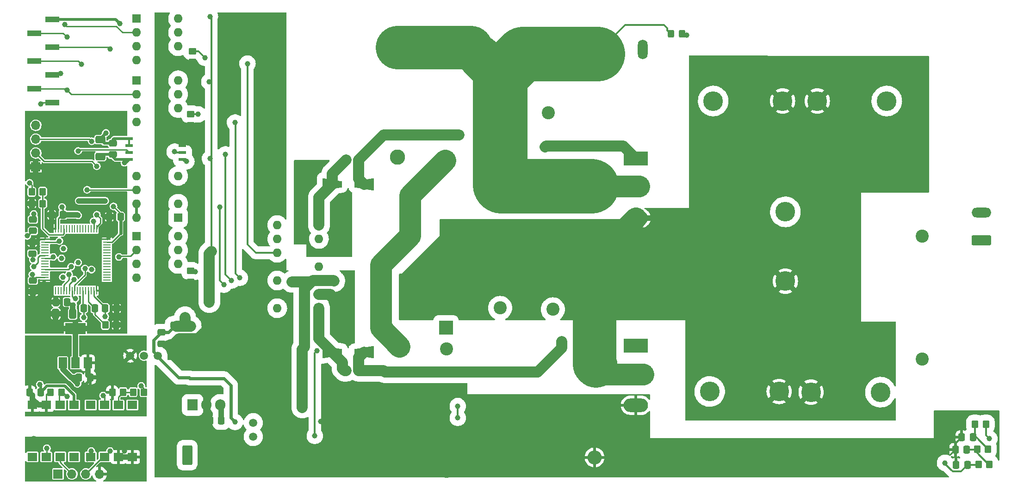
<source format=gbr>
%TF.GenerationSoftware,KiCad,Pcbnew,(6.0.8)*%
%TF.CreationDate,2024-04-13T01:58:17+05:30*%
%TF.ProjectId,Lu_Testing,4c755f54-6573-4746-996e-672e6b696361,rev?*%
%TF.SameCoordinates,Original*%
%TF.FileFunction,Copper,L1,Top*%
%TF.FilePolarity,Positive*%
%FSLAX46Y46*%
G04 Gerber Fmt 4.6, Leading zero omitted, Abs format (unit mm)*
G04 Created by KiCad (PCBNEW (6.0.8)) date 2024-04-13 01:58:17*
%MOMM*%
%LPD*%
G01*
G04 APERTURE LIST*
G04 Aperture macros list*
%AMRoundRect*
0 Rectangle with rounded corners*
0 $1 Rounding radius*
0 $2 $3 $4 $5 $6 $7 $8 $9 X,Y pos of 4 corners*
0 Add a 4 corners polygon primitive as box body*
4,1,4,$2,$3,$4,$5,$6,$7,$8,$9,$2,$3,0*
0 Add four circle primitives for the rounded corners*
1,1,$1+$1,$2,$3*
1,1,$1+$1,$4,$5*
1,1,$1+$1,$6,$7*
1,1,$1+$1,$8,$9*
0 Add four rect primitives between the rounded corners*
20,1,$1+$1,$2,$3,$4,$5,0*
20,1,$1+$1,$4,$5,$6,$7,0*
20,1,$1+$1,$6,$7,$8,$9,0*
20,1,$1+$1,$8,$9,$2,$3,0*%
%AMOutline4P*
0 Free polygon, 4 corners , with rotation*
0 The origin of the aperture is its center*
0 number of corners: always 4*
0 $1 to $8 corner X, Y*
0 $9 Rotation angle, in degrees counterclockwise*
0 create outline with 4 corners*
4,1,4,$1,$2,$3,$4,$5,$6,$7,$8,$1,$2,$9*%
G04 Aperture macros list end*
%TA.AperFunction,SMDPad,CuDef*%
%ADD10RoundRect,0.250000X-0.337500X-0.475000X0.337500X-0.475000X0.337500X0.475000X-0.337500X0.475000X0*%
%TD*%
%TA.AperFunction,SMDPad,CuDef*%
%ADD11RoundRect,0.250000X0.650000X-0.412500X0.650000X0.412500X-0.650000X0.412500X-0.650000X-0.412500X0*%
%TD*%
%TA.AperFunction,SMDPad,CuDef*%
%ADD12RoundRect,0.250000X-0.450000X0.350000X-0.450000X-0.350000X0.450000X-0.350000X0.450000X0.350000X0*%
%TD*%
%TA.AperFunction,ComponentPad*%
%ADD13R,4.500000X2.500000*%
%TD*%
%TA.AperFunction,ComponentPad*%
%ADD14O,4.500000X2.500000*%
%TD*%
%TA.AperFunction,SMDPad,CuDef*%
%ADD15RoundRect,0.250000X-0.350000X-0.450000X0.350000X-0.450000X0.350000X0.450000X-0.350000X0.450000X0*%
%TD*%
%TA.AperFunction,ComponentPad*%
%ADD16C,2.400000*%
%TD*%
%TA.AperFunction,ComponentPad*%
%ADD17R,1.700000X1.700000*%
%TD*%
%TA.AperFunction,ComponentPad*%
%ADD18O,1.700000X1.700000*%
%TD*%
%TA.AperFunction,SMDPad,CuDef*%
%ADD19R,1.473200X0.558800*%
%TD*%
%TA.AperFunction,SMDPad,CuDef*%
%ADD20RoundRect,0.250000X0.475000X-0.337500X0.475000X0.337500X-0.475000X0.337500X-0.475000X-0.337500X0*%
%TD*%
%TA.AperFunction,ComponentPad*%
%ADD21R,2.400000X2.400000*%
%TD*%
%TA.AperFunction,ComponentPad*%
%ADD22RoundRect,0.250000X-0.650000X-1.550000X0.650000X-1.550000X0.650000X1.550000X-0.650000X1.550000X0*%
%TD*%
%TA.AperFunction,ComponentPad*%
%ADD23O,1.800000X3.600000*%
%TD*%
%TA.AperFunction,ComponentPad*%
%ADD24C,3.600000*%
%TD*%
%TA.AperFunction,ComponentPad*%
%ADD25R,2.600000X2.600000*%
%TD*%
%TA.AperFunction,ComponentPad*%
%ADD26O,2.600000X2.600000*%
%TD*%
%TA.AperFunction,ComponentPad*%
%ADD27C,2.800000*%
%TD*%
%TA.AperFunction,SMDPad,CuDef*%
%ADD28R,1.780000X1.520000*%
%TD*%
%TA.AperFunction,SMDPad,CuDef*%
%ADD29R,1.750000X1.520000*%
%TD*%
%TA.AperFunction,ComponentPad*%
%ADD30R,1.600000X1.600000*%
%TD*%
%TA.AperFunction,ComponentPad*%
%ADD31O,1.600000X1.600000*%
%TD*%
%TA.AperFunction,SMDPad,CuDef*%
%ADD32RoundRect,0.250000X0.337500X0.475000X-0.337500X0.475000X-0.337500X-0.475000X0.337500X-0.475000X0*%
%TD*%
%TA.AperFunction,SMDPad,CuDef*%
%ADD33Outline4P,-1.800000X-1.150000X1.800000X-0.550000X1.800000X0.550000X-1.800000X1.150000X0.000000*%
%TD*%
%TA.AperFunction,SMDPad,CuDef*%
%ADD34Outline4P,-1.800000X-1.150000X1.800000X-0.550000X1.800000X0.550000X-1.800000X1.150000X180.000000*%
%TD*%
%TA.AperFunction,SMDPad,CuDef*%
%ADD35RoundRect,0.250000X-0.475000X0.337500X-0.475000X-0.337500X0.475000X-0.337500X0.475000X0.337500X0*%
%TD*%
%TA.AperFunction,ComponentPad*%
%ADD36R,1.498600X1.498600*%
%TD*%
%TA.AperFunction,ComponentPad*%
%ADD37C,1.498600*%
%TD*%
%TA.AperFunction,SMDPad,CuDef*%
%ADD38R,1.470000X0.280000*%
%TD*%
%TA.AperFunction,SMDPad,CuDef*%
%ADD39R,0.280000X1.470000*%
%TD*%
%TA.AperFunction,SMDPad,CuDef*%
%ADD40RoundRect,0.250000X0.350000X0.450000X-0.350000X0.450000X-0.350000X-0.450000X0.350000X-0.450000X0*%
%TD*%
%TA.AperFunction,SMDPad,CuDef*%
%ADD41RoundRect,0.250000X0.325000X0.450000X-0.325000X0.450000X-0.325000X-0.450000X0.325000X-0.450000X0*%
%TD*%
%TA.AperFunction,SMDPad,CuDef*%
%ADD42R,1.500000X2.000000*%
%TD*%
%TA.AperFunction,SMDPad,CuDef*%
%ADD43R,3.800000X2.000000*%
%TD*%
%TA.AperFunction,ComponentPad*%
%ADD44R,1.905000X2.000000*%
%TD*%
%TA.AperFunction,ComponentPad*%
%ADD45O,1.905000X2.000000*%
%TD*%
%TA.AperFunction,ComponentPad*%
%ADD46RoundRect,0.250000X1.550000X-0.650000X1.550000X0.650000X-1.550000X0.650000X-1.550000X-0.650000X0*%
%TD*%
%TA.AperFunction,ComponentPad*%
%ADD47O,3.600000X1.800000*%
%TD*%
%TA.AperFunction,SMDPad,CuDef*%
%ADD48R,2.510000X1.000000*%
%TD*%
%TA.AperFunction,SMDPad,CuDef*%
%ADD49RoundRect,0.250000X-0.412500X-0.650000X0.412500X-0.650000X0.412500X0.650000X-0.412500X0.650000X0*%
%TD*%
%TA.AperFunction,ViaPad*%
%ADD50C,1.000000*%
%TD*%
%TA.AperFunction,ViaPad*%
%ADD51C,1.200000*%
%TD*%
%TA.AperFunction,Conductor*%
%ADD52C,0.300000*%
%TD*%
%TA.AperFunction,Conductor*%
%ADD53C,4.000000*%
%TD*%
%TA.AperFunction,Conductor*%
%ADD54C,10.000000*%
%TD*%
%TA.AperFunction,Conductor*%
%ADD55C,8.000000*%
%TD*%
%TA.AperFunction,Conductor*%
%ADD56C,0.250000*%
%TD*%
%TA.AperFunction,Conductor*%
%ADD57C,2.000000*%
%TD*%
%TA.AperFunction,Conductor*%
%ADD58C,1.000000*%
%TD*%
%TA.AperFunction,Conductor*%
%ADD59C,1.500000*%
%TD*%
%TA.AperFunction,Conductor*%
%ADD60C,0.600000*%
%TD*%
%TA.AperFunction,Conductor*%
%ADD61C,0.500000*%
%TD*%
%TA.AperFunction,Conductor*%
%ADD62C,0.800000*%
%TD*%
G04 APERTURE END LIST*
D10*
%TO.P,C51,1*%
%TO.N,+3.3V*%
X82909500Y-74168000D03*
%TO.P,C51,2*%
%TO.N,GNDD*%
X84984500Y-74168000D03*
%TD*%
D11*
%TO.P,C6,1*%
%TO.N,DC Link-*%
X133858000Y-73444500D03*
%TO.P,C6,2*%
%TO.N,+15V*%
X133858000Y-70319500D03*
%TD*%
D12*
%TO.P,R41,1*%
%TO.N,LIN*%
X107569000Y-39767000D03*
%TO.P,R41,2*%
%TO.N,DC Link-*%
X107569000Y-41767000D03*
%TD*%
D13*
%TO.P,Q1,1,G*%
%TO.N,Net-(D4-Pad2)*%
X189029000Y-47879000D03*
D14*
%TO.P,Q1,2,D*%
%TO.N,DC Link+*%
X189029000Y-53329000D03*
%TO.P,Q1,3,S*%
%TO.N,VS*%
X189029000Y-58779000D03*
%TD*%
D15*
%TO.P,R43,1*%
%TO.N,+3.3V*%
X78518000Y-56134000D03*
%TO.P,R43,2*%
%TO.N,Net-(R43-Pad2)*%
X80518000Y-56134000D03*
%TD*%
D16*
%TO.P,C23,1*%
%TO.N,Net-(C23-Pad1)*%
X154432000Y-82730000D03*
%TO.P,C23,2*%
%TO.N,DC Link-*%
X154432000Y-105230000D03*
%TD*%
D17*
%TO.P,J6,1,Pin_1*%
%TO.N,GNDCOMM*%
X83322000Y-105664000D03*
D18*
%TO.P,J6,2,Pin_2*%
%TO.N,RXCOMM*%
X85862000Y-105664000D03*
%TO.P,J6,3,Pin_3*%
%TO.N,TXCOMM*%
X88402000Y-105664000D03*
%TO.P,J6,4,Pin_4*%
%TO.N,5VCOMM*%
X90942000Y-105664000D03*
%TD*%
D19*
%TO.P,U12,1,VDD2*%
%TO.N,+5V*%
X106095800Y-48006000D03*
%TO.P,U12,2,VIN*%
%TO.N,A0*%
X106095800Y-46736000D03*
%TO.P,U12,3,SHTD*%
%TO.N,DC Link-*%
X106095800Y-45466000D03*
%TO.P,U12,4,GND2*%
X106095800Y-44196000D03*
%TO.P,U12,5,GND1*%
%TO.N,GNDD*%
X96342200Y-44196000D03*
%TO.P,U12,6,NC*%
X96342200Y-45466000D03*
%TO.P,U12,7,VOUT*%
%TO.N,DA0*%
X96342200Y-46736000D03*
%TO.P,U12,8,VDD1*%
%TO.N,+5VD*%
X96342200Y-48006000D03*
%TD*%
D20*
%TO.P,C48,1*%
%TO.N,+5VD*%
X93345000Y-47138500D03*
%TO.P,C48,2*%
%TO.N,GNDD*%
X93345000Y-45063500D03*
%TD*%
D15*
%TO.P,R14,1*%
%TO.N,Net-(C27-Pad2)*%
X251730000Y-103886000D03*
%TO.P,R14,2*%
%TO.N,Net-(C28-Pad2)*%
X253730000Y-103886000D03*
%TD*%
D21*
%TO.P,C17,1*%
%TO.N,DC Link+*%
X165524246Y-39497000D03*
D16*
%TO.P,C17,2*%
%TO.N,DC Link-*%
X173024246Y-39497000D03*
%TD*%
D12*
%TO.P,R36,1*%
%TO.N,Net-(Q3-Pad3)*%
X107569000Y-68469000D03*
%TO.P,R36,2*%
%TO.N,DC Link-*%
X107569000Y-70469000D03*
%TD*%
D22*
%TO.P,J2,1,Pin_1*%
%TO.N,Net-(C13-Pad2)*%
X106951500Y-102215500D03*
D23*
%TO.P,J2,2,Pin_2*%
%TO.N,DC Link-*%
X112031500Y-102215500D03*
%TD*%
D24*
%TO.P,L3,1,1*%
%TO.N,VS*%
X222255000Y-37338000D03*
%TO.P,L3,2,2*%
%TO.N,Net-(C24-Pad2)*%
X234955000Y-37338000D03*
%TD*%
D20*
%TO.P,C39,1*%
%TO.N,GNDD*%
X78613000Y-65299500D03*
%TO.P,C39,2*%
%TO.N,+3.3V*%
X78613000Y-63224500D03*
%TD*%
D10*
%TO.P,C28,1*%
%TO.N,DC Link-*%
X247501500Y-101219000D03*
%TO.P,C28,2*%
%TO.N,Net-(C28-Pad2)*%
X249576500Y-101219000D03*
%TD*%
D20*
%TO.P,C44,1*%
%TO.N,Net-(C44-Pad1)*%
X78740000Y-61108500D03*
%TO.P,C44,2*%
%TO.N,GNDD*%
X78740000Y-59033500D03*
%TD*%
D25*
%TO.P,D5,1,K*%
%TO.N,VS*%
X147574000Y-72517000D03*
D26*
%TO.P,D5,2,A*%
%TO.N,Net-(C20-Pad2)*%
X147574000Y-57277000D03*
%TD*%
D11*
%TO.P,C2,1*%
%TO.N,DC Link-*%
X104775000Y-81572500D03*
%TO.P,C2,2*%
%TO.N,+5V*%
X104775000Y-78447500D03*
%TD*%
D27*
%TO.P,R11,1*%
%TO.N,DC Link-*%
X145796000Y-102329000D03*
%TO.P,R11,2*%
%TO.N,Net-(C20-Pad2)*%
X145796000Y-82329000D03*
%TD*%
D28*
%TO.P,U11,1,NC*%
%TO.N,unconnected-(U11-Pad1)*%
X78613000Y-102550000D03*
D29*
%TO.P,U11,2,A*%
%TO.N,Net-(R45-Pad1)*%
X81153000Y-102550000D03*
D28*
%TO.P,U11,3,C*%
%TO.N,RXCOMM*%
X83693000Y-102550000D03*
%TO.P,U11,4*%
%TO.N,N/C*%
X86233000Y-102550000D03*
%TO.P,U11,5,GND*%
%TO.N,GNDD*%
X86233000Y-93030000D03*
%TO.P,U11,6,VO*%
%TO.N,RXD*%
X83693000Y-93030000D03*
%TO.P,U11,7,EN*%
%TO.N,+5VD*%
X81153000Y-93030000D03*
%TO.P,U11,8,VCC*%
X78613000Y-93030000D03*
%TD*%
D30*
%TO.P,U4,1,LO*%
%TO.N,Net-(D8-Pad1)*%
X131064000Y-75311000D03*
D31*
%TO.P,U4,2,COM*%
%TO.N,DC Link-*%
X131064000Y-72771000D03*
%TO.P,U4,3,VCC*%
%TO.N,+15V*%
X131064000Y-70231000D03*
%TO.P,U4,4,NC*%
%TO.N,unconnected-(U4-Pad4)*%
X131064000Y-67691000D03*
%TO.P,U4,5,VS*%
%TO.N,VS*%
X131064000Y-65151000D03*
%TO.P,U4,6,VB*%
%TO.N,Net-(C10-Pad2)*%
X131064000Y-62611000D03*
%TO.P,U4,7,HO*%
%TO.N,Net-(D4-Pad1)*%
X131064000Y-60071000D03*
%TO.P,U4,8,NC*%
%TO.N,unconnected-(U4-Pad8)*%
X123444000Y-60071000D03*
%TO.P,U4,9,VDD*%
%TO.N,+5V*%
X123444000Y-62611000D03*
%TO.P,U4,10,HIN*%
%TO.N,HIN*%
X123444000Y-65151000D03*
%TO.P,U4,11,SD*%
%TO.N,DC Link-*%
X123444000Y-67691000D03*
%TO.P,U4,12,LIN*%
%TO.N,LIN*%
X123444000Y-70231000D03*
%TO.P,U4,13,VSS*%
%TO.N,DC Link-*%
X123444000Y-72771000D03*
%TO.P,U4,14,NC*%
%TO.N,unconnected-(U4-Pad14)*%
X123444000Y-75311000D03*
%TD*%
D10*
%TO.P,C12,1*%
%TO.N,DC Link-*%
X111103500Y-95885000D03*
%TO.P,C12,2*%
%TO.N,+15V*%
X113178500Y-95885000D03*
%TD*%
D30*
%TO.P,U8,1,NC*%
%TO.N,unconnected-(U8-Pad1)*%
X97673000Y-33538000D03*
D31*
%TO.P,U8,2,A*%
%TO.N,DLIN*%
X97673000Y-36078000D03*
%TO.P,U8,3,C*%
%TO.N,GNDD*%
X97673000Y-38618000D03*
%TO.P,U8,4*%
%TO.N,N/C*%
X97673000Y-41158000D03*
%TO.P,U8,5,GND*%
%TO.N,DC Link-*%
X105293000Y-41158000D03*
%TO.P,U8,6,VO*%
%TO.N,Net-(Q5-Pad1)*%
X105293000Y-38618000D03*
%TO.P,U8,7,EN*%
%TO.N,+5V*%
X105293000Y-36078000D03*
%TO.P,U8,8,VCC*%
X105293000Y-33538000D03*
%TD*%
D15*
%TO.P,R48,1*%
%TO.N,+5VD*%
X93234000Y-90678000D03*
%TO.P,R48,2*%
%TO.N,Net-(R48-Pad2)*%
X95234000Y-90678000D03*
%TD*%
D32*
%TO.P,C38,1*%
%TO.N,GNDD*%
X94763500Y-58547000D03*
%TO.P,C38,2*%
%TO.N,+3.3V*%
X92688500Y-58547000D03*
%TD*%
D15*
%TO.P,R10,1*%
%TO.N,Net-(D8-Pad1)*%
X136033000Y-86741000D03*
%TO.P,R10,2*%
%TO.N,Net-(D8-Pad2)*%
X138033000Y-86741000D03*
%TD*%
D33*
%TO.P,D8,1,K*%
%TO.N,Net-(D8-Pad1)*%
X133498000Y-83312000D03*
D34*
%TO.P,D8,2,A*%
%TO.N,Net-(D8-Pad2)*%
X139298000Y-83312000D03*
%TD*%
D35*
%TO.P,C34,1*%
%TO.N,GNDD*%
X78740000Y-70209500D03*
%TO.P,C34,2*%
%TO.N,+3.3V*%
X78740000Y-72284500D03*
%TD*%
D36*
%TO.P,U15,1,GND*%
%TO.N,DC Link-*%
X104140000Y-83997800D03*
D37*
%TO.P,U15,2,VIN*%
%TO.N,+5V*%
X101600000Y-83997800D03*
%TO.P,U15,3,0V*%
%TO.N,GNDD*%
X99060000Y-83997800D03*
%TO.P,U15,4,+VO*%
%TO.N,+5VD*%
X96520000Y-83997800D03*
%TD*%
D20*
%TO.P,C56,1*%
%TO.N,DC Link-*%
X102235000Y-81809500D03*
%TO.P,C56,2*%
%TO.N,+5V*%
X102235000Y-79734500D03*
%TD*%
D32*
%TO.P,C43,1*%
%TO.N,GNDD*%
X80158500Y-90678000D03*
%TO.P,C43,2*%
%TO.N,+5VD*%
X78083500Y-90678000D03*
%TD*%
D16*
%TO.P,C24,1*%
%TO.N,DC Link-*%
X241409500Y-84582000D03*
%TO.P,C24,2*%
%TO.N,Net-(C24-Pad2)*%
X241409500Y-62082000D03*
%TD*%
D30*
%TO.P,U7,1,NC*%
%TO.N,unconnected-(U7-Pad1)*%
X97673000Y-22235000D03*
D31*
%TO.P,U7,2,A*%
%TO.N,DHIN*%
X97673000Y-24775000D03*
%TO.P,U7,3,C*%
%TO.N,GNDD*%
X97673000Y-27315000D03*
%TO.P,U7,4*%
%TO.N,N/C*%
X97673000Y-29855000D03*
%TO.P,U7,5,GND*%
%TO.N,DC Link-*%
X105293000Y-29855000D03*
%TO.P,U7,6,VO*%
%TO.N,Net-(Q4-Pad1)*%
X105293000Y-27315000D03*
%TO.P,U7,7,EN*%
%TO.N,+5V*%
X105293000Y-24775000D03*
%TO.P,U7,8,VCC*%
X105293000Y-22235000D03*
%TD*%
D38*
%TO.P,U9,1,VBAT*%
%TO.N,+3.3V*%
X80950000Y-62671000D03*
%TO.P,U9,2,PC13*%
%TO.N,DLIN*%
X80950000Y-63171000D03*
%TO.P,U9,3,PC14-OSC32_IN*%
%TO.N,unconnected-(U9-Pad3)*%
X80950000Y-63671000D03*
%TO.P,U9,4,PC15-OSC32_OUT*%
%TO.N,unconnected-(U9-Pad4)*%
X80950000Y-64171000D03*
%TO.P,U9,5,PF0-OSC_IN*%
%TO.N,unconnected-(U9-Pad5)*%
X80950000Y-64671000D03*
%TO.P,U9,6,PF1-OSC_OUT*%
%TO.N,unconnected-(U9-Pad6)*%
X80950000Y-65171000D03*
%TO.P,U9,7,PG10-~{RST}*%
%TO.N,Net-(C44-Pad1)*%
X80950000Y-65671000D03*
%TO.P,U9,8,PC0*%
%TO.N,DHIN*%
X80950000Y-66171000D03*
%TO.P,U9,9,PC1*%
%TO.N,unconnected-(U9-Pad9)*%
X80950000Y-66671000D03*
%TO.P,U9,10,PC2*%
%TO.N,unconnected-(U9-Pad10)*%
X80950000Y-67171000D03*
%TO.P,U9,11,PC3*%
%TO.N,unconnected-(U9-Pad11)*%
X80950000Y-67671000D03*
%TO.P,U9,12,PA0*%
%TO.N,DA0*%
X80950000Y-68171000D03*
%TO.P,U9,13,PA1*%
%TO.N,unconnected-(U9-Pad13)*%
X80950000Y-68671000D03*
%TO.P,U9,14,PA2*%
%TO.N,unconnected-(U9-Pad14)*%
X80950000Y-69171000D03*
%TO.P,U9,15,VSS*%
%TO.N,GNDD*%
X80950000Y-69671000D03*
%TO.P,U9,16,VDD*%
%TO.N,+3.3V*%
X80950000Y-70171000D03*
D39*
%TO.P,U9,17,PA3*%
%TO.N,unconnected-(U9-Pad17)*%
X82870000Y-72091000D03*
%TO.P,U9,18,PA4*%
%TO.N,unconnected-(U9-Pad18)*%
X83370000Y-72091000D03*
%TO.P,U9,19,PA5*%
%TO.N,unconnected-(U9-Pad19)*%
X83870000Y-72091000D03*
%TO.P,U9,20,PA6*%
%TO.N,DPWMADJ*%
X84370000Y-72091000D03*
%TO.P,U9,21,PA7*%
%TO.N,unconnected-(U9-Pad21)*%
X84870000Y-72091000D03*
%TO.P,U9,22,PC4*%
%TO.N,TXD*%
X85370000Y-72091000D03*
%TO.P,U9,23,PC5*%
%TO.N,RXD*%
X85870000Y-72091000D03*
%TO.P,U9,24,PB0*%
%TO.N,DFB*%
X86370000Y-72091000D03*
%TO.P,U9,25,PB1*%
%TO.N,unconnected-(U9-Pad25)*%
X86870000Y-72091000D03*
%TO.P,U9,26,PB2*%
%TO.N,unconnected-(U9-Pad26)*%
X87370000Y-72091000D03*
%TO.P,U9,27,VSSA*%
%TO.N,GNDD*%
X87870000Y-72091000D03*
%TO.P,U9,28,VREF+*%
%TO.N,unconnected-(U9-Pad28)*%
X88370000Y-72091000D03*
%TO.P,U9,29,VDDA*%
%TO.N,Net-(C40-Pad2)*%
X88870000Y-72091000D03*
%TO.P,U9,30,PB10*%
%TO.N,unconnected-(U9-Pad30)*%
X89370000Y-72091000D03*
%TO.P,U9,31,VSS*%
%TO.N,GNDD*%
X89870000Y-72091000D03*
%TO.P,U9,32,VDD*%
%TO.N,+3.3V*%
X90370000Y-72091000D03*
D38*
%TO.P,U9,33,PB11*%
%TO.N,unconnected-(U9-Pad33)*%
X92290000Y-70171000D03*
%TO.P,U9,34,PB12*%
%TO.N,unconnected-(U9-Pad34)*%
X92290000Y-69671000D03*
%TO.P,U9,35,PB13*%
%TO.N,unconnected-(U9-Pad35)*%
X92290000Y-69171000D03*
%TO.P,U9,36,PB14*%
%TO.N,unconnected-(U9-Pad36)*%
X92290000Y-68671000D03*
%TO.P,U9,37,PB15*%
%TO.N,unconnected-(U9-Pad37)*%
X92290000Y-68171000D03*
%TO.P,U9,38,PC6*%
%TO.N,unconnected-(U9-Pad38)*%
X92290000Y-67671000D03*
%TO.P,U9,39,PC7*%
%TO.N,unconnected-(U9-Pad39)*%
X92290000Y-67171000D03*
%TO.P,U9,40,PC8*%
%TO.N,unconnected-(U9-Pad40)*%
X92290000Y-66671000D03*
%TO.P,U9,41,PC9*%
%TO.N,unconnected-(U9-Pad41)*%
X92290000Y-66171000D03*
%TO.P,U9,42,PA8*%
%TO.N,unconnected-(U9-Pad42)*%
X92290000Y-65671000D03*
%TO.P,U9,43,PA9*%
%TO.N,unconnected-(U9-Pad43)*%
X92290000Y-65171000D03*
%TO.P,U9,44,PA10*%
%TO.N,unconnected-(U9-Pad44)*%
X92290000Y-64671000D03*
%TO.P,U9,45,PA11*%
%TO.N,unconnected-(U9-Pad45)*%
X92290000Y-64171000D03*
%TO.P,U9,46,PA12*%
%TO.N,unconnected-(U9-Pad46)*%
X92290000Y-63671000D03*
%TO.P,U9,47,VSS*%
%TO.N,GNDD*%
X92290000Y-63171000D03*
%TO.P,U9,48,VDD*%
%TO.N,+3.3V*%
X92290000Y-62671000D03*
D39*
%TO.P,U9,49,PA13*%
%TO.N,SWDIO*%
X90370000Y-60751000D03*
%TO.P,U9,50,PA14*%
%TO.N,SWCLK*%
X89870000Y-60751000D03*
%TO.P,U9,51,PA15*%
%TO.N,unconnected-(U9-Pad51)*%
X89370000Y-60751000D03*
%TO.P,U9,52,PC10*%
%TO.N,unconnected-(U9-Pad52)*%
X88870000Y-60751000D03*
%TO.P,U9,53,PC11*%
%TO.N,unconnected-(U9-Pad53)*%
X88370000Y-60751000D03*
%TO.P,U9,54,PC12*%
%TO.N,unconnected-(U9-Pad54)*%
X87870000Y-60751000D03*
%TO.P,U9,55,PD2*%
%TO.N,unconnected-(U9-Pad55)*%
X87370000Y-60751000D03*
%TO.P,U9,56,PB3*%
%TO.N,unconnected-(U9-Pad56)*%
X86870000Y-60751000D03*
%TO.P,U9,57,PB4*%
%TO.N,unconnected-(U9-Pad57)*%
X86370000Y-60751000D03*
%TO.P,U9,58,PB5*%
%TO.N,unconnected-(U9-Pad58)*%
X85870000Y-60751000D03*
%TO.P,U9,59,PB6*%
%TO.N,unconnected-(U9-Pad59)*%
X85370000Y-60751000D03*
%TO.P,U9,60,PB7*%
%TO.N,unconnected-(U9-Pad60)*%
X84870000Y-60751000D03*
%TO.P,U9,61,PB8-BOOT0*%
%TO.N,Net-(R43-Pad2)*%
X84370000Y-60751000D03*
%TO.P,U9,62,PB9*%
%TO.N,unconnected-(U9-Pad62)*%
X83870000Y-60751000D03*
%TO.P,U9,63,VSS*%
%TO.N,GNDD*%
X83370000Y-60751000D03*
%TO.P,U9,64,VDD*%
%TO.N,+3.3V*%
X82870000Y-60751000D03*
%TD*%
D33*
%TO.P,D4,1,K*%
%TO.N,Net-(D4-Pad1)*%
X133498000Y-52578000D03*
D34*
%TO.P,D4,2,A*%
%TO.N,Net-(D4-Pad2)*%
X139298000Y-52578000D03*
%TD*%
D25*
%TO.P,D7,1,K*%
%TO.N,VS*%
X181483000Y-87376000D03*
D26*
%TO.P,D7,2,A*%
%TO.N,DC Link-*%
X181483000Y-102616000D03*
%TD*%
D10*
%TO.P,C27,1*%
%TO.N,DC Link-*%
X247628500Y-104013000D03*
%TO.P,C27,2*%
%TO.N,Net-(C27-Pad2)*%
X249703500Y-104013000D03*
%TD*%
D36*
%TO.P,U3,1,GND*%
%TO.N,DC Link-*%
X119049800Y-93726000D03*
D37*
%TO.P,U3,2,VIN*%
%TO.N,+5V*%
X119049800Y-96266000D03*
%TO.P,U3,3,0V*%
%TO.N,-5V*%
X119049800Y-98806000D03*
%TO.P,U3,4,+VO*%
%TO.N,DC Link-*%
X119049800Y-101346000D03*
%TD*%
D17*
%TO.P,J5,1,Pin_1*%
%TO.N,+3.3V*%
X79248000Y-49403000D03*
D18*
%TO.P,J5,2,Pin_2*%
%TO.N,SWDIO*%
X79248000Y-46863000D03*
%TO.P,J5,3,Pin_3*%
%TO.N,SWCLK*%
X79248000Y-44323000D03*
%TO.P,J5,4,Pin_4*%
%TO.N,GNDD*%
X79248000Y-41783000D03*
%TD*%
D32*
%TO.P,C53,1*%
%TO.N,+5VD*%
X89175500Y-88011000D03*
%TO.P,C53,2*%
%TO.N,GNDD*%
X87100500Y-88011000D03*
%TD*%
D40*
%TO.P,R46,1*%
%TO.N,Net-(R43-Pad2)*%
X80502000Y-53975000D03*
%TO.P,R46,2*%
%TO.N,GNDD*%
X78502000Y-53975000D03*
%TD*%
D10*
%TO.P,C29,1*%
%TO.N,DC Link-*%
X248644500Y-98933000D03*
%TO.P,C29,2*%
%TO.N,Net-(C29-Pad2)*%
X250719500Y-98933000D03*
%TD*%
D41*
%TO.P,D1,1,K*%
%TO.N,Net-(D1-Pad1)*%
X197494000Y-25019000D03*
%TO.P,D1,2,A*%
%TO.N,DC Link+*%
X195444000Y-25019000D03*
%TD*%
D15*
%TO.P,R15,1*%
%TO.N,Net-(C28-Pad2)*%
X251476000Y-101092000D03*
%TO.P,R15,2*%
%TO.N,Net-(C29-Pad2)*%
X253476000Y-101092000D03*
%TD*%
D32*
%TO.P,C35,1*%
%TO.N,GNDD*%
X84222500Y-58166000D03*
%TO.P,C35,2*%
%TO.N,+3.3V*%
X82147500Y-58166000D03*
%TD*%
D42*
%TO.P,U14,1,GND*%
%TO.N,GNDD*%
X84187000Y-85319000D03*
%TO.P,U14,2,VO*%
%TO.N,+3.3V*%
X86487000Y-85319000D03*
D43*
X86487000Y-79019000D03*
D42*
%TO.P,U14,3,VI*%
%TO.N,+5VD*%
X88787000Y-85319000D03*
%TD*%
D24*
%TO.P,L1,1,1*%
%TO.N,VS*%
X215900000Y-37338000D03*
%TO.P,L1,2,2*%
%TO.N,Net-(C24-Pad2)*%
X203200000Y-37338000D03*
%TD*%
D40*
%TO.P,R50,1*%
%TO.N,GNDD*%
X99044000Y-90678000D03*
%TO.P,R50,2*%
%TO.N,Net-(R48-Pad2)*%
X97044000Y-90678000D03*
%TD*%
D24*
%TO.P,L2,1,1*%
%TO.N,VS*%
X216408000Y-70353000D03*
%TO.P,L2,2,2*%
%TO.N,Net-(C24-Pad2)*%
X216408000Y-57653000D03*
%TD*%
D16*
%TO.P,C20,1*%
%TO.N,DC Link+*%
X154178000Y-25707000D03*
%TO.P,C20,2*%
%TO.N,Net-(C20-Pad2)*%
X154178000Y-48207000D03*
%TD*%
D11*
%TO.P,C47,1*%
%TO.N,+5VD*%
X91059000Y-47536500D03*
%TO.P,C47,2*%
%TO.N,GNDD*%
X91059000Y-44411500D03*
%TD*%
D12*
%TO.P,R38,1*%
%TO.N,HIN*%
X107950000Y-28210000D03*
%TO.P,R38,2*%
%TO.N,DC Link-*%
X107950000Y-30210000D03*
%TD*%
D20*
%TO.P,C19,1*%
%TO.N,DC Link-*%
X107569000Y-80666500D03*
%TO.P,C19,2*%
%TO.N,+5V*%
X107569000Y-78591500D03*
%TD*%
D30*
%TO.P,U10,1,NC*%
%TO.N,unconnected-(U10-Pad1)*%
X105283000Y-58674000D03*
D31*
%TO.P,U10,2,A*%
%TO.N,CO*%
X105283000Y-56134000D03*
%TO.P,U10,3,C*%
%TO.N,DC Link-*%
X105283000Y-53594000D03*
%TO.P,U10,4*%
%TO.N,N/C*%
X105283000Y-51054000D03*
%TO.P,U10,5,GND*%
%TO.N,GNDD*%
X97663000Y-51054000D03*
%TO.P,U10,6,VO*%
%TO.N,DFB*%
X97663000Y-53594000D03*
%TO.P,U10,7,EN*%
%TO.N,+5VD*%
X97663000Y-56134000D03*
%TO.P,U10,8,VCC*%
X97663000Y-58674000D03*
%TD*%
D15*
%TO.P,R44,1*%
%TO.N,+5VD*%
X81931000Y-90678000D03*
%TO.P,R44,2*%
%TO.N,RXD*%
X83931000Y-90678000D03*
%TD*%
D10*
%TO.P,C37,1*%
%TO.N,GNDD*%
X91962500Y-75311000D03*
%TO.P,C37,2*%
%TO.N,+3.3V*%
X94037500Y-75311000D03*
%TD*%
D16*
%TO.P,C4,1*%
%TO.N,DC Link-*%
X173863000Y-75512000D03*
%TO.P,C4,2*%
%TO.N,DC Link+*%
X173863000Y-53012000D03*
%TD*%
%TO.P,C11,1*%
%TO.N,DC Link-*%
X164211000Y-75258000D03*
%TO.P,C11,2*%
%TO.N,DC Link+*%
X164211000Y-52758000D03*
%TD*%
D44*
%TO.P,U2,1,VI*%
%TO.N,Net-(C13-Pad2)*%
X107950000Y-93020000D03*
D45*
%TO.P,U2,2,GND*%
%TO.N,DC Link-*%
X110490000Y-93020000D03*
%TO.P,U2,3,VO*%
%TO.N,+15V*%
X113030000Y-93020000D03*
%TD*%
D28*
%TO.P,U13,1,NC*%
%TO.N,unconnected-(U13-Pad1)*%
X96901000Y-93030000D03*
D29*
%TO.P,U13,2,A*%
%TO.N,Net-(R48-Pad2)*%
X94361000Y-93030000D03*
D28*
%TO.P,U13,3,C*%
%TO.N,TXD*%
X91821000Y-93030000D03*
%TO.P,U13,4*%
%TO.N,N/C*%
X89281000Y-93030000D03*
%TO.P,U13,5,GND*%
%TO.N,GNDCOMM*%
X89281000Y-102550000D03*
%TO.P,U13,6,VO*%
%TO.N,TXCOMM*%
X91821000Y-102550000D03*
%TO.P,U13,7,EN*%
%TO.N,5VCOMM*%
X94361000Y-102550000D03*
%TO.P,U13,8,VCC*%
X96901000Y-102550000D03*
%TD*%
D30*
%TO.P,U6,1,NC*%
%TO.N,unconnected-(U6-Pad1)*%
X97673000Y-62113000D03*
D31*
%TO.P,U6,2,A*%
%TO.N,DPWMADJ*%
X97673000Y-64653000D03*
%TO.P,U6,3,C*%
%TO.N,GNDD*%
X97673000Y-67193000D03*
%TO.P,U6,4*%
%TO.N,N/C*%
X97673000Y-69733000D03*
%TO.P,U6,5,GND*%
%TO.N,DC Link-*%
X105293000Y-69733000D03*
%TO.P,U6,6,VO*%
%TO.N,Net-(Q3-Pad1)*%
X105293000Y-67193000D03*
%TO.P,U6,7,EN*%
%TO.N,+5V*%
X105293000Y-64653000D03*
%TO.P,U6,8,VCC*%
X105293000Y-62113000D03*
%TD*%
D13*
%TO.P,Q2,1,G*%
%TO.N,Net-(D8-Pad2)*%
X189029000Y-82180000D03*
D14*
%TO.P,Q2,2,D*%
%TO.N,VS*%
X189029000Y-87630000D03*
%TO.P,Q2,3,S*%
%TO.N,DC Link-*%
X189029000Y-93080000D03*
%TD*%
D15*
%TO.P,R4,1*%
%TO.N,Net-(D4-Pad1)*%
X136033000Y-48133000D03*
%TO.P,R4,2*%
%TO.N,Net-(D4-Pad2)*%
X138033000Y-48133000D03*
%TD*%
%TO.P,R16,1*%
%TO.N,Net-(C29-Pad2)*%
X251095000Y-96520000D03*
%TO.P,R16,2*%
%TO.N,Net-(J3-Pad1)*%
X253095000Y-96520000D03*
%TD*%
D24*
%TO.P,L4,1,1*%
%TO.N,VS*%
X221107000Y-90678000D03*
%TO.P,L4,2,2*%
%TO.N,Net-(C24-Pad2)*%
X233807000Y-90678000D03*
%TD*%
D25*
%TO.P,D3,1,K*%
%TO.N,DC Link+*%
X181483000Y-52959000D03*
D26*
%TO.P,D3,2,A*%
%TO.N,VS*%
X181483000Y-68199000D03*
%TD*%
D46*
%TO.P,J3,1,Pin_1*%
%TO.N,Net-(J3-Pad1)*%
X252312000Y-62900500D03*
D47*
%TO.P,J3,2,Pin_2*%
%TO.N,Net-(C24-Pad2)*%
X252312000Y-57820500D03*
%TD*%
D48*
%TO.P,J4,1,Pin_1*%
%TO.N,+5VD*%
X82300000Y-22352000D03*
%TO.P,J4,2,Pin_2*%
%TO.N,DA0*%
X78990000Y-24892000D03*
%TO.P,J4,3,Pin_3*%
%TO.N,DPWMADJ*%
X82300000Y-27432000D03*
%TO.P,J4,4,Pin_4*%
%TO.N,DFB*%
X78990000Y-29972000D03*
%TO.P,J4,5,Pin_5*%
%TO.N,DHIN*%
X82300000Y-32512000D03*
%TO.P,J4,6,Pin_6*%
%TO.N,DLIN*%
X78990000Y-35052000D03*
%TO.P,J4,7,Pin_7*%
%TO.N,GNDD*%
X82300000Y-37592000D03*
%TD*%
D49*
%TO.P,C52,1*%
%TO.N,+3.3V*%
X82892500Y-76327000D03*
%TO.P,C52,2*%
%TO.N,GNDD*%
X86017500Y-76327000D03*
%TD*%
D25*
%TO.P,D6,1,K*%
%TO.N,Net-(C23-Pad1)*%
X154305000Y-78867000D03*
D26*
%TO.P,D6,2,A*%
%TO.N,VS*%
X154305000Y-63627000D03*
%TD*%
D27*
%TO.P,R9,1*%
%TO.N,Net-(C23-Pad1)*%
X145415000Y-47592000D03*
%TO.P,R9,2*%
%TO.N,DC Link+*%
X145415000Y-27592000D03*
%TD*%
D10*
%TO.P,C40,1*%
%TO.N,GNDD*%
X87989500Y-75311000D03*
%TO.P,C40,2*%
%TO.N,Net-(C40-Pad2)*%
X90064500Y-75311000D03*
%TD*%
D15*
%TO.P,R39,1*%
%TO.N,Net-(C40-Pad2)*%
X91964000Y-78359000D03*
%TO.P,R39,2*%
%TO.N,+3.3V*%
X93964000Y-78359000D03*
%TD*%
D24*
%TO.P,L5,1,1*%
%TO.N,VS*%
X215260000Y-90563000D03*
%TO.P,L5,2,2*%
%TO.N,Net-(C24-Pad2)*%
X202560000Y-90563000D03*
%TD*%
D22*
%TO.P,J1,1,Pin_1*%
%TO.N,DC Link+*%
X185183500Y-27920500D03*
D23*
%TO.P,J1,2,Pin_2*%
%TO.N,DC Link-*%
X190263500Y-27920500D03*
%TD*%
D50*
%TO.N,DC Link-*%
X132080000Y-90678000D03*
X246380000Y-98679000D03*
X107823000Y-44196000D03*
X121666000Y-26797000D03*
X121920000Y-38227000D03*
X109982000Y-79883000D03*
X121920000Y-52197000D03*
X131394028Y-96054236D03*
%TO.N,Net-(D1-Pad1)*%
X198374000Y-25273000D03*
%TO.N,+15V*%
X128016000Y-93472000D03*
X128016000Y-85852000D03*
%TO.N,+5V*%
X115697000Y-96139000D03*
X106807000Y-48387000D03*
X111125000Y-21844000D03*
X111125000Y-47879000D03*
X110998000Y-74168000D03*
X110998000Y-33782000D03*
X111379000Y-64897000D03*
X106426000Y-76835000D03*
D51*
%TO.N,Net-(D4-Pad2)*%
X172466000Y-45720000D03*
X156718000Y-43561000D03*
D50*
%TO.N,Net-(J3-Pad1)*%
X253730500Y-99202500D03*
%TO.N,GNDD*%
X88000000Y-77000000D03*
X83947000Y-66167000D03*
X78613000Y-69088000D03*
X86995000Y-66929000D03*
X86995000Y-58293000D03*
X91948000Y-55626000D03*
X98552000Y-89535000D03*
X78867000Y-58039000D03*
X92075000Y-43180000D03*
X87122000Y-55626000D03*
X80010000Y-89281000D03*
X78740000Y-66421000D03*
X91948000Y-76835000D03*
X78105000Y-52324000D03*
X93472000Y-56642000D03*
X86106000Y-74676000D03*
X84328000Y-64389000D03*
X84074000Y-56769000D03*
X80137000Y-37846000D03*
X89431133Y-68220068D03*
X86868000Y-89154000D03*
X84201000Y-69596000D03*
%TO.N,Net-(C27-Pad2)*%
X156464000Y-93218000D03*
X156464000Y-95377000D03*
X245618000Y-103632000D03*
D51*
%TO.N,Net-(D8-Pad2)*%
X175514000Y-81407000D03*
D50*
%TO.N,Net-(Q3-Pad3)*%
X108458000Y-68614420D03*
%TO.N,HIN*%
X110198597Y-29425502D03*
X117983000Y-30480000D03*
%TO.N,LIN*%
X115697000Y-41275000D03*
X116586000Y-69723000D03*
X108966000Y-39785420D03*
%TO.N,A0*%
X130302000Y-98679000D03*
X113919000Y-47117000D03*
X104648000Y-46609000D03*
X115062000Y-70231000D03*
X130735311Y-83094189D03*
%TO.N,CO*%
X113665000Y-70993000D03*
X112903000Y-56769000D03*
%TO.N,SWDIO*%
X90424000Y-58166000D03*
X90424000Y-49276000D03*
%TO.N,+5VD*%
X95504000Y-48641000D03*
X94615000Y-23114000D03*
%TO.N,DPWMADJ*%
X94451952Y-65913000D03*
X92837000Y-27813000D03*
X85344000Y-69088000D03*
%TO.N,DHIN*%
X82423000Y-65913000D03*
X83820000Y-32258000D03*
X84582000Y-23301500D03*
%TO.N,DLIN*%
X83566000Y-62992000D03*
X84963000Y-35306000D03*
%TO.N,DA0*%
X84963000Y-25599500D03*
X85725000Y-67691000D03*
X86995000Y-46482000D03*
%TO.N,DFB*%
X87630000Y-30607000D03*
X88243270Y-68053374D03*
X88646000Y-53594000D03*
%TO.N,SWCLK*%
X89813226Y-59385638D03*
X89459500Y-44704000D03*
%TO.N,Net-(C44-Pad1)*%
X77694626Y-62047374D03*
X78867000Y-67691000D03*
%TO.N,RXD*%
X86487000Y-73533000D03*
X84963000Y-91440000D03*
%TO.N,TXD*%
X91567000Y-91313000D03*
X86233000Y-70039500D03*
%TO.N,Net-(R45-Pad1)*%
X81280000Y-100965000D03*
%TO.N,GNDCOMM*%
X89408000Y-101473000D03*
%TO.N,5VCOMM*%
X95504000Y-101473000D03*
X78867000Y-99187000D03*
%TO.N,TXCOMM*%
X92837000Y-101473000D03*
%TD*%
D52*
%TO.N,DC Link+*%
X194818000Y-24003000D02*
X194818000Y-24393000D01*
D53*
X158910000Y-27592000D02*
X160528000Y-29210000D01*
D54*
X164412000Y-52959000D02*
X164211000Y-52758000D01*
D52*
X187071000Y-23368000D02*
X194183000Y-23368000D01*
D55*
X152293000Y-27592000D02*
X158910000Y-27592000D01*
D52*
X185183500Y-27920500D02*
X185183500Y-25255500D01*
X194818000Y-24393000D02*
X195444000Y-25019000D01*
D54*
X168402000Y-28702000D02*
X182118000Y-28702000D01*
D52*
X185183500Y-25255500D02*
X187071000Y-23368000D01*
D54*
X164211000Y-32893000D02*
X166370000Y-30734000D01*
X166370000Y-30734000D02*
X168402000Y-28702000D01*
D52*
X194818000Y-24003000D02*
X194183000Y-23368000D01*
D53*
X154178000Y-25707000D02*
X157025000Y-25707000D01*
D55*
X160528000Y-29210000D02*
X164211000Y-32893000D01*
D53*
X152293000Y-27592000D02*
X154178000Y-25707000D01*
D55*
X145415000Y-27592000D02*
X152293000Y-27592000D01*
D54*
X164211000Y-52758000D02*
X164211000Y-32893000D01*
X180975000Y-52959000D02*
X164412000Y-52959000D01*
D53*
X157025000Y-25707000D02*
X160528000Y-29210000D01*
X180975000Y-52959000D02*
X189611000Y-52959000D01*
%TO.N,Net-(C20-Pad2)*%
X142367000Y-67310000D02*
X147701000Y-61976000D01*
X142367000Y-78900000D02*
X142367000Y-67310000D01*
X145796000Y-82329000D02*
X142367000Y-78900000D01*
X147701000Y-61976000D02*
X147701000Y-54684000D01*
X147701000Y-54684000D02*
X154178000Y-48207000D01*
D56*
%TO.N,DC Link-*%
X104538000Y-81809500D02*
X104775000Y-81572500D01*
D52*
X247628500Y-101346000D02*
X247501500Y-101219000D01*
X107950000Y-30210000D02*
X105648000Y-30210000D01*
D57*
X108973500Y-80891500D02*
X109198500Y-80666500D01*
D52*
X248644500Y-98933000D02*
X246634000Y-98933000D01*
X247501500Y-101219000D02*
X247501500Y-99800500D01*
D57*
X109198500Y-80666500D02*
X109982000Y-79883000D01*
D52*
X247628500Y-104013000D02*
X247628500Y-99927500D01*
X247501500Y-100076000D02*
X248644500Y-98933000D01*
D57*
X131064000Y-72771000D02*
X133184500Y-72771000D01*
D56*
X102235000Y-81809500D02*
X104538000Y-81809500D01*
D52*
X105648000Y-30210000D02*
X105293000Y-29855000D01*
X247501500Y-99800500D02*
X246380000Y-98679000D01*
X246634000Y-98933000D02*
X246380000Y-98679000D01*
X106029000Y-70469000D02*
X105293000Y-69733000D01*
X111103500Y-95885000D02*
X110490000Y-95271500D01*
D57*
X104775000Y-81572500D02*
X105456000Y-80891500D01*
D52*
X107569000Y-70469000D02*
X106029000Y-70469000D01*
D57*
X133184500Y-72771000D02*
X133858000Y-73444500D01*
D52*
X247628500Y-104013000D02*
X247628500Y-101346000D01*
X246612500Y-102108000D02*
X247501500Y-101219000D01*
D57*
X105456000Y-80891500D02*
X108973500Y-80891500D01*
D52*
X247628500Y-99927500D02*
X246380000Y-98679000D01*
X247501500Y-101219000D02*
X247501500Y-100076000D01*
D58*
X110490000Y-95271500D02*
X110490000Y-93020000D01*
D59*
X106553000Y-80666500D02*
X109198500Y-80666500D01*
D52*
%TO.N,Net-(C29-Pad2)*%
X251317000Y-98933000D02*
X253476000Y-101092000D01*
X250719500Y-98933000D02*
X251317000Y-98933000D01*
X251095000Y-96520000D02*
X251095000Y-98557500D01*
X251095000Y-98557500D02*
X250719500Y-98933000D01*
%TO.N,Net-(D1-Pad1)*%
X197494000Y-25019000D02*
X198120000Y-25019000D01*
X198120000Y-25019000D02*
X198374000Y-25273000D01*
D57*
%TO.N,Net-(D4-Pad1)*%
X131064000Y-60071000D02*
X131064000Y-55012000D01*
X131064000Y-55012000D02*
X133498000Y-52578000D01*
X133498000Y-50668000D02*
X136033000Y-48133000D01*
X133498000Y-52578000D02*
X133498000Y-50668000D01*
%TO.N,+15V*%
X126111000Y-70446500D02*
X129717130Y-70446500D01*
D52*
X113178500Y-93168500D02*
X113030000Y-93020000D01*
D57*
X128016000Y-82804000D02*
X128016000Y-85852000D01*
X128397000Y-79629000D02*
X128397000Y-82423000D01*
X128397000Y-71766630D02*
X128397000Y-79629000D01*
X131064000Y-70231000D02*
X129932630Y-70231000D01*
X133769500Y-70231000D02*
X133858000Y-70319500D01*
X128016000Y-85852000D02*
X128016000Y-93472000D01*
X129932630Y-70231000D02*
X133769500Y-70231000D01*
X128397000Y-82423000D02*
X128016000Y-82804000D01*
X129932630Y-70231000D02*
X128397000Y-71766630D01*
D58*
X113178500Y-95885000D02*
X113178500Y-93168500D01*
D57*
X129717130Y-70446500D02*
X129932630Y-70231000D01*
%TO.N,+5V*%
X110998000Y-74168000D02*
X110998000Y-65278000D01*
X106553000Y-78591500D02*
X106553000Y-76962000D01*
D60*
X105410000Y-88011000D02*
X101771250Y-84372250D01*
D52*
X111125000Y-21844000D02*
X111379000Y-22098000D01*
D60*
X100850700Y-83248500D02*
X100850700Y-81118800D01*
X103488000Y-79734500D02*
X104775000Y-78447500D01*
X100850700Y-81118800D02*
X102235000Y-79734500D01*
D57*
X107569000Y-78591500D02*
X104919000Y-78591500D01*
D60*
X107315000Y-88011000D02*
X107442000Y-88138000D01*
D52*
X106476800Y-48387000D02*
X106095800Y-48006000D01*
X111379000Y-47879000D02*
X111125000Y-47879000D01*
X106553000Y-76962000D02*
X106426000Y-76835000D01*
D60*
X114935000Y-95377000D02*
X115697000Y-96139000D01*
D52*
X111252000Y-34036000D02*
X110998000Y-33782000D01*
D60*
X102235000Y-79734500D02*
X103488000Y-79734500D01*
X101600000Y-83997800D02*
X100850700Y-83248500D01*
X113665000Y-88138000D02*
X114935000Y-89408000D01*
X107442000Y-88138000D02*
X113665000Y-88138000D01*
D52*
X104919000Y-78591500D02*
X104775000Y-78447500D01*
X111379000Y-48260000D02*
X111379000Y-64897000D01*
D57*
X110998000Y-65278000D02*
X111379000Y-64897000D01*
D60*
X114935000Y-89408000D02*
X114935000Y-95377000D01*
D52*
X111379000Y-22098000D02*
X111379000Y-35687000D01*
X111379000Y-34163000D02*
X111379000Y-35687000D01*
X111379000Y-35687000D02*
X111379000Y-47879000D01*
D60*
X107315000Y-88011000D02*
X105410000Y-88011000D01*
D52*
X106807000Y-48387000D02*
X106476800Y-48387000D01*
X110998000Y-33782000D02*
X111379000Y-34163000D01*
X111379000Y-47879000D02*
X111379000Y-48260000D01*
D55*
%TO.N,VS*%
X181483000Y-68199000D02*
X181483000Y-66325000D01*
D53*
X184181000Y-63627000D02*
X189029000Y-58779000D01*
D52*
X190373000Y-87376000D02*
X191019000Y-87376000D01*
D53*
X157143000Y-63627000D02*
X154305000Y-63627000D01*
D55*
X181483000Y-66325000D02*
X184181000Y-63627000D01*
D53*
X147701000Y-70231000D02*
X147701000Y-72517000D01*
X147955000Y-69977000D02*
X147701000Y-70231000D01*
X190373000Y-87376000D02*
X183769000Y-87376000D01*
X147701000Y-70231000D02*
X154305000Y-63627000D01*
D55*
X181483000Y-85598000D02*
X181737000Y-85852000D01*
D52*
X191019000Y-87376000D02*
X191389000Y-87746000D01*
D53*
X157143000Y-63627000D02*
X184181000Y-63627000D01*
D55*
X181483000Y-68199000D02*
X181483000Y-85598000D01*
D57*
%TO.N,Net-(D4-Pad2)*%
X142905000Y-43561000D02*
X138333000Y-48133000D01*
X186743000Y-45593000D02*
X189029000Y-47879000D01*
X138333000Y-51613000D02*
X139298000Y-52578000D01*
X138333000Y-48133000D02*
X138333000Y-51613000D01*
X172593000Y-45593000D02*
X186743000Y-45593000D01*
X156718000Y-43561000D02*
X142905000Y-43561000D01*
X172466000Y-45720000D02*
X172593000Y-45593000D01*
D52*
%TO.N,Net-(J3-Pad1)*%
X253095000Y-96520000D02*
X253095000Y-98567000D01*
X253095000Y-98567000D02*
X253730500Y-99202500D01*
D57*
%TO.N,Net-(D8-Pad1)*%
X135382000Y-86360000D02*
X135763000Y-86741000D01*
X131064000Y-75311000D02*
X131064000Y-80878000D01*
X135382000Y-85196000D02*
X135382000Y-86360000D01*
X133498000Y-83312000D02*
X135382000Y-85196000D01*
X135763000Y-86741000D02*
X136033000Y-86741000D01*
X131064000Y-80878000D02*
X133498000Y-83312000D01*
D56*
%TO.N,GNDD*%
X78613000Y-66294000D02*
X78740000Y-66421000D01*
X92290000Y-63171000D02*
X93166000Y-63171000D01*
D58*
X85852000Y-88011000D02*
X87100500Y-88011000D01*
D56*
X78740000Y-59033500D02*
X78740000Y-58166000D01*
X94763500Y-58547000D02*
X94763500Y-57933500D01*
X78502000Y-53975000D02*
X78502000Y-52721000D01*
D60*
X94763500Y-61573500D02*
X94763500Y-58547000D01*
D58*
X87122000Y-55626000D02*
X91948000Y-55626000D01*
D56*
X89870000Y-73116000D02*
X89870000Y-72091000D01*
D52*
X91059000Y-44411500D02*
X91059000Y-44196000D01*
D61*
X93560500Y-44196000D02*
X93345000Y-44411500D01*
X80158500Y-90678000D02*
X80158500Y-89429500D01*
D56*
X87989500Y-76989500D02*
X88000000Y-77000000D01*
D52*
X91711000Y-45063500D02*
X91059000Y-44411500D01*
D56*
X78740000Y-70209500D02*
X78740000Y-69215000D01*
X78740000Y-58166000D02*
X78867000Y-58039000D01*
X87870000Y-75191500D02*
X87989500Y-75311000D01*
X85802000Y-74549000D02*
X85598000Y-74549000D01*
D58*
X84187000Y-85319000D02*
X84187000Y-86473000D01*
D56*
X84984500Y-74168000D02*
X85421000Y-74168000D01*
X91962500Y-75311000D02*
X91962500Y-76820500D01*
X80391000Y-37592000D02*
X80137000Y-37846000D01*
X99044000Y-90678000D02*
X99044000Y-90027000D01*
X87870000Y-72091000D02*
X87870000Y-75191500D01*
X83370000Y-58891500D02*
X84222500Y-58039000D01*
X84222500Y-56917500D02*
X84074000Y-56769000D01*
X91962500Y-76820500D02*
X91948000Y-76835000D01*
D58*
X86017500Y-76073000D02*
X86017500Y-74764500D01*
D56*
X86017500Y-74764500D02*
X85802000Y-74549000D01*
D58*
X84187000Y-86473000D02*
X85725000Y-88011000D01*
X84222500Y-58166000D02*
X86868000Y-58166000D01*
D61*
X81291051Y-89528000D02*
X84570949Y-89528000D01*
D56*
X78502000Y-52721000D02*
X78105000Y-52324000D01*
X84222500Y-58039000D02*
X84222500Y-56917500D01*
X91962500Y-75000000D02*
X91754000Y-75000000D01*
D61*
X80881000Y-89938051D02*
X81291051Y-89528000D01*
D56*
X86017500Y-74764500D02*
X86106000Y-74676000D01*
X87989500Y-75311000D02*
X87989500Y-76989500D01*
X86868000Y-58166000D02*
X86995000Y-58293000D01*
X99044000Y-90027000D02*
X98552000Y-89535000D01*
X85421000Y-74168000D02*
X86017500Y-74764500D01*
X78740000Y-69215000D02*
X78613000Y-69088000D01*
X93166000Y-63171000D02*
X94763500Y-61573500D01*
X83370000Y-60751000D02*
X83370000Y-58891500D01*
X82300000Y-37592000D02*
X80391000Y-37592000D01*
X91754000Y-75000000D02*
X89870000Y-73116000D01*
D61*
X80158500Y-90678000D02*
X80881000Y-89955500D01*
D58*
X85852000Y-88011000D02*
X86868000Y-89027000D01*
D61*
X80881000Y-89955500D02*
X80881000Y-89938051D01*
D56*
X79278500Y-69671000D02*
X80950000Y-69671000D01*
D61*
X96342200Y-44196000D02*
X93560500Y-44196000D01*
X93345000Y-45063500D02*
X91711000Y-45063500D01*
D56*
X78613000Y-65299500D02*
X78613000Y-66294000D01*
D61*
X80158500Y-89429500D02*
X80010000Y-89281000D01*
X84570949Y-89528000D02*
X86233000Y-91190050D01*
D58*
X85725000Y-88011000D02*
X85852000Y-88011000D01*
D61*
X91059000Y-44196000D02*
X92075000Y-43180000D01*
D56*
X94763500Y-57933500D02*
X93472000Y-56642000D01*
D52*
X96342200Y-45466000D02*
X96342200Y-44196000D01*
D56*
X78740000Y-70209500D02*
X79278500Y-69671000D01*
D61*
X86233000Y-91190050D02*
X86233000Y-93030000D01*
D52*
%TO.N,Net-(C27-Pad2)*%
X245618000Y-103804949D02*
X247001051Y-105188000D01*
X245618000Y-103632000D02*
X245618000Y-103804949D01*
X251603000Y-104013000D02*
X251730000Y-103886000D01*
X247001051Y-105188000D02*
X248528500Y-105188000D01*
X156464000Y-95377000D02*
X156464000Y-93218000D01*
X249703500Y-104013000D02*
X251603000Y-104013000D01*
X248528500Y-105188000D02*
X249703500Y-104013000D01*
%TO.N,Net-(C28-Pad2)*%
X251476000Y-101092000D02*
X251476000Y-101842051D01*
X251476000Y-101842051D02*
X253519949Y-103886000D01*
X253519949Y-103886000D02*
X253730000Y-103886000D01*
X251349000Y-101219000D02*
X251476000Y-101092000D01*
X249576500Y-101219000D02*
X251349000Y-101219000D01*
D57*
%TO.N,Net-(D8-Pad2)*%
X171069000Y-86995000D02*
X175514000Y-82550000D01*
X175514000Y-82550000D02*
X175514000Y-81407000D01*
X139298000Y-83312000D02*
X138333000Y-84277000D01*
X142875000Y-86741000D02*
X143129000Y-86995000D01*
X138333000Y-86741000D02*
X142875000Y-86741000D01*
X143129000Y-86995000D02*
X171069000Y-86995000D01*
X138333000Y-84277000D02*
X138333000Y-86741000D01*
D52*
%TO.N,Net-(Q3-Pad3)*%
X108312580Y-68469000D02*
X108458000Y-68614420D01*
X107569000Y-68469000D02*
X108312580Y-68469000D01*
%TO.N,HIN*%
X108983095Y-28210000D02*
X110198597Y-29425502D01*
X119507000Y-65151000D02*
X123444000Y-65151000D01*
X107950000Y-28210000D02*
X108983095Y-28210000D01*
X117983000Y-63627000D02*
X119507000Y-65151000D01*
X117983000Y-30480000D02*
X117983000Y-63627000D01*
%TO.N,LIN*%
X115697000Y-41275000D02*
X115824000Y-41402000D01*
X115824000Y-41402000D02*
X115824000Y-68961000D01*
X107569000Y-39767000D02*
X108947580Y-39767000D01*
X108947580Y-39767000D02*
X108966000Y-39785420D01*
X115824000Y-68961000D02*
X116586000Y-69723000D01*
%TO.N,A0*%
X130302000Y-83527500D02*
X130302000Y-98679000D01*
X106095800Y-46736000D02*
X104775000Y-46736000D01*
X130735311Y-83094189D02*
X130302000Y-83527500D01*
X113919000Y-69088000D02*
X115062000Y-70231000D01*
X104775000Y-46736000D02*
X104648000Y-46609000D01*
X113919000Y-47117000D02*
X113919000Y-69088000D01*
%TO.N,CO*%
X112903000Y-70231000D02*
X113665000Y-70993000D01*
X112903000Y-56769000D02*
X112903000Y-70231000D01*
D56*
%TO.N,+3.3V*%
X93964000Y-75384500D02*
X94037500Y-75311000D01*
X93964000Y-78359000D02*
X93964000Y-75384500D01*
X80950000Y-70171000D02*
X80853500Y-70171000D01*
X91091000Y-72091000D02*
X94000000Y-75000000D01*
D58*
X86487000Y-85319000D02*
X86487000Y-79019000D01*
D56*
X80950000Y-62671000D02*
X79166500Y-62671000D01*
X82870000Y-58761500D02*
X82147500Y-58039000D01*
X82870000Y-60751000D02*
X82870000Y-58761500D01*
X92290000Y-62671000D02*
X92688500Y-62272500D01*
X90370000Y-72091000D02*
X91091000Y-72091000D01*
D60*
X92688500Y-62272500D02*
X92688500Y-58547000D01*
D56*
X80853500Y-70171000D02*
X78740000Y-72284500D01*
X79166500Y-62671000D02*
X78613000Y-63224500D01*
X94000000Y-75000000D02*
X94037500Y-75000000D01*
%TO.N,SWDIO*%
X90370000Y-60751000D02*
X90370000Y-60379000D01*
X90424000Y-49276000D02*
X89535000Y-48387000D01*
X91059000Y-58801000D02*
X90424000Y-58166000D01*
X90370000Y-60379000D02*
X91059000Y-59690000D01*
X80772000Y-48387000D02*
X79248000Y-46863000D01*
X89535000Y-48387000D02*
X80772000Y-48387000D01*
X91059000Y-59690000D02*
X91059000Y-58801000D01*
D61*
%TO.N,+5VD*%
X89175500Y-88402135D02*
X87323635Y-90254000D01*
D56*
X78613000Y-91207500D02*
X78083500Y-90678000D01*
X81153000Y-91091000D02*
X81153000Y-93030000D01*
D62*
X92633800Y-87884000D02*
X89302500Y-87884000D01*
D61*
X93853000Y-22352000D02*
X82300000Y-22352000D01*
D56*
X81566000Y-90678000D02*
X81153000Y-91091000D01*
D61*
X94615000Y-23114000D02*
X93853000Y-22352000D01*
D58*
X79695000Y-93030000D02*
X81153000Y-93030000D01*
D62*
X89175500Y-88011000D02*
X89175500Y-88402135D01*
D61*
X93345000Y-47138500D02*
X91457000Y-47138500D01*
X87323635Y-90254000D02*
X86286900Y-90254000D01*
X96342200Y-48006000D02*
X93814500Y-48006000D01*
D62*
X96520000Y-83997800D02*
X92633800Y-87884000D01*
D58*
X78613000Y-91948000D02*
X79695000Y-93030000D01*
X78613000Y-93030000D02*
X78613000Y-91948000D01*
D61*
X95707200Y-48641000D02*
X96342200Y-48006000D01*
X78232000Y-89376000D02*
X78232000Y-90529500D01*
X93814500Y-48006000D02*
X93345000Y-47536500D01*
X78232000Y-90529500D02*
X78083500Y-90678000D01*
D52*
X91457000Y-47138500D02*
X91059000Y-47536500D01*
D58*
X88787000Y-85319000D02*
X88787000Y-87622500D01*
D62*
X89302500Y-87884000D02*
X89175500Y-88011000D01*
D61*
X97663000Y-58674000D02*
X97663000Y-56134000D01*
X79277000Y-88331000D02*
X78232000Y-89376000D01*
X84363900Y-88331000D02*
X79277000Y-88331000D01*
D58*
X78613000Y-91948000D02*
X78613000Y-91207500D01*
D61*
X95504000Y-48641000D02*
X95707200Y-48641000D01*
X86286900Y-90254000D02*
X84363900Y-88331000D01*
D56*
%TO.N,DPWMADJ*%
X96548000Y-65778000D02*
X97673000Y-64653000D01*
X84370000Y-71066000D02*
X84370000Y-72091000D01*
X92837000Y-27813000D02*
X92456000Y-27432000D01*
X85344000Y-70092000D02*
X84370000Y-71066000D01*
X94451952Y-65822048D02*
X94496000Y-65778000D01*
X94496000Y-65778000D02*
X96548000Y-65778000D01*
X92456000Y-27432000D02*
X82300000Y-27432000D01*
X94451952Y-65913000D02*
X94451952Y-65822048D01*
X85344000Y-69088000D02*
X85344000Y-70092000D01*
%TO.N,DHIN*%
X93956273Y-23622000D02*
X95109273Y-24775000D01*
X84902500Y-23622000D02*
X93956273Y-23622000D01*
X83820000Y-32258000D02*
X82554000Y-32258000D01*
X82165000Y-66171000D02*
X82423000Y-65913000D01*
X80950000Y-66171000D02*
X82165000Y-66171000D01*
X84582000Y-23301500D02*
X84902500Y-23622000D01*
X95109273Y-24775000D02*
X97673000Y-24775000D01*
X82554000Y-32258000D02*
X82300000Y-32512000D01*
%TO.N,DLIN*%
X84709000Y-35052000D02*
X78990000Y-35052000D01*
X84963000Y-35306000D02*
X84709000Y-35052000D01*
X84963000Y-35306000D02*
X85735000Y-36078000D01*
X85735000Y-36078000D02*
X97673000Y-36078000D01*
X80950000Y-63171000D02*
X83387000Y-63171000D01*
X83387000Y-63171000D02*
X83566000Y-62992000D01*
%TO.N,DA0*%
X95832200Y-46226000D02*
X96342200Y-46736000D01*
X85725000Y-67691000D02*
X85245000Y-68171000D01*
X87251000Y-46226000D02*
X95832200Y-46226000D01*
X84963000Y-25599500D02*
X84255500Y-24892000D01*
X86995000Y-46482000D02*
X87251000Y-46226000D01*
X84255500Y-24892000D02*
X78990000Y-24892000D01*
X85245000Y-68171000D02*
X80950000Y-68171000D01*
%TO.N,DFB*%
X88646000Y-53594000D02*
X97663000Y-53594000D01*
X86995000Y-29972000D02*
X78990000Y-29972000D01*
X86370000Y-72091000D02*
X86370000Y-71110000D01*
X88243270Y-69236730D02*
X88243270Y-68053374D01*
X86370000Y-71110000D02*
X88243270Y-69236730D01*
X87630000Y-30607000D02*
X86995000Y-29972000D01*
%TO.N,Net-(C40-Pad2)*%
X88870000Y-74116500D02*
X88870000Y-72091000D01*
X90064500Y-76459500D02*
X90064500Y-75311000D01*
X90064500Y-75311000D02*
X88870000Y-74116500D01*
X91964000Y-78359000D02*
X90064500Y-76459500D01*
%TO.N,SWCLK*%
X89870000Y-59442412D02*
X89813226Y-59385638D01*
X89870000Y-60751000D02*
X89870000Y-59442412D01*
X89078500Y-44323000D02*
X79248000Y-44323000D01*
X89459500Y-44704000D02*
X89078500Y-44323000D01*
%TO.N,Net-(R43-Pad2)*%
X84201000Y-61849000D02*
X81661000Y-61849000D01*
X80502000Y-53975000D02*
X80502000Y-56118000D01*
X84370000Y-60751000D02*
X84370000Y-61680000D01*
X80502000Y-56118000D02*
X80518000Y-56134000D01*
X84370000Y-61680000D02*
X84201000Y-61849000D01*
X81661000Y-61849000D02*
X80518000Y-60706000D01*
X80518000Y-60706000D02*
X80518000Y-56134000D01*
%TO.N,Net-(C44-Pad1)*%
X77694626Y-62047374D02*
X77801126Y-62047374D01*
X79663000Y-66895000D02*
X78867000Y-67691000D01*
X79663000Y-65973000D02*
X79663000Y-66895000D01*
X79965000Y-65671000D02*
X79663000Y-65973000D01*
X80950000Y-65671000D02*
X79965000Y-65671000D01*
X77801126Y-62047374D02*
X78740000Y-61108500D01*
%TO.N,RXD*%
X86287000Y-73533000D02*
X85870000Y-73116000D01*
X83566000Y-92903000D02*
X83693000Y-93030000D01*
X83931000Y-90678000D02*
X84201000Y-90678000D01*
X84201000Y-90678000D02*
X84963000Y-91440000D01*
X86487000Y-73533000D02*
X86287000Y-73533000D01*
X85870000Y-73116000D02*
X85870000Y-72091000D01*
X83566000Y-90678000D02*
X83566000Y-92903000D01*
%TO.N,TXD*%
X85370000Y-72091000D02*
X85370000Y-70902500D01*
X91821000Y-93030000D02*
X91821000Y-91567000D01*
X91821000Y-91567000D02*
X91567000Y-91313000D01*
X85370000Y-70902500D02*
X86233000Y-70039500D01*
%TO.N,Net-(R45-Pad1)*%
X81280000Y-102423000D02*
X81153000Y-102550000D01*
X81280000Y-100965000D02*
X81280000Y-102423000D01*
%TO.N,Net-(R48-Pad2)*%
X94361000Y-93030000D02*
X94361000Y-91551000D01*
X94361000Y-91551000D02*
X95234000Y-90678000D01*
X97044000Y-90678000D02*
X95234000Y-90678000D01*
%TO.N,GNDCOMM*%
X89408000Y-102423000D02*
X89281000Y-102550000D01*
X89408000Y-101473000D02*
X89408000Y-102423000D01*
X88624500Y-103206500D02*
X89281000Y-102550000D01*
%TO.N,5VCOMM*%
X94361000Y-102550000D02*
X94427000Y-102550000D01*
D58*
X94361000Y-102550000D02*
X96901000Y-102550000D01*
D56*
X94472000Y-102661000D02*
X94361000Y-102550000D01*
X94427000Y-102550000D02*
X95504000Y-101473000D01*
%TO.N,RXCOMM*%
X85862000Y-105664000D02*
X83693000Y-103495000D01*
X83693000Y-103495000D02*
X83693000Y-102550000D01*
%TO.N,TXCOMM*%
X91821000Y-102489000D02*
X92837000Y-101473000D01*
X91516000Y-102550000D02*
X91821000Y-102550000D01*
X88402000Y-105664000D02*
X91516000Y-102550000D01*
X91821000Y-102550000D02*
X91821000Y-102489000D01*
X92472000Y-103201000D02*
X91821000Y-102550000D01*
%TD*%
%TA.AperFunction,Conductor*%
%TO.N,DC Link-*%
G36*
X132677522Y-85333325D02*
G01*
X132716849Y-85359984D01*
X133344595Y-85987729D01*
X133378620Y-86050042D01*
X133381500Y-86076825D01*
X133381500Y-86330625D01*
X133381465Y-86333594D01*
X133378616Y-86454477D01*
X133379139Y-86458893D01*
X133389378Y-86545403D01*
X133389935Y-86551308D01*
X133396399Y-86642593D01*
X133405106Y-86683033D01*
X133407053Y-86694730D01*
X133410091Y-86720398D01*
X133411915Y-86735814D01*
X133413055Y-86740114D01*
X133413057Y-86740124D01*
X133435374Y-86824291D01*
X133436760Y-86830064D01*
X133456025Y-86919547D01*
X133457565Y-86923721D01*
X133470342Y-86958355D01*
X133473921Y-86969671D01*
X133484522Y-87009652D01*
X133520218Y-87093950D01*
X133522395Y-87099450D01*
X133554080Y-87185337D01*
X133573721Y-87221737D01*
X133578860Y-87232439D01*
X133594988Y-87270527D01*
X133631234Y-87330730D01*
X133642199Y-87348943D01*
X133645138Y-87354096D01*
X133688607Y-87434660D01*
X133691259Y-87438251D01*
X133691260Y-87438252D01*
X133713187Y-87467939D01*
X133719779Y-87477805D01*
X133734948Y-87503000D01*
X131452500Y-87503000D01*
X131452500Y-85582229D01*
X131472502Y-85514108D01*
X131526158Y-85467615D01*
X131590440Y-85456796D01*
X131704359Y-85467640D01*
X131710037Y-85467152D01*
X131796016Y-85459763D01*
X131796024Y-85459762D01*
X131798514Y-85459548D01*
X131800977Y-85459138D01*
X131800981Y-85459137D01*
X132607040Y-85324794D01*
X132677522Y-85333325D01*
G37*
%TD.AperFunction*%
%TA.AperFunction,Conductor*%
G36*
X101132541Y-85688070D02*
G01*
X101145848Y-85692717D01*
X101150441Y-85693589D01*
X101239393Y-85710477D01*
X101304986Y-85745171D01*
X103062815Y-87503000D01*
X100965000Y-87503000D01*
X100965000Y-85807025D01*
X100985002Y-85738904D01*
X101038658Y-85692411D01*
X101108932Y-85682307D01*
X101132541Y-85688070D01*
G37*
%TD.AperFunction*%
%TA.AperFunction,Conductor*%
G36*
X103730773Y-21102002D02*
G01*
X103777266Y-21155658D01*
X103787370Y-21225932D01*
X103770372Y-21273364D01*
X103684244Y-21415298D01*
X103682437Y-21419606D01*
X103682437Y-21419607D01*
X103609695Y-21593078D01*
X103580755Y-21662091D01*
X103579604Y-21666623D01*
X103579603Y-21666626D01*
X103516728Y-21914197D01*
X103514881Y-21921470D01*
X103488070Y-22187736D01*
X103500909Y-22455041D01*
X103553118Y-22717512D01*
X103643549Y-22969383D01*
X103645765Y-22973507D01*
X103713982Y-23100465D01*
X103770215Y-23205121D01*
X103930335Y-23419547D01*
X103933654Y-23422837D01*
X103935927Y-23425452D01*
X103965521Y-23489987D01*
X103955527Y-23560277D01*
X103937706Y-23588683D01*
X103823075Y-23726512D01*
X103684244Y-23955298D01*
X103580755Y-24202091D01*
X103579604Y-24206623D01*
X103579603Y-24206626D01*
X103516033Y-24456933D01*
X103514881Y-24461470D01*
X103488070Y-24727736D01*
X103500909Y-24995041D01*
X103553118Y-25257512D01*
X103643549Y-25509383D01*
X103645765Y-25513507D01*
X103713982Y-25640465D01*
X103770215Y-25745121D01*
X103930335Y-25959547D01*
X103933654Y-25962837D01*
X103935927Y-25965452D01*
X103965521Y-26029987D01*
X103955527Y-26100277D01*
X103937706Y-26128683D01*
X103823075Y-26266512D01*
X103684244Y-26495298D01*
X103682437Y-26499606D01*
X103682437Y-26499607D01*
X103591284Y-26716983D01*
X103580755Y-26742091D01*
X103579604Y-26746623D01*
X103579603Y-26746626D01*
X103516033Y-26996933D01*
X103514881Y-27001470D01*
X103488070Y-27267736D01*
X103488294Y-27272403D01*
X103488294Y-27272408D01*
X103493072Y-27371881D01*
X103500909Y-27535041D01*
X103553118Y-27797512D01*
X103643549Y-28049383D01*
X103770215Y-28285121D01*
X103930335Y-28499547D01*
X103933642Y-28502825D01*
X103933647Y-28502831D01*
X104117074Y-28684663D01*
X104120390Y-28687950D01*
X104336205Y-28846192D01*
X104340340Y-28848368D01*
X104340344Y-28848370D01*
X104428230Y-28894609D01*
X104573039Y-28970797D01*
X104642419Y-28995025D01*
X104821273Y-29057484D01*
X104821279Y-29057486D01*
X104825690Y-29059026D01*
X104830283Y-29059898D01*
X105076650Y-29106673D01*
X105088606Y-29108943D01*
X105215616Y-29113933D01*
X105351345Y-29119266D01*
X105351350Y-29119266D01*
X105356013Y-29119449D01*
X105439010Y-29110359D01*
X105617382Y-29090825D01*
X105617387Y-29090824D01*
X105622035Y-29090315D01*
X105737567Y-29059898D01*
X105866187Y-29026035D01*
X105880829Y-29022180D01*
X106005501Y-28968617D01*
X106122407Y-28918391D01*
X106122410Y-28918389D01*
X106126710Y-28916542D01*
X106131709Y-28913448D01*
X106132116Y-28913336D01*
X106134831Y-28911923D01*
X106135134Y-28912506D01*
X106200158Y-28894609D01*
X106267928Y-28915767D01*
X106313502Y-28970206D01*
X106315432Y-28975099D01*
X106316463Y-28979113D01*
X106318798Y-28984213D01*
X106318799Y-28984216D01*
X106352344Y-29057484D01*
X106409386Y-29182075D01*
X106412586Y-29186679D01*
X106412587Y-29186681D01*
X106531533Y-29357821D01*
X106536783Y-29365375D01*
X106694625Y-29523217D01*
X106699231Y-29526418D01*
X106699233Y-29526420D01*
X106749475Y-29561339D01*
X106877925Y-29650614D01*
X107004085Y-29708374D01*
X107075782Y-29741200D01*
X107075784Y-29741201D01*
X107080887Y-29743537D01*
X107297098Y-29799051D01*
X107361232Y-29804267D01*
X107435311Y-29810293D01*
X107435323Y-29810293D01*
X107437862Y-29810500D01*
X108462138Y-29810500D01*
X108464677Y-29810293D01*
X108464689Y-29810293D01*
X108538768Y-29804267D01*
X108602902Y-29799051D01*
X108612366Y-29796621D01*
X108683320Y-29799053D01*
X108741696Y-29839460D01*
X108761261Y-29875991D01*
X108761852Y-29875751D01*
X108854681Y-30104363D01*
X108983603Y-30314743D01*
X109145154Y-30501243D01*
X109334996Y-30658853D01*
X109548030Y-30783340D01*
X109552850Y-30785180D01*
X109552855Y-30785183D01*
X109705544Y-30843488D01*
X109778536Y-30871361D01*
X109783604Y-30872392D01*
X109783607Y-30872393D01*
X109903184Y-30896721D01*
X110020323Y-30920554D01*
X110025498Y-30920744D01*
X110025500Y-30920744D01*
X110053557Y-30921773D01*
X110107117Y-30923736D01*
X110174458Y-30946220D01*
X110218954Y-31001543D01*
X110228500Y-31049651D01*
X110228500Y-32420334D01*
X110208498Y-32488455D01*
X110178153Y-32521094D01*
X109998364Y-32656083D01*
X109827896Y-32834468D01*
X109688851Y-33038300D01*
X109584965Y-33262104D01*
X109519026Y-33499871D01*
X109492806Y-33745214D01*
X109493103Y-33750366D01*
X109493103Y-33750370D01*
X109493810Y-33762626D01*
X109507010Y-33991545D01*
X109508147Y-33996591D01*
X109508148Y-33996597D01*
X109528526Y-34087021D01*
X109561255Y-34232249D01*
X109654084Y-34460861D01*
X109783006Y-34671241D01*
X109944557Y-34857741D01*
X109948532Y-34861041D01*
X109948535Y-34861044D01*
X109985440Y-34891683D01*
X110134399Y-35015351D01*
X110158633Y-35029512D01*
X110166070Y-35033858D01*
X110214794Y-35085497D01*
X110228500Y-35142646D01*
X110228500Y-38617552D01*
X110208498Y-38685673D01*
X110154842Y-38732166D01*
X110084568Y-38742270D01*
X110019988Y-38712776D01*
X110009307Y-38702352D01*
X110003789Y-38696289D01*
X109992846Y-38684262D01*
X109988795Y-38681063D01*
X109988791Y-38681059D01*
X109803264Y-38534539D01*
X109803259Y-38534536D01*
X109799210Y-38531338D01*
X109794694Y-38528845D01*
X109794691Y-38528843D01*
X109587722Y-38414590D01*
X109587718Y-38414588D01*
X109583198Y-38412093D01*
X109578329Y-38410369D01*
X109578325Y-38410367D01*
X109355485Y-38331455D01*
X109355481Y-38331454D01*
X109350610Y-38329729D01*
X109345517Y-38328822D01*
X109345514Y-38328821D01*
X109112783Y-38287365D01*
X109112777Y-38287364D01*
X109107694Y-38286459D01*
X109032071Y-38285535D01*
X108866143Y-38283508D01*
X108866141Y-38283508D01*
X108860972Y-38283445D01*
X108798317Y-38293032D01*
X108663111Y-38313721D01*
X108591602Y-38303735D01*
X108443218Y-38235800D01*
X108443216Y-38235799D01*
X108438113Y-38233463D01*
X108221902Y-38177949D01*
X108157768Y-38172733D01*
X108083689Y-38166707D01*
X108083677Y-38166707D01*
X108081138Y-38166500D01*
X107135555Y-38166500D01*
X107067434Y-38146498D01*
X107020941Y-38092842D01*
X107018122Y-38086167D01*
X106924355Y-37845044D01*
X106924354Y-37845042D01*
X106922662Y-37840691D01*
X106789868Y-37608350D01*
X106650595Y-37431683D01*
X106644540Y-37424002D01*
X106618075Y-37358122D01*
X106631428Y-37288393D01*
X106648755Y-37262922D01*
X106734976Y-37164607D01*
X106753370Y-37136010D01*
X106877219Y-36943465D01*
X106877222Y-36943460D01*
X106879747Y-36939534D01*
X106989661Y-36695534D01*
X107062302Y-36437969D01*
X107080103Y-36298041D01*
X107095677Y-36175625D01*
X107095677Y-36175621D01*
X107096075Y-36172495D01*
X107098549Y-36078000D01*
X107078717Y-35811123D01*
X107068161Y-35764470D01*
X107020686Y-35554666D01*
X107019655Y-35550109D01*
X106922662Y-35300691D01*
X106789868Y-35068350D01*
X106650595Y-34891683D01*
X106644540Y-34884002D01*
X106618075Y-34818122D01*
X106631428Y-34748393D01*
X106648755Y-34722922D01*
X106734976Y-34624607D01*
X106753370Y-34596010D01*
X106877219Y-34403465D01*
X106877222Y-34403460D01*
X106879747Y-34399534D01*
X106989661Y-34155534D01*
X107062302Y-33897969D01*
X107080103Y-33758041D01*
X107095677Y-33635625D01*
X107095677Y-33635621D01*
X107096075Y-33632495D01*
X107098549Y-33538000D01*
X107078717Y-33271123D01*
X107068161Y-33224470D01*
X107020686Y-33014666D01*
X107019655Y-33010109D01*
X106922662Y-32760691D01*
X106789868Y-32528350D01*
X106624190Y-32318189D01*
X106429269Y-32134825D01*
X106209385Y-31982286D01*
X106205194Y-31980219D01*
X105973559Y-31865989D01*
X105973556Y-31865988D01*
X105969371Y-31863924D01*
X105714497Y-31782338D01*
X105569134Y-31758665D01*
X105454976Y-31740073D01*
X105454975Y-31740073D01*
X105450364Y-31739322D01*
X105316569Y-31737570D01*
X105187451Y-31735880D01*
X105187448Y-31735880D01*
X105182774Y-31735819D01*
X104917605Y-31771907D01*
X104913118Y-31773215D01*
X104913117Y-31773215D01*
X104881817Y-31782338D01*
X104660683Y-31846792D01*
X104656430Y-31848752D01*
X104656429Y-31848753D01*
X104604512Y-31872687D01*
X104417652Y-31958831D01*
X104413743Y-31961394D01*
X104197764Y-32102996D01*
X104197759Y-32103000D01*
X104193851Y-32105562D01*
X103994197Y-32283760D01*
X103823075Y-32489512D01*
X103820652Y-32493505D01*
X103719729Y-32659821D01*
X103684244Y-32718298D01*
X103580755Y-32965091D01*
X103579604Y-32969623D01*
X103579603Y-32969626D01*
X103563249Y-33034021D01*
X103514881Y-33224470D01*
X103488070Y-33490736D01*
X103488294Y-33495403D01*
X103488294Y-33495408D01*
X103490189Y-33534850D01*
X103500909Y-33758041D01*
X103553118Y-34020512D01*
X103643549Y-34272383D01*
X103645765Y-34276507D01*
X103713982Y-34403465D01*
X103770215Y-34508121D01*
X103930335Y-34722547D01*
X103933654Y-34725837D01*
X103935927Y-34728452D01*
X103965521Y-34792987D01*
X103955527Y-34863277D01*
X103937706Y-34891683D01*
X103834853Y-35015351D01*
X103823075Y-35029512D01*
X103820652Y-35033505D01*
X103798301Y-35070339D01*
X103684244Y-35258298D01*
X103580755Y-35505091D01*
X103579604Y-35509623D01*
X103579603Y-35509626D01*
X103516033Y-35759933D01*
X103514881Y-35764470D01*
X103488070Y-36030736D01*
X103500909Y-36298041D01*
X103553118Y-36560512D01*
X103643549Y-36812383D01*
X103645765Y-36816507D01*
X103713982Y-36943465D01*
X103770215Y-37048121D01*
X103930335Y-37262547D01*
X103933654Y-37265837D01*
X103935927Y-37268452D01*
X103965521Y-37332987D01*
X103955527Y-37403277D01*
X103937706Y-37431683D01*
X103823075Y-37569512D01*
X103684244Y-37798298D01*
X103580755Y-38045091D01*
X103579604Y-38049623D01*
X103579603Y-38049626D01*
X103520022Y-38284228D01*
X103514881Y-38304470D01*
X103514412Y-38309126D01*
X103514412Y-38309127D01*
X103512429Y-38328821D01*
X103488070Y-38570736D01*
X103488294Y-38575403D01*
X103488294Y-38575408D01*
X103493706Y-38688086D01*
X103500909Y-38838041D01*
X103553118Y-39100512D01*
X103643549Y-39352383D01*
X103770215Y-39588121D01*
X103773010Y-39591864D01*
X103773012Y-39591867D01*
X103910493Y-39775976D01*
X103930335Y-39802547D01*
X103933642Y-39805825D01*
X103933647Y-39805831D01*
X104028589Y-39899947D01*
X104120390Y-39990950D01*
X104124156Y-39993712D01*
X104124158Y-39993713D01*
X104157858Y-40018423D01*
X104336205Y-40149192D01*
X104340340Y-40151368D01*
X104340344Y-40151370D01*
X104474268Y-40221831D01*
X104573039Y-40273797D01*
X104577458Y-40275340D01*
X104821273Y-40360484D01*
X104821279Y-40360486D01*
X104825690Y-40362026D01*
X105088606Y-40411943D01*
X105215616Y-40416933D01*
X105351345Y-40422266D01*
X105351350Y-40422266D01*
X105356013Y-40422449D01*
X105451943Y-40411943D01*
X105617382Y-40393825D01*
X105617387Y-40393824D01*
X105622035Y-40393315D01*
X105758681Y-40357339D01*
X105829648Y-40359338D01*
X105888270Y-40399388D01*
X105912801Y-40447852D01*
X105935463Y-40536113D01*
X106028386Y-40739075D01*
X106031586Y-40743679D01*
X106031587Y-40743681D01*
X106122075Y-40873875D01*
X106155783Y-40922375D01*
X106313625Y-41080217D01*
X106318231Y-41083418D01*
X106318233Y-41083420D01*
X106469773Y-41188743D01*
X106496925Y-41207614D01*
X106599316Y-41254492D01*
X106694782Y-41298200D01*
X106694784Y-41298201D01*
X106699887Y-41300537D01*
X106916098Y-41356051D01*
X106980232Y-41361267D01*
X107054311Y-41367293D01*
X107054323Y-41367293D01*
X107056862Y-41367500D01*
X108081138Y-41367500D01*
X108083677Y-41367293D01*
X108083689Y-41367293D01*
X108157768Y-41361267D01*
X108221902Y-41356051D01*
X108438113Y-41300537D01*
X108443216Y-41298201D01*
X108443218Y-41298200D01*
X108538685Y-41254492D01*
X108608949Y-41244322D01*
X108616257Y-41245586D01*
X108711777Y-41265020D01*
X108787726Y-41280472D01*
X108792899Y-41280662D01*
X108792902Y-41280662D01*
X109029136Y-41289324D01*
X109029140Y-41289324D01*
X109034300Y-41289513D01*
X109039420Y-41288857D01*
X109039422Y-41288857D01*
X109115703Y-41279085D01*
X109279041Y-41258161D01*
X109283990Y-41256676D01*
X109283996Y-41256675D01*
X109510424Y-41188743D01*
X109510423Y-41188743D01*
X109515374Y-41187258D01*
X109619266Y-41136362D01*
X109732303Y-41080986D01*
X109732308Y-41080983D01*
X109736954Y-41078707D01*
X109741164Y-41075704D01*
X109741169Y-41075701D01*
X109933617Y-40938429D01*
X109933622Y-40938425D01*
X109937829Y-40935424D01*
X110013560Y-40859957D01*
X110075932Y-40826041D01*
X110146739Y-40831229D01*
X110203500Y-40873875D01*
X110228194Y-40940439D01*
X110228500Y-40949208D01*
X110228500Y-46612688D01*
X110208498Y-46680809D01*
X110178154Y-46713447D01*
X110125364Y-46753083D01*
X109954896Y-46931468D01*
X109815851Y-47135300D01*
X109813672Y-47139995D01*
X109747261Y-47283066D01*
X109711965Y-47359104D01*
X109646026Y-47596871D01*
X109619806Y-47842214D01*
X109634010Y-48088545D01*
X109635147Y-48093591D01*
X109635148Y-48093597D01*
X109644722Y-48136078D01*
X109688255Y-48329249D01*
X109781084Y-48557861D01*
X109910006Y-48768241D01*
X110071557Y-48954741D01*
X110075532Y-48958041D01*
X110075535Y-48958044D01*
X110182985Y-49047251D01*
X110222620Y-49106154D01*
X110228500Y-49144195D01*
X110228500Y-63193987D01*
X110208498Y-63262108D01*
X110182051Y-63291699D01*
X110039907Y-63407422D01*
X110039901Y-63407428D01*
X110037413Y-63409453D01*
X109604223Y-63842643D01*
X109602099Y-63844718D01*
X109547545Y-63896760D01*
X109514588Y-63928199D01*
X109511832Y-63931695D01*
X109457910Y-64000094D01*
X109454126Y-64004668D01*
X109422050Y-64041633D01*
X109394145Y-64073791D01*
X109371711Y-64108536D01*
X109364809Y-64118194D01*
X109339199Y-64150680D01*
X109336965Y-64154526D01*
X109336963Y-64154529D01*
X109293223Y-64229834D01*
X109290120Y-64234897D01*
X109276305Y-64256292D01*
X109240471Y-64311789D01*
X109238603Y-64315842D01*
X109238602Y-64315843D01*
X109223155Y-64349350D01*
X109217684Y-64359884D01*
X109196907Y-64395654D01*
X109195239Y-64399772D01*
X109162543Y-64480493D01*
X109160185Y-64485940D01*
X109123732Y-64565013D01*
X109123728Y-64565024D01*
X109121864Y-64569067D01*
X109120587Y-64573337D01*
X109110014Y-64608692D01*
X109106081Y-64619893D01*
X109093947Y-64649850D01*
X109090552Y-64658232D01*
X109089477Y-64662561D01*
X109068489Y-64747053D01*
X109066922Y-64752781D01*
X109040691Y-64840490D01*
X109040030Y-64844887D01*
X109040029Y-64844891D01*
X109034540Y-64881402D01*
X109032224Y-64893044D01*
X109022255Y-64933177D01*
X109021801Y-64937610D01*
X109012926Y-65024222D01*
X109012182Y-65030110D01*
X108999234Y-65116236D01*
X108998572Y-65120642D01*
X108998537Y-65125098D01*
X108998537Y-65125099D01*
X108998248Y-65162004D01*
X108997896Y-65168369D01*
X108997993Y-65168374D01*
X108997829Y-65171580D01*
X108997500Y-65174790D01*
X108997500Y-65256713D01*
X108997496Y-65257702D01*
X108996513Y-65382979D01*
X108996348Y-65403933D01*
X108996941Y-65408350D01*
X108997221Y-65412798D01*
X108996958Y-65412815D01*
X108997500Y-65420937D01*
X108997500Y-67035092D01*
X108977498Y-67103213D01*
X108923842Y-67149706D01*
X108853568Y-67159810D01*
X108799590Y-67138557D01*
X108645681Y-67031587D01*
X108645679Y-67031586D01*
X108641075Y-67028386D01*
X108514915Y-66970626D01*
X108443218Y-66937800D01*
X108443216Y-66937799D01*
X108438113Y-66935463D01*
X108221902Y-66879949D01*
X108157768Y-66874733D01*
X108083689Y-66868707D01*
X108083677Y-66868707D01*
X108081138Y-66868500D01*
X107166352Y-66868500D01*
X107098231Y-66848498D01*
X107051738Y-66794842D01*
X107043459Y-66770308D01*
X107039858Y-66754391D01*
X107019655Y-66665109D01*
X107000471Y-66615776D01*
X106924355Y-66420044D01*
X106924354Y-66420042D01*
X106922662Y-66415691D01*
X106789868Y-66183350D01*
X106680175Y-66044205D01*
X106644540Y-65999002D01*
X106618075Y-65933122D01*
X106631428Y-65863393D01*
X106648755Y-65837922D01*
X106734976Y-65739607D01*
X106803218Y-65633512D01*
X106877219Y-65518465D01*
X106877222Y-65518460D01*
X106879747Y-65514534D01*
X106989661Y-65270534D01*
X107058296Y-65027173D01*
X107061032Y-65017473D01*
X107061033Y-65017470D01*
X107062302Y-65012969D01*
X107078293Y-64887275D01*
X107095677Y-64750625D01*
X107095677Y-64750621D01*
X107096075Y-64747495D01*
X107098549Y-64653000D01*
X107095384Y-64610408D01*
X107079064Y-64390788D01*
X107079063Y-64390784D01*
X107078717Y-64386123D01*
X107071619Y-64354752D01*
X107025441Y-64150680D01*
X107019655Y-64125109D01*
X107010868Y-64102512D01*
X106924355Y-63880044D01*
X106924354Y-63880042D01*
X106922662Y-63875691D01*
X106904960Y-63844718D01*
X106792187Y-63647408D01*
X106789868Y-63643350D01*
X106733295Y-63571588D01*
X106644540Y-63459002D01*
X106618075Y-63393122D01*
X106631428Y-63323393D01*
X106648755Y-63297922D01*
X106734976Y-63199607D01*
X106800166Y-63098257D01*
X106877219Y-62978465D01*
X106877222Y-62978460D01*
X106879747Y-62974534D01*
X106989661Y-62730534D01*
X107029034Y-62590927D01*
X107061032Y-62477473D01*
X107061033Y-62477470D01*
X107062302Y-62472969D01*
X107068060Y-62427706D01*
X107095677Y-62210625D01*
X107095677Y-62210621D01*
X107096075Y-62207495D01*
X107098549Y-62113000D01*
X107094691Y-62061081D01*
X107079064Y-61850788D01*
X107079063Y-61850784D01*
X107078717Y-61846123D01*
X107068161Y-61799470D01*
X107020686Y-61589666D01*
X107019655Y-61585109D01*
X107017962Y-61580755D01*
X106924355Y-61340044D01*
X106924354Y-61340042D01*
X106922662Y-61335691D01*
X106789868Y-61103350D01*
X106624190Y-60893189D01*
X106429269Y-60709825D01*
X106425437Y-60707167D01*
X106425430Y-60707161D01*
X106347398Y-60653029D01*
X106302828Y-60597766D01*
X106295210Y-60527179D01*
X106326964Y-60463679D01*
X106384486Y-60428382D01*
X106456470Y-60407741D01*
X106636596Y-60313573D01*
X106658602Y-60295626D01*
X106789169Y-60189138D01*
X106794109Y-60185109D01*
X106810106Y-60165495D01*
X106918541Y-60032540D01*
X106918542Y-60032539D01*
X106922573Y-60027596D01*
X107016741Y-59847470D01*
X107072766Y-59652087D01*
X107083500Y-59531816D01*
X107083500Y-57816184D01*
X107072766Y-57695913D01*
X107016741Y-57500530D01*
X106922573Y-57320404D01*
X106918537Y-57315455D01*
X106834019Y-57211824D01*
X106806465Y-57146392D01*
X106818661Y-57076451D01*
X106825685Y-57064036D01*
X106869747Y-56995534D01*
X106979661Y-56751534D01*
X107052302Y-56493969D01*
X107070103Y-56354041D01*
X107085677Y-56231625D01*
X107085677Y-56231621D01*
X107086075Y-56228495D01*
X107088549Y-56134000D01*
X107068717Y-55867123D01*
X107058161Y-55820470D01*
X107010686Y-55610666D01*
X107009655Y-55606109D01*
X106912662Y-55356691D01*
X106779868Y-55124350D01*
X106614190Y-54914189D01*
X106419269Y-54730825D01*
X106199385Y-54578286D01*
X106195194Y-54576219D01*
X105963559Y-54461989D01*
X105963556Y-54461988D01*
X105959371Y-54459924D01*
X105941290Y-54454136D01*
X105831934Y-54419131D01*
X105704497Y-54378338D01*
X105559134Y-54354665D01*
X105444976Y-54336073D01*
X105444975Y-54336073D01*
X105440364Y-54335322D01*
X105306569Y-54333571D01*
X105177451Y-54331880D01*
X105177448Y-54331880D01*
X105172774Y-54331819D01*
X104907605Y-54367907D01*
X104903118Y-54369215D01*
X104903117Y-54369215D01*
X104871817Y-54378338D01*
X104650683Y-54442792D01*
X104646430Y-54444752D01*
X104646429Y-54444753D01*
X104594512Y-54468687D01*
X104407652Y-54554831D01*
X104403743Y-54557394D01*
X104187764Y-54698996D01*
X104187759Y-54699000D01*
X104183851Y-54701562D01*
X103984197Y-54879760D01*
X103813075Y-55085512D01*
X103674244Y-55314298D01*
X103570755Y-55561091D01*
X103569604Y-55565623D01*
X103569603Y-55565626D01*
X103506033Y-55815933D01*
X103504881Y-55820470D01*
X103504412Y-55825126D01*
X103504412Y-55825127D01*
X103500643Y-55862557D01*
X103478070Y-56086736D01*
X103490909Y-56354041D01*
X103543118Y-56616512D01*
X103633549Y-56868383D01*
X103635765Y-56872507D01*
X103744077Y-57074087D01*
X103758700Y-57143561D01*
X103730729Y-57213360D01*
X103687895Y-57265881D01*
X103643427Y-57320404D01*
X103549259Y-57500530D01*
X103493234Y-57695913D01*
X103482500Y-57816184D01*
X103482500Y-59531816D01*
X103493234Y-59652087D01*
X103549259Y-59847470D01*
X103643427Y-60027596D01*
X103647458Y-60032539D01*
X103647459Y-60032540D01*
X103755894Y-60165495D01*
X103771891Y-60185109D01*
X103776831Y-60189138D01*
X103907399Y-60295626D01*
X103929404Y-60313573D01*
X104109530Y-60407741D01*
X104115668Y-60409501D01*
X104193455Y-60431806D01*
X104253424Y-60469810D01*
X104283326Y-60534202D01*
X104273669Y-60604539D01*
X104227811Y-60658296D01*
X104201566Y-60675504D01*
X104193851Y-60680562D01*
X103994197Y-60858760D01*
X103991204Y-60862359D01*
X103839414Y-61044867D01*
X103823075Y-61064512D01*
X103820652Y-61068505D01*
X103691469Y-61281392D01*
X103684244Y-61293298D01*
X103682437Y-61297606D01*
X103682437Y-61297607D01*
X103585517Y-61528736D01*
X103580755Y-61540091D01*
X103579604Y-61544623D01*
X103579603Y-61544626D01*
X103565197Y-61601350D01*
X103514881Y-61799470D01*
X103488070Y-62065736D01*
X103500909Y-62333041D01*
X103553118Y-62595512D01*
X103643549Y-62847383D01*
X103645765Y-62851507D01*
X103713982Y-62978465D01*
X103770215Y-63083121D01*
X103773010Y-63086864D01*
X103773012Y-63086867D01*
X103848049Y-63187353D01*
X103930335Y-63297547D01*
X103933654Y-63300837D01*
X103935927Y-63303452D01*
X103965521Y-63367987D01*
X103955527Y-63438277D01*
X103937706Y-63466683D01*
X103839414Y-63584867D01*
X103823075Y-63604512D01*
X103820652Y-63608505D01*
X103691469Y-63821392D01*
X103684244Y-63833298D01*
X103682437Y-63837606D01*
X103682437Y-63837607D01*
X103583397Y-64073791D01*
X103580755Y-64080091D01*
X103579604Y-64084623D01*
X103579603Y-64084626D01*
X103517923Y-64327493D01*
X103514881Y-64339470D01*
X103488070Y-64605736D01*
X103488294Y-64610403D01*
X103488294Y-64610408D01*
X103488750Y-64619893D01*
X103500909Y-64873041D01*
X103553118Y-65135512D01*
X103554698Y-65139912D01*
X103554698Y-65139913D01*
X103587835Y-65232205D01*
X103643549Y-65387383D01*
X103645765Y-65391507D01*
X103713982Y-65518465D01*
X103770215Y-65623121D01*
X103930335Y-65837547D01*
X103933654Y-65840837D01*
X103935927Y-65843452D01*
X103965521Y-65907987D01*
X103955527Y-65978277D01*
X103937706Y-66006683D01*
X103823075Y-66144512D01*
X103820652Y-66148505D01*
X103715675Y-66321502D01*
X103684244Y-66373298D01*
X103682437Y-66377606D01*
X103682437Y-66377607D01*
X103585531Y-66608702D01*
X103580755Y-66620091D01*
X103579604Y-66624623D01*
X103579603Y-66624626D01*
X103522747Y-66848498D01*
X103514881Y-66879470D01*
X103488070Y-67145736D01*
X103488294Y-67150403D01*
X103488294Y-67150408D01*
X103495330Y-67296886D01*
X103500909Y-67413041D01*
X103553118Y-67675512D01*
X103643549Y-67927383D01*
X103770215Y-68163121D01*
X103773010Y-68166864D01*
X103773012Y-68166867D01*
X103790825Y-68190721D01*
X103930335Y-68377547D01*
X103933642Y-68380825D01*
X103933647Y-68380831D01*
X104095981Y-68541753D01*
X104120390Y-68565950D01*
X104124156Y-68568712D01*
X104124158Y-68568713D01*
X104269506Y-68675286D01*
X104336205Y-68724192D01*
X104340340Y-68726368D01*
X104340344Y-68726370D01*
X104380673Y-68747588D01*
X104573039Y-68848797D01*
X104577458Y-68850340D01*
X104821273Y-68935484D01*
X104821279Y-68935486D01*
X104825690Y-68937026D01*
X104843361Y-68940381D01*
X105069571Y-68983329D01*
X105088606Y-68986943D01*
X105215616Y-68991933D01*
X105351345Y-68997266D01*
X105351350Y-68997266D01*
X105356013Y-68997449D01*
X105451943Y-68986943D01*
X105617382Y-68968825D01*
X105617387Y-68968824D01*
X105622035Y-68968315D01*
X105626563Y-68967123D01*
X105728138Y-68940381D01*
X105799106Y-68942381D01*
X105857727Y-68982431D01*
X105882258Y-69030893D01*
X105935463Y-69238113D01*
X105937799Y-69243216D01*
X105937800Y-69243218D01*
X105970626Y-69314915D01*
X106028386Y-69441075D01*
X106031586Y-69445679D01*
X106031587Y-69445681D01*
X106057377Y-69482787D01*
X106155783Y-69624375D01*
X106313625Y-69782217D01*
X106318231Y-69785418D01*
X106318233Y-69785420D01*
X106329423Y-69793197D01*
X106496925Y-69909614D01*
X106571345Y-69943686D01*
X106694782Y-70000200D01*
X106694784Y-70000201D01*
X106699887Y-70002537D01*
X106916098Y-70058051D01*
X106980232Y-70063267D01*
X107054311Y-70069293D01*
X107054323Y-70069293D01*
X107056862Y-70069500D01*
X108070574Y-70069500D01*
X108095695Y-70072030D01*
X108279726Y-70109472D01*
X108284899Y-70109662D01*
X108284902Y-70109662D01*
X108521136Y-70118324D01*
X108521140Y-70118324D01*
X108526300Y-70118513D01*
X108531420Y-70117857D01*
X108531422Y-70117857D01*
X108627890Y-70105499D01*
X108771041Y-70087161D01*
X108775995Y-70085675D01*
X108776003Y-70085673D01*
X108835292Y-70067885D01*
X108906287Y-70067467D01*
X108966238Y-70105499D01*
X108996110Y-70169906D01*
X108997500Y-70188570D01*
X108997500Y-74240170D01*
X109012399Y-74450593D01*
X109013337Y-74454948D01*
X109013337Y-74454951D01*
X109071089Y-74723200D01*
X109072025Y-74727547D01*
X109170080Y-74993337D01*
X109304607Y-75242660D01*
X109472922Y-75470540D01*
X109476051Y-75473719D01*
X109476054Y-75473722D01*
X109527883Y-75526371D01*
X109671666Y-75672430D01*
X109675206Y-75675131D01*
X109675212Y-75675137D01*
X109893333Y-75841602D01*
X109893337Y-75841605D01*
X109896874Y-75844304D01*
X109900758Y-75846479D01*
X110140163Y-75980552D01*
X110140168Y-75980555D01*
X110144053Y-75982730D01*
X110148211Y-75984338D01*
X110148216Y-75984341D01*
X110404115Y-76083341D01*
X110404121Y-76083343D01*
X110408270Y-76084948D01*
X110412602Y-76085952D01*
X110412605Y-76085953D01*
X110477738Y-76101050D01*
X110684253Y-76148918D01*
X110966497Y-76173363D01*
X110970932Y-76173119D01*
X110970936Y-76173119D01*
X111244927Y-76158040D01*
X111244934Y-76158039D01*
X111249370Y-76157795D01*
X111387257Y-76130368D01*
X111522854Y-76103396D01*
X111522859Y-76103395D01*
X111527226Y-76102526D01*
X111678203Y-76049507D01*
X111790316Y-76010136D01*
X111790319Y-76010135D01*
X111794524Y-76008658D01*
X111798477Y-76006605D01*
X111798483Y-76006602D01*
X112020532Y-75891256D01*
X112045928Y-75878064D01*
X112049543Y-75875481D01*
X112049549Y-75875477D01*
X112170663Y-75788927D01*
X112276424Y-75713349D01*
X112279653Y-75710269D01*
X112478189Y-75520876D01*
X112478192Y-75520873D01*
X112481412Y-75517801D01*
X112656801Y-75295320D01*
X112675146Y-75263736D01*
X121639070Y-75263736D01*
X121639294Y-75268403D01*
X121639294Y-75268408D01*
X121640402Y-75291468D01*
X121651909Y-75531041D01*
X121704118Y-75793512D01*
X121794549Y-76045383D01*
X121815179Y-76083777D01*
X121864982Y-76176465D01*
X121921215Y-76281121D01*
X121924010Y-76284864D01*
X121924012Y-76284867D01*
X122008199Y-76397607D01*
X122081335Y-76495547D01*
X122084642Y-76498825D01*
X122084647Y-76498831D01*
X122222268Y-76635255D01*
X122271390Y-76683950D01*
X122275156Y-76686712D01*
X122275158Y-76686713D01*
X122470603Y-76830019D01*
X122487205Y-76842192D01*
X122491340Y-76844368D01*
X122491344Y-76844370D01*
X122620918Y-76912542D01*
X122724039Y-76966797D01*
X122728458Y-76968340D01*
X122972273Y-77053484D01*
X122972279Y-77053486D01*
X122976690Y-77055026D01*
X123239606Y-77104943D01*
X123366616Y-77109933D01*
X123502345Y-77115266D01*
X123502350Y-77115266D01*
X123507013Y-77115449D01*
X123602943Y-77104943D01*
X123768382Y-77086825D01*
X123768387Y-77086824D01*
X123773035Y-77086315D01*
X123813149Y-77075754D01*
X124027309Y-77019370D01*
X124031829Y-77018180D01*
X124203591Y-76944386D01*
X124273407Y-76914391D01*
X124273410Y-76914389D01*
X124277710Y-76912542D01*
X124281690Y-76910079D01*
X124281694Y-76910077D01*
X124501302Y-76774179D01*
X124501306Y-76774176D01*
X124505275Y-76771720D01*
X124519010Y-76760092D01*
X124705960Y-76601828D01*
X124705961Y-76601827D01*
X124709526Y-76598809D01*
X124877914Y-76406800D01*
X124882894Y-76401122D01*
X124882898Y-76401117D01*
X124885976Y-76397607D01*
X124924248Y-76338106D01*
X125028219Y-76176465D01*
X125028222Y-76176460D01*
X125030747Y-76172534D01*
X125140661Y-75928534D01*
X125164416Y-75844304D01*
X125212032Y-75675473D01*
X125212033Y-75675470D01*
X125213302Y-75670969D01*
X125231103Y-75531041D01*
X125246677Y-75408625D01*
X125246677Y-75408621D01*
X125247075Y-75405495D01*
X125249549Y-75311000D01*
X125248098Y-75291468D01*
X125230064Y-75048788D01*
X125230063Y-75048784D01*
X125229717Y-75044123D01*
X125219161Y-74997470D01*
X125171686Y-74787666D01*
X125170655Y-74783109D01*
X125151471Y-74733776D01*
X125075355Y-74538044D01*
X125075354Y-74538042D01*
X125073662Y-74533691D01*
X124940868Y-74301350D01*
X124775190Y-74091189D01*
X124580269Y-73907825D01*
X124360385Y-73755286D01*
X124356194Y-73753219D01*
X124124559Y-73638989D01*
X124124556Y-73638988D01*
X124120371Y-73636924D01*
X123865497Y-73555338D01*
X123618932Y-73515183D01*
X123605976Y-73513073D01*
X123605975Y-73513073D01*
X123601364Y-73512322D01*
X123467569Y-73510570D01*
X123338451Y-73508880D01*
X123338448Y-73508880D01*
X123333774Y-73508819D01*
X123068605Y-73544907D01*
X123064118Y-73546215D01*
X123064117Y-73546215D01*
X123032817Y-73555338D01*
X122811683Y-73619792D01*
X122807430Y-73621752D01*
X122807429Y-73621753D01*
X122755512Y-73645687D01*
X122568652Y-73731831D01*
X122564743Y-73734394D01*
X122348764Y-73875996D01*
X122348759Y-73876000D01*
X122344851Y-73878562D01*
X122145197Y-74056760D01*
X121974075Y-74262512D01*
X121971652Y-74266505D01*
X121931355Y-74332913D01*
X121835244Y-74491298D01*
X121731755Y-74738091D01*
X121730604Y-74742623D01*
X121730603Y-74742626D01*
X121667991Y-74989160D01*
X121665881Y-74997470D01*
X121639070Y-75263736D01*
X112675146Y-75263736D01*
X112756661Y-75123398D01*
X112796859Y-75054193D01*
X112796862Y-75054187D01*
X112799093Y-75050346D01*
X112808357Y-75027474D01*
X112903777Y-74791894D01*
X112903778Y-74791891D01*
X112905448Y-74787768D01*
X112906606Y-74783109D01*
X112972672Y-74517144D01*
X112972673Y-74517139D01*
X112973745Y-74512823D01*
X112998500Y-74271210D01*
X112998500Y-72527742D01*
X113018502Y-72459621D01*
X113072158Y-72413128D01*
X113142432Y-72403024D01*
X113169446Y-72410031D01*
X113244939Y-72438859D01*
X113250007Y-72439890D01*
X113250010Y-72439891D01*
X113369587Y-72464219D01*
X113486726Y-72488052D01*
X113491899Y-72488242D01*
X113491902Y-72488242D01*
X113728136Y-72496904D01*
X113728140Y-72496904D01*
X113733300Y-72497093D01*
X113738420Y-72496437D01*
X113738422Y-72496437D01*
X113814703Y-72486665D01*
X113978041Y-72465741D01*
X113982990Y-72464256D01*
X113982996Y-72464255D01*
X114209424Y-72396323D01*
X114209423Y-72396323D01*
X114214374Y-72394838D01*
X114364786Y-72321152D01*
X114431303Y-72288566D01*
X114431308Y-72288563D01*
X114435954Y-72286287D01*
X114440164Y-72283284D01*
X114440169Y-72283281D01*
X114632617Y-72146009D01*
X114632622Y-72146005D01*
X114636829Y-72143004D01*
X114811605Y-71968837D01*
X114837595Y-71932668D01*
X114944012Y-71784573D01*
X115000007Y-71740925D01*
X115050951Y-71732184D01*
X115125135Y-71734904D01*
X115125140Y-71734904D01*
X115130300Y-71735093D01*
X115135420Y-71734437D01*
X115135422Y-71734437D01*
X115211703Y-71724665D01*
X115375041Y-71703741D01*
X115379990Y-71702256D01*
X115379996Y-71702255D01*
X115606424Y-71634323D01*
X115606423Y-71634323D01*
X115611374Y-71632838D01*
X115715266Y-71581942D01*
X115828303Y-71526566D01*
X115828308Y-71526563D01*
X115832954Y-71524287D01*
X115837164Y-71521284D01*
X115837169Y-71521281D01*
X116029617Y-71384009D01*
X116029622Y-71384005D01*
X116033829Y-71381004D01*
X116185165Y-71230196D01*
X116247536Y-71196280D01*
X116299220Y-71195976D01*
X116407726Y-71218052D01*
X116412902Y-71218242D01*
X116412904Y-71218242D01*
X116649136Y-71226904D01*
X116649140Y-71226904D01*
X116654300Y-71227093D01*
X116659420Y-71226437D01*
X116659422Y-71226437D01*
X116735703Y-71216665D01*
X116899041Y-71195741D01*
X116903990Y-71194256D01*
X116903996Y-71194255D01*
X117130424Y-71126323D01*
X117130423Y-71126323D01*
X117135374Y-71124838D01*
X117280854Y-71053568D01*
X117352303Y-71018566D01*
X117352308Y-71018563D01*
X117356954Y-71016287D01*
X117361164Y-71013284D01*
X117361169Y-71013281D01*
X117553617Y-70876009D01*
X117553622Y-70876005D01*
X117557829Y-70873004D01*
X117732605Y-70698837D01*
X117876588Y-70498463D01*
X117902334Y-70446371D01*
X117983617Y-70281905D01*
X117985911Y-70277264D01*
X118018529Y-70169906D01*
X118056135Y-70046132D01*
X118056136Y-70046126D01*
X118057639Y-70041180D01*
X118089845Y-69796550D01*
X118090195Y-69782217D01*
X118091561Y-69726364D01*
X118091561Y-69726360D01*
X118091643Y-69723000D01*
X118083156Y-69619767D01*
X118071849Y-69482240D01*
X118071848Y-69482234D01*
X118071425Y-69477089D01*
X118011316Y-69237783D01*
X117912928Y-69011507D01*
X117778905Y-68804339D01*
X117773649Y-68798562D01*
X117674021Y-68689073D01*
X117612846Y-68621842D01*
X117608795Y-68618643D01*
X117608791Y-68618639D01*
X117423264Y-68472119D01*
X117423259Y-68472116D01*
X117419210Y-68468918D01*
X117414694Y-68466425D01*
X117414691Y-68466423D01*
X117207722Y-68352170D01*
X117207718Y-68352168D01*
X117203198Y-68349673D01*
X117198325Y-68347948D01*
X117198322Y-68347946D01*
X117058441Y-68298412D01*
X117000904Y-68256818D01*
X116974988Y-68190721D01*
X116974500Y-68179639D01*
X116974500Y-64549743D01*
X116994502Y-64481622D01*
X117048158Y-64435129D01*
X117118432Y-64425025D01*
X117183012Y-64454519D01*
X117189595Y-64460648D01*
X118663034Y-65934087D01*
X118668671Y-65940105D01*
X118711655Y-65989119D01*
X118781608Y-66044265D01*
X118784099Y-66046283D01*
X118848112Y-66099523D01*
X118848118Y-66099527D01*
X118852557Y-66103219D01*
X118857597Y-66106042D01*
X118860138Y-66107788D01*
X118870634Y-66114800D01*
X118873171Y-66116448D01*
X118877708Y-66120024D01*
X118931842Y-66148505D01*
X118956483Y-66161469D01*
X118959373Y-66163039D01*
X119037044Y-66206537D01*
X119042517Y-66208395D01*
X119045386Y-66209672D01*
X119056711Y-66214538D01*
X119059714Y-66215782D01*
X119064836Y-66218477D01*
X119070356Y-66220191D01*
X119070368Y-66220196D01*
X119149867Y-66244881D01*
X119153004Y-66245900D01*
X119231795Y-66272646D01*
X119231800Y-66272647D01*
X119237270Y-66274504D01*
X119242991Y-66275334D01*
X119245967Y-66276048D01*
X119258286Y-66278836D01*
X119261258Y-66279468D01*
X119266773Y-66281180D01*
X119348863Y-66290896D01*
X119355204Y-66291647D01*
X119358476Y-66292078D01*
X119446529Y-66304845D01*
X119529200Y-66301597D01*
X119534147Y-66301500D01*
X121995120Y-66301500D01*
X122063241Y-66321502D01*
X122083826Y-66338017D01*
X122268067Y-66520657D01*
X122268075Y-66520664D01*
X122271390Y-66523950D01*
X122487205Y-66682192D01*
X122491340Y-66684368D01*
X122491344Y-66684370D01*
X122620918Y-66752542D01*
X122724039Y-66806797D01*
X122728458Y-66808340D01*
X122972273Y-66893484D01*
X122972279Y-66893486D01*
X122976690Y-66895026D01*
X123239606Y-66944943D01*
X123366616Y-66949933D01*
X123502345Y-66955266D01*
X123502350Y-66955266D01*
X123507013Y-66955449D01*
X123602943Y-66944943D01*
X123768382Y-66926825D01*
X123768387Y-66926824D01*
X123773035Y-66926315D01*
X123888567Y-66895898D01*
X123972709Y-66873745D01*
X124031829Y-66858180D01*
X124179253Y-66794842D01*
X124273407Y-66754391D01*
X124273410Y-66754389D01*
X124277710Y-66752542D01*
X124281690Y-66750079D01*
X124281694Y-66750077D01*
X124501302Y-66614179D01*
X124501306Y-66614176D01*
X124505275Y-66611720D01*
X124519010Y-66600092D01*
X124705960Y-66441828D01*
X124705961Y-66441827D01*
X124709526Y-66438809D01*
X124874269Y-66250957D01*
X124934222Y-66212930D01*
X125005217Y-66213352D01*
X125064714Y-66252091D01*
X125093822Y-66316846D01*
X125095000Y-66334035D01*
X125095000Y-68326000D01*
X125373159Y-68326000D01*
X125441280Y-68346002D01*
X125487773Y-68399658D01*
X125497877Y-68469932D01*
X125468383Y-68534512D01*
X125416770Y-68570212D01*
X125289840Y-68617039D01*
X125285663Y-68618580D01*
X125281745Y-68620694D01*
X125046569Y-68747588D01*
X125036340Y-68753107D01*
X124904697Y-68850340D01*
X124820962Y-68912188D01*
X124754284Y-68936571D01*
X124685008Y-68921034D01*
X124659770Y-68902612D01*
X124583670Y-68831024D01*
X124583667Y-68831022D01*
X124580269Y-68827825D01*
X124360385Y-68675286D01*
X124356194Y-68673219D01*
X124124559Y-68558989D01*
X124124556Y-68558988D01*
X124120371Y-68556924D01*
X123865497Y-68475338D01*
X123646637Y-68439695D01*
X123605976Y-68433073D01*
X123605975Y-68433073D01*
X123601364Y-68432322D01*
X123467569Y-68430570D01*
X123338451Y-68428880D01*
X123338448Y-68428880D01*
X123333774Y-68428819D01*
X123068605Y-68464907D01*
X123064118Y-68466215D01*
X123064117Y-68466215D01*
X123032817Y-68475338D01*
X122811683Y-68539792D01*
X122807430Y-68541752D01*
X122807429Y-68541753D01*
X122765779Y-68560954D01*
X122568652Y-68651831D01*
X122564743Y-68654394D01*
X122348764Y-68795996D01*
X122348759Y-68796000D01*
X122344851Y-68798562D01*
X122286839Y-68850340D01*
X122182145Y-68943783D01*
X122145197Y-68976760D01*
X121974075Y-69182512D01*
X121835244Y-69411298D01*
X121833437Y-69415606D01*
X121833437Y-69415607D01*
X121747826Y-69619767D01*
X121731755Y-69658091D01*
X121730604Y-69662623D01*
X121730603Y-69662626D01*
X121715270Y-69723000D01*
X121665881Y-69917470D01*
X121639070Y-70183736D01*
X121639294Y-70188403D01*
X121639294Y-70188408D01*
X121643324Y-70272310D01*
X121651909Y-70451041D01*
X121704118Y-70713512D01*
X121794549Y-70965383D01*
X121796765Y-70969507D01*
X121918451Y-71195976D01*
X121921215Y-71201121D01*
X121924010Y-71204864D01*
X121924012Y-71204867D01*
X122038871Y-71358681D01*
X122081335Y-71415547D01*
X122084642Y-71418825D01*
X122084647Y-71418831D01*
X122204231Y-71537375D01*
X122271390Y-71603950D01*
X122275156Y-71606712D01*
X122275158Y-71606713D01*
X122446279Y-71732184D01*
X122487205Y-71762192D01*
X122491340Y-71764368D01*
X122491344Y-71764370D01*
X122620918Y-71832542D01*
X122724039Y-71886797D01*
X122728458Y-71888340D01*
X122972273Y-71973484D01*
X122972279Y-71973486D01*
X122976690Y-71975026D01*
X123239606Y-72024943D01*
X123366616Y-72029933D01*
X123502345Y-72035266D01*
X123502350Y-72035266D01*
X123507013Y-72035449D01*
X123602943Y-72024943D01*
X123768382Y-72006825D01*
X123768387Y-72006824D01*
X123773035Y-72006315D01*
X123888567Y-71975898D01*
X124027309Y-71939370D01*
X124031829Y-71938180D01*
X124156501Y-71884617D01*
X124273407Y-71834391D01*
X124273410Y-71834389D01*
X124277710Y-71832542D01*
X124281690Y-71830079D01*
X124281694Y-71830077D01*
X124436404Y-71734339D01*
X124504856Y-71715501D01*
X124572626Y-71736662D01*
X124593874Y-71754510D01*
X124607185Y-71768463D01*
X124720070Y-71886797D01*
X124761199Y-71929912D01*
X124983680Y-72105301D01*
X125042305Y-72139353D01*
X125224807Y-72245359D01*
X125224813Y-72245362D01*
X125228654Y-72247593D01*
X125232777Y-72249263D01*
X125483554Y-72350838D01*
X125491232Y-72353948D01*
X125495545Y-72355019D01*
X125495550Y-72355021D01*
X125761856Y-72421172D01*
X125761861Y-72421173D01*
X125766177Y-72422245D01*
X125770605Y-72422699D01*
X125770607Y-72422699D01*
X125846307Y-72430455D01*
X126007790Y-72447000D01*
X126270500Y-72447000D01*
X126338621Y-72467002D01*
X126385114Y-72520658D01*
X126396500Y-72573000D01*
X126396500Y-81583134D01*
X126376498Y-81651255D01*
X126369450Y-81661140D01*
X126357199Y-81676680D01*
X126354965Y-81680526D01*
X126354963Y-81680529D01*
X126311223Y-81755834D01*
X126308120Y-81760897D01*
X126268741Y-81821883D01*
X126258471Y-81837789D01*
X126256603Y-81841842D01*
X126256602Y-81841843D01*
X126241155Y-81875350D01*
X126235684Y-81885884D01*
X126214907Y-81921654D01*
X126213239Y-81925772D01*
X126180543Y-82006493D01*
X126178185Y-82011940D01*
X126141732Y-82091013D01*
X126141728Y-82091024D01*
X126139864Y-82095067D01*
X126138587Y-82099337D01*
X126128014Y-82134692D01*
X126124081Y-82145893D01*
X126108552Y-82184232D01*
X126106167Y-82193835D01*
X126086489Y-82273053D01*
X126084922Y-82278781D01*
X126058691Y-82366490D01*
X126058030Y-82370887D01*
X126058029Y-82370891D01*
X126052540Y-82407402D01*
X126050224Y-82419044D01*
X126040255Y-82459177D01*
X126039801Y-82463610D01*
X126030926Y-82550222D01*
X126030182Y-82556110D01*
X126018452Y-82634137D01*
X126016572Y-82646642D01*
X126016537Y-82651098D01*
X126016537Y-82651099D01*
X126016248Y-82688004D01*
X126015896Y-82694369D01*
X126015993Y-82694374D01*
X126015829Y-82697580D01*
X126015500Y-82700790D01*
X126015500Y-82782713D01*
X126015496Y-82783701D01*
X126014348Y-82929933D01*
X126014941Y-82934350D01*
X126015221Y-82938798D01*
X126014958Y-82938815D01*
X126015500Y-82946937D01*
X126015500Y-87503000D01*
X114869185Y-87503000D01*
X114665049Y-87298864D01*
X114665047Y-87298861D01*
X114504139Y-87137953D01*
X114461947Y-87108411D01*
X114453230Y-87101721D01*
X114447206Y-87096666D01*
X114413786Y-87068623D01*
X114369170Y-87042864D01*
X114359924Y-87036973D01*
X114317734Y-87007432D01*
X114271054Y-86985664D01*
X114261323Y-86980598D01*
X114221484Y-86957597D01*
X114221481Y-86957596D01*
X114216715Y-86954844D01*
X114211539Y-86952960D01*
X114168327Y-86937232D01*
X114158171Y-86933026D01*
X114111496Y-86911261D01*
X114106186Y-86909838D01*
X114106180Y-86909836D01*
X114061752Y-86897932D01*
X114051267Y-86894626D01*
X114008053Y-86878897D01*
X114008045Y-86878895D01*
X114002880Y-86877015D01*
X113952165Y-86868072D01*
X113941433Y-86865693D01*
X113891692Y-86852365D01*
X113886210Y-86851885D01*
X113886202Y-86851884D01*
X113840396Y-86847876D01*
X113829499Y-86846442D01*
X113790280Y-86839527D01*
X113778779Y-86837499D01*
X113551221Y-86837499D01*
X113551217Y-86837500D01*
X107914221Y-86837500D01*
X107867011Y-86827034D01*
X107866716Y-86827844D01*
X107818327Y-86810232D01*
X107808171Y-86806026D01*
X107761496Y-86784261D01*
X107756186Y-86782838D01*
X107756180Y-86782836D01*
X107711752Y-86770932D01*
X107701267Y-86767626D01*
X107658053Y-86751897D01*
X107658045Y-86751895D01*
X107652880Y-86750015D01*
X107602165Y-86741072D01*
X107591433Y-86738693D01*
X107541692Y-86725365D01*
X107536210Y-86724885D01*
X107536202Y-86724884D01*
X107490396Y-86720876D01*
X107479499Y-86719442D01*
X107440280Y-86712527D01*
X107428779Y-86710499D01*
X107201221Y-86710499D01*
X107201217Y-86710500D01*
X106000875Y-86710500D01*
X105932754Y-86690498D01*
X105911780Y-86673595D01*
X103389956Y-84151771D01*
X103355930Y-84089459D01*
X103353094Y-84059377D01*
X103354624Y-84000959D01*
X103354707Y-83997800D01*
X103340024Y-83800215D01*
X103335779Y-83743090D01*
X103335778Y-83743086D01*
X103335433Y-83738438D01*
X103278035Y-83484773D01*
X103183773Y-83242379D01*
X103054718Y-83016580D01*
X102893706Y-82812337D01*
X102704273Y-82634137D01*
X102490581Y-82485893D01*
X102486388Y-82483825D01*
X102261513Y-82372929D01*
X102261510Y-82372928D01*
X102257325Y-82370864D01*
X102238787Y-82364930D01*
X102180007Y-82325113D01*
X102152085Y-82259837D01*
X102151200Y-82244928D01*
X102151200Y-81709675D01*
X102171202Y-81641554D01*
X102188105Y-81620580D01*
X102449280Y-81359405D01*
X102511592Y-81325379D01*
X102538375Y-81322500D01*
X102772138Y-81322500D01*
X102774677Y-81322293D01*
X102774689Y-81322293D01*
X102848768Y-81316267D01*
X102912902Y-81311051D01*
X103129113Y-81255537D01*
X103134216Y-81253201D01*
X103134218Y-81253200D01*
X103205915Y-81220374D01*
X103332075Y-81162614D01*
X103341074Y-81156360D01*
X103483262Y-81057536D01*
X103555172Y-81035001D01*
X103601779Y-81035001D01*
X103613280Y-81032973D01*
X103652499Y-81026058D01*
X103663396Y-81024624D01*
X103709202Y-81020616D01*
X103709210Y-81020615D01*
X103714692Y-81020135D01*
X103764436Y-81006806D01*
X103775164Y-81004428D01*
X103780454Y-81003495D01*
X103825880Y-80995485D01*
X103831045Y-80993605D01*
X103831053Y-80993603D01*
X103874267Y-80977874D01*
X103884752Y-80974568D01*
X103929180Y-80962664D01*
X103929186Y-80962662D01*
X103934496Y-80961239D01*
X103981174Y-80939473D01*
X103991327Y-80935268D01*
X104034539Y-80919540D01*
X104034540Y-80919540D01*
X104039715Y-80917656D01*
X104044481Y-80914904D01*
X104044484Y-80914903D01*
X104084323Y-80891902D01*
X104094054Y-80886836D01*
X104140734Y-80865068D01*
X104182924Y-80835527D01*
X104192170Y-80829636D01*
X104236786Y-80803877D01*
X104276235Y-80770775D01*
X104284952Y-80764086D01*
X104322636Y-80737700D01*
X104327139Y-80734547D01*
X104460279Y-80601407D01*
X104522591Y-80567381D01*
X104570710Y-80566384D01*
X104574177Y-80567245D01*
X104815790Y-80592000D01*
X106459903Y-80592000D01*
X106470774Y-80592470D01*
X106521497Y-80596863D01*
X106525932Y-80596619D01*
X106525936Y-80596619D01*
X106606406Y-80592190D01*
X106613330Y-80592000D01*
X107641170Y-80592000D01*
X107851593Y-80577101D01*
X107855948Y-80576163D01*
X107855951Y-80576163D01*
X108124200Y-80518411D01*
X108124202Y-80518411D01*
X108128547Y-80517475D01*
X108394337Y-80419420D01*
X108643660Y-80284893D01*
X108871540Y-80116578D01*
X109073430Y-79917834D01*
X109076131Y-79914294D01*
X109076137Y-79914288D01*
X109242602Y-79696167D01*
X109242605Y-79696163D01*
X109245304Y-79692626D01*
X109383730Y-79445447D01*
X109426513Y-79334862D01*
X109484341Y-79185385D01*
X109484343Y-79185379D01*
X109485948Y-79181230D01*
X109549918Y-78905247D01*
X109574363Y-78623003D01*
X109572636Y-78591625D01*
X109559040Y-78344573D01*
X109559039Y-78344566D01*
X109558795Y-78340130D01*
X109522557Y-78157949D01*
X109504396Y-78066646D01*
X109504395Y-78066641D01*
X109503526Y-78062274D01*
X109409658Y-77794976D01*
X109407605Y-77791023D01*
X109407602Y-77791017D01*
X109281116Y-77547523D01*
X109279064Y-77543572D01*
X109276481Y-77539957D01*
X109276477Y-77539951D01*
X109182411Y-77408319D01*
X109114349Y-77313076D01*
X108925823Y-77115449D01*
X108921876Y-77111311D01*
X108921873Y-77111308D01*
X108918801Y-77108088D01*
X108741531Y-76968340D01*
X108699815Y-76935454D01*
X108699813Y-76935453D01*
X108696320Y-76932699D01*
X108692478Y-76930467D01*
X108692473Y-76930464D01*
X108608227Y-76881530D01*
X108559369Y-76830019D01*
X108545828Y-76781475D01*
X108539118Y-76686713D01*
X108538601Y-76679407D01*
X108535613Y-76665525D01*
X108479911Y-76406800D01*
X108479911Y-76406798D01*
X108478975Y-76402453D01*
X108394318Y-76172979D01*
X108382461Y-76140840D01*
X108380920Y-76136663D01*
X108246393Y-75887340D01*
X108078078Y-75659460D01*
X108031554Y-75612199D01*
X107947063Y-75526371D01*
X107879334Y-75457570D01*
X107875794Y-75454869D01*
X107875788Y-75454863D01*
X107657667Y-75288398D01*
X107657663Y-75288395D01*
X107654126Y-75285696D01*
X107566467Y-75236605D01*
X107410837Y-75149448D01*
X107410832Y-75149445D01*
X107406947Y-75147270D01*
X107402789Y-75145662D01*
X107402784Y-75145659D01*
X107146885Y-75046659D01*
X107146879Y-75046657D01*
X107142730Y-75045052D01*
X107138398Y-75044048D01*
X107138395Y-75044047D01*
X107052118Y-75024049D01*
X106866747Y-74981082D01*
X106584503Y-74956637D01*
X106580068Y-74956881D01*
X106580064Y-74956881D01*
X106306073Y-74971960D01*
X106306066Y-74971961D01*
X106301630Y-74972205D01*
X106175695Y-74997255D01*
X106028146Y-75026604D01*
X106028141Y-75026605D01*
X106023774Y-75027474D01*
X106019571Y-75028950D01*
X105760684Y-75119864D01*
X105760681Y-75119865D01*
X105756476Y-75121342D01*
X105752523Y-75123395D01*
X105752517Y-75123398D01*
X105610135Y-75197360D01*
X105505072Y-75251936D01*
X105501457Y-75254519D01*
X105501451Y-75254523D01*
X105454048Y-75288398D01*
X105274576Y-75416651D01*
X105271349Y-75419729D01*
X105271347Y-75419731D01*
X105149858Y-75535626D01*
X105069588Y-75612199D01*
X104894199Y-75834680D01*
X104863612Y-75887340D01*
X104754141Y-76075807D01*
X104754138Y-76075813D01*
X104751907Y-76079654D01*
X104750237Y-76083777D01*
X104712695Y-76176465D01*
X104645552Y-76342232D01*
X104644481Y-76346544D01*
X104644478Y-76346553D01*
X104595817Y-76542452D01*
X104559983Y-76603742D01*
X104500052Y-76635255D01*
X104363800Y-76664589D01*
X104363798Y-76664589D01*
X104359453Y-76665525D01*
X104093663Y-76763580D01*
X104089746Y-76765694D01*
X104089736Y-76765698D01*
X104076740Y-76772710D01*
X104027126Y-76787406D01*
X103987483Y-76790631D01*
X103922098Y-76795949D01*
X103916896Y-76797285D01*
X103916894Y-76797285D01*
X103789405Y-76830019D01*
X103705887Y-76851463D01*
X103700784Y-76853799D01*
X103700782Y-76853800D01*
X103640215Y-76881530D01*
X103502925Y-76944386D01*
X103498321Y-76947586D01*
X103498319Y-76947587D01*
X103324233Y-77068580D01*
X103324231Y-77068582D01*
X103319625Y-77071783D01*
X103161783Y-77229625D01*
X103034386Y-77412925D01*
X102941463Y-77615887D01*
X102885949Y-77832098D01*
X102874500Y-77972862D01*
X102874500Y-78020500D01*
X102854498Y-78088621D01*
X102800842Y-78135114D01*
X102748500Y-78146500D01*
X101697862Y-78146500D01*
X101695323Y-78146707D01*
X101695311Y-78146707D01*
X101621232Y-78152733D01*
X101557098Y-78157949D01*
X101340887Y-78213463D01*
X101335784Y-78215799D01*
X101335782Y-78215800D01*
X101143451Y-78303856D01*
X101073187Y-78314026D01*
X101008578Y-78284595D01*
X100970138Y-78224905D01*
X100965000Y-78189292D01*
X100965000Y-46572214D01*
X103142806Y-46572214D01*
X103157010Y-46818545D01*
X103158147Y-46823591D01*
X103158148Y-46823597D01*
X103181616Y-46927731D01*
X103211255Y-47059249D01*
X103304084Y-47287861D01*
X103433006Y-47498241D01*
X103594557Y-47684741D01*
X103784399Y-47842351D01*
X103997433Y-47966838D01*
X104002253Y-47968678D01*
X104002258Y-47968681D01*
X104100620Y-48006241D01*
X104227939Y-48054859D01*
X104249822Y-48059311D01*
X104257822Y-48060939D01*
X104320587Y-48094121D01*
X104355449Y-48155970D01*
X104358700Y-48184409D01*
X104358700Y-48343216D01*
X104369434Y-48463487D01*
X104425459Y-48658870D01*
X104519627Y-48838996D01*
X104523658Y-48843939D01*
X104523659Y-48843940D01*
X104644062Y-48991569D01*
X104648091Y-48996509D01*
X104653031Y-49000538D01*
X104653035Y-49000542D01*
X104793851Y-49115388D01*
X104833999Y-49173942D01*
X104836117Y-49244907D01*
X104799532Y-49305752D01*
X104749475Y-49333997D01*
X104650683Y-49362792D01*
X104407652Y-49474831D01*
X104403743Y-49477394D01*
X104187764Y-49618996D01*
X104187759Y-49619000D01*
X104183851Y-49621562D01*
X103984197Y-49799760D01*
X103813075Y-50005512D01*
X103810652Y-50009505D01*
X103769997Y-50076503D01*
X103674244Y-50234298D01*
X103672437Y-50238606D01*
X103672437Y-50238607D01*
X103591990Y-50430452D01*
X103570755Y-50481091D01*
X103569604Y-50485623D01*
X103569603Y-50485626D01*
X103540914Y-50598590D01*
X103504881Y-50740470D01*
X103478070Y-51006736D01*
X103490909Y-51274041D01*
X103543118Y-51536512D01*
X103633549Y-51788383D01*
X103635765Y-51792507D01*
X103703982Y-51919465D01*
X103760215Y-52024121D01*
X103763010Y-52027864D01*
X103763012Y-52027867D01*
X103847199Y-52140607D01*
X103920335Y-52238547D01*
X103923642Y-52241825D01*
X103923647Y-52241831D01*
X104107074Y-52423663D01*
X104110390Y-52426950D01*
X104326205Y-52585192D01*
X104330340Y-52587368D01*
X104330344Y-52587370D01*
X104459918Y-52655542D01*
X104563039Y-52709797D01*
X104567458Y-52711340D01*
X104811273Y-52796484D01*
X104811279Y-52796486D01*
X104815690Y-52798026D01*
X105078606Y-52847943D01*
X105205616Y-52852933D01*
X105341345Y-52858266D01*
X105341350Y-52858266D01*
X105346013Y-52858449D01*
X105441943Y-52847943D01*
X105607382Y-52829825D01*
X105607387Y-52829824D01*
X105612035Y-52829315D01*
X105727567Y-52798898D01*
X105866309Y-52762370D01*
X105870829Y-52761180D01*
X105995501Y-52707617D01*
X106112407Y-52657391D01*
X106112410Y-52657389D01*
X106116710Y-52655542D01*
X106120690Y-52653079D01*
X106120694Y-52653077D01*
X106340302Y-52517179D01*
X106340306Y-52517176D01*
X106344275Y-52514720D01*
X106358010Y-52503092D01*
X106544960Y-52344828D01*
X106544961Y-52344827D01*
X106548526Y-52341809D01*
X106658040Y-52216933D01*
X106721894Y-52144122D01*
X106721898Y-52144117D01*
X106724976Y-52140607D01*
X106763859Y-52080156D01*
X106867219Y-51919465D01*
X106867222Y-51919460D01*
X106869747Y-51915534D01*
X106979661Y-51671534D01*
X106989665Y-51636064D01*
X107051032Y-51418473D01*
X107051033Y-51418470D01*
X107052302Y-51413969D01*
X107070103Y-51274041D01*
X107085677Y-51151625D01*
X107085677Y-51151621D01*
X107086075Y-51148495D01*
X107088549Y-51054000D01*
X107068717Y-50787123D01*
X107058161Y-50740470D01*
X107010686Y-50530666D01*
X107009655Y-50526109D01*
X107007962Y-50521755D01*
X106914355Y-50281044D01*
X106914354Y-50281042D01*
X106912662Y-50276691D01*
X106888433Y-50234298D01*
X106798245Y-50076503D01*
X106781808Y-50007436D01*
X106805321Y-49940446D01*
X106861319Y-49896802D01*
X106891625Y-49889002D01*
X107120041Y-49859741D01*
X107124990Y-49858256D01*
X107124996Y-49858255D01*
X107351424Y-49790323D01*
X107351423Y-49790323D01*
X107356374Y-49788838D01*
X107460266Y-49737942D01*
X107573303Y-49682566D01*
X107573308Y-49682563D01*
X107577954Y-49680287D01*
X107582164Y-49677284D01*
X107582169Y-49677281D01*
X107774617Y-49540009D01*
X107774622Y-49540005D01*
X107778829Y-49537004D01*
X107953605Y-49362837D01*
X108097588Y-49162463D01*
X108206911Y-48941264D01*
X108222984Y-48888360D01*
X108277135Y-48710132D01*
X108277136Y-48710126D01*
X108278639Y-48705180D01*
X108292093Y-48602985D01*
X108310408Y-48463872D01*
X108310409Y-48463866D01*
X108310845Y-48460550D01*
X108312643Y-48387000D01*
X108295987Y-48184409D01*
X108292849Y-48146240D01*
X108292848Y-48146234D01*
X108292425Y-48141089D01*
X108232316Y-47901783D01*
X108133928Y-47675507D01*
X107999905Y-47468339D01*
X107851531Y-47305277D01*
X107820480Y-47241434D01*
X107820850Y-47198075D01*
X107822166Y-47193487D01*
X107832900Y-47073216D01*
X107832900Y-46398784D01*
X107822166Y-46278513D01*
X107766141Y-46083130D01*
X107671973Y-45903004D01*
X107641223Y-45865300D01*
X107547538Y-45750431D01*
X107543509Y-45745491D01*
X107523293Y-45729003D01*
X107390940Y-45621059D01*
X107390939Y-45621058D01*
X107385996Y-45617027D01*
X107205870Y-45522859D01*
X107010487Y-45466834D01*
X106978855Y-45464011D01*
X106893009Y-45456349D01*
X106893003Y-45456349D01*
X106890216Y-45456100D01*
X105653084Y-45456100D01*
X105584963Y-45436098D01*
X105574992Y-45428982D01*
X105485264Y-45358119D01*
X105485259Y-45358116D01*
X105481210Y-45354918D01*
X105476694Y-45352425D01*
X105476691Y-45352423D01*
X105269722Y-45238170D01*
X105269718Y-45238168D01*
X105265198Y-45235673D01*
X105260329Y-45233949D01*
X105260325Y-45233947D01*
X105037485Y-45155035D01*
X105037481Y-45155034D01*
X105032610Y-45153309D01*
X105027517Y-45152402D01*
X105027514Y-45152401D01*
X104794783Y-45110945D01*
X104794777Y-45110944D01*
X104789694Y-45110039D01*
X104710324Y-45109069D01*
X104548142Y-45107088D01*
X104548140Y-45107088D01*
X104542972Y-45107025D01*
X104299070Y-45144347D01*
X104064540Y-45221003D01*
X103845679Y-45334935D01*
X103841546Y-45338038D01*
X103841543Y-45338040D01*
X103667804Y-45468487D01*
X103648364Y-45483083D01*
X103644792Y-45486821D01*
X103485077Y-45653954D01*
X103477896Y-45661468D01*
X103474982Y-45665740D01*
X103474981Y-45665741D01*
X103431827Y-45729003D01*
X103338851Y-45865300D01*
X103234965Y-46089104D01*
X103169026Y-46326871D01*
X103142806Y-46572214D01*
X100965000Y-46572214D01*
X100965000Y-21208000D01*
X100985002Y-21139879D01*
X101038658Y-21093386D01*
X101091000Y-21082000D01*
X103662652Y-21082000D01*
X103730773Y-21102002D01*
G37*
%TD.AperFunction*%
%TA.AperFunction,Conductor*%
G36*
X137610121Y-68346002D02*
G01*
X137656614Y-68399658D01*
X137668000Y-68452000D01*
X137668000Y-81612628D01*
X137647998Y-81680749D01*
X137594342Y-81727242D01*
X137562714Y-81736914D01*
X137464498Y-81753284D01*
X137281610Y-81783765D01*
X137278601Y-81784580D01*
X137278592Y-81784582D01*
X137158642Y-81817073D01*
X137140883Y-81821883D01*
X136959140Y-81912893D01*
X136799410Y-82038589D01*
X136668216Y-82193835D01*
X136665162Y-82199437D01*
X136665161Y-82199438D01*
X136575189Y-82364460D01*
X136570919Y-82372291D01*
X136569054Y-82378392D01*
X136518593Y-82543441D01*
X136479549Y-82602737D01*
X136414644Y-82631511D01*
X136344487Y-82620627D01*
X136291351Y-82573541D01*
X136277693Y-82543730D01*
X136260681Y-82488558D01*
X136224142Y-82370064D01*
X136203142Y-82331766D01*
X136129486Y-82197441D01*
X136129484Y-82197438D01*
X136126416Y-82191843D01*
X136087396Y-82145893D01*
X135998983Y-82041780D01*
X135998982Y-82041779D01*
X135994849Y-82036912D01*
X135834817Y-81911601D01*
X135652856Y-81821028D01*
X135514388Y-81783764D01*
X135511359Y-81783259D01*
X135511349Y-81783257D01*
X134695628Y-81647304D01*
X134627247Y-81612113D01*
X133101405Y-80086271D01*
X133067379Y-80023959D01*
X133064500Y-79997176D01*
X133064500Y-75238830D01*
X133049601Y-75028407D01*
X133041152Y-74989160D01*
X132990911Y-74755800D01*
X132990911Y-74755798D01*
X132989975Y-74751453D01*
X132891920Y-74485663D01*
X132874847Y-74454020D01*
X132860235Y-74405392D01*
X132854299Y-74338885D01*
X132853766Y-74332913D01*
X132797741Y-74137530D01*
X132703573Y-73957404D01*
X132641814Y-73881679D01*
X132579138Y-73804831D01*
X132575109Y-73799891D01*
X132570169Y-73795862D01*
X132422540Y-73675459D01*
X132422539Y-73675458D01*
X132417596Y-73671427D01*
X132237470Y-73577259D01*
X132042087Y-73521234D01*
X132011693Y-73518521D01*
X131974288Y-73515183D01*
X131925920Y-73500235D01*
X131925868Y-73500345D01*
X131925085Y-73499976D01*
X131923925Y-73499618D01*
X131921832Y-73498446D01*
X131917947Y-73496270D01*
X131913794Y-73494663D01*
X131913789Y-73494661D01*
X131657885Y-73395659D01*
X131657879Y-73395657D01*
X131653730Y-73394052D01*
X131649398Y-73393048D01*
X131649395Y-73393047D01*
X131566474Y-73373827D01*
X131377747Y-73330082D01*
X131095503Y-73305637D01*
X131091068Y-73305881D01*
X131091064Y-73305881D01*
X130817073Y-73320960D01*
X130817066Y-73320961D01*
X130812630Y-73321205D01*
X130548081Y-73373827D01*
X130477367Y-73367499D01*
X130421300Y-73323945D01*
X130397500Y-73250248D01*
X130397500Y-72647456D01*
X130417502Y-72579335D01*
X130434404Y-72558361D01*
X130724359Y-72268405D01*
X130786672Y-72234380D01*
X130813455Y-72231500D01*
X133250551Y-72231500D01*
X133286653Y-72236783D01*
X133416216Y-72275531D01*
X133416219Y-72275532D01*
X133420490Y-72276809D01*
X133424894Y-72277471D01*
X133424898Y-72277472D01*
X133696238Y-72318266D01*
X133696240Y-72318266D01*
X133700642Y-72318928D01*
X133705099Y-72318963D01*
X133979473Y-72321117D01*
X133983933Y-72321152D01*
X133988346Y-72320559D01*
X133988350Y-72320559D01*
X134260304Y-72284032D01*
X134260303Y-72284032D01*
X134264712Y-72283440D01*
X134448875Y-72231500D01*
X134533083Y-72207751D01*
X134533086Y-72207750D01*
X134537376Y-72206540D01*
X134796485Y-72091989D01*
X134982631Y-71975898D01*
X135033078Y-71944437D01*
X135033081Y-71944435D01*
X135036868Y-71942073D01*
X135041500Y-71938180D01*
X135250318Y-71762650D01*
X135253730Y-71759782D01*
X135280947Y-71729395D01*
X135302402Y-71705441D01*
X135311966Y-71696196D01*
X135313375Y-71695217D01*
X135471217Y-71537375D01*
X135478730Y-71526566D01*
X135595413Y-71358681D01*
X135595414Y-71358679D01*
X135598614Y-71354075D01*
X135691537Y-71151113D01*
X135692931Y-71145682D01*
X135692935Y-71145672D01*
X135704046Y-71102398D01*
X135712500Y-71079198D01*
X135722769Y-71057814D01*
X135808195Y-70787701D01*
X135819811Y-70717913D01*
X135853977Y-70512645D01*
X135853977Y-70512640D01*
X135854709Y-70508245D01*
X135861384Y-70225023D01*
X135841463Y-70056715D01*
X135828608Y-69948101D01*
X135828607Y-69948095D01*
X135828085Y-69943686D01*
X135818203Y-69906413D01*
X135756617Y-69674143D01*
X135756616Y-69674140D01*
X135755478Y-69669848D01*
X135748673Y-69653776D01*
X135715405Y-69575213D01*
X135709389Y-69557416D01*
X135692932Y-69493320D01*
X135692932Y-69493319D01*
X135691537Y-69487887D01*
X135598614Y-69284925D01*
X135566079Y-69238113D01*
X135474420Y-69106233D01*
X135474418Y-69106231D01*
X135471217Y-69101625D01*
X135313375Y-68943783D01*
X135309102Y-68940813D01*
X135301434Y-68933799D01*
X135204829Y-68837195D01*
X135202754Y-68835070D01*
X135122376Y-68750811D01*
X135122373Y-68750808D01*
X135119301Y-68747588D01*
X135092386Y-68726370D01*
X135047406Y-68690910D01*
X135042832Y-68687126D01*
X134977076Y-68630067D01*
X134973709Y-68627145D01*
X134938962Y-68604710D01*
X134929306Y-68597809D01*
X134900314Y-68574953D01*
X134900309Y-68574950D01*
X134896820Y-68572199D01*
X134892974Y-68569965D01*
X134892971Y-68569963D01*
X134877460Y-68560954D01*
X134828601Y-68509444D01*
X134815347Y-68439695D01*
X134841906Y-68373854D01*
X134899845Y-68332823D01*
X134940745Y-68326000D01*
X137542000Y-68326000D01*
X137610121Y-68346002D01*
G37*
%TD.AperFunction*%
%TA.AperFunction,Conductor*%
G36*
X125037121Y-21102002D02*
G01*
X125083614Y-21155658D01*
X125095000Y-21208000D01*
X125095000Y-58893512D01*
X125074998Y-58961633D01*
X125021342Y-59008126D01*
X124951068Y-59018230D01*
X124886488Y-58988736D01*
X124870050Y-58971518D01*
X124862257Y-58961633D01*
X124775190Y-58851189D01*
X124580269Y-58667825D01*
X124360385Y-58515286D01*
X124356194Y-58513219D01*
X124124559Y-58398989D01*
X124124556Y-58398988D01*
X124120371Y-58396924D01*
X123865497Y-58315338D01*
X123720134Y-58291665D01*
X123605976Y-58273073D01*
X123605975Y-58273073D01*
X123601364Y-58272322D01*
X123467569Y-58270570D01*
X123338451Y-58268880D01*
X123338448Y-58268880D01*
X123333774Y-58268819D01*
X123068605Y-58304907D01*
X123064118Y-58306215D01*
X123064117Y-58306215D01*
X123032817Y-58315338D01*
X122811683Y-58379792D01*
X122807430Y-58381752D01*
X122807429Y-58381753D01*
X122755512Y-58405687D01*
X122568652Y-58491831D01*
X122564743Y-58494394D01*
X122348764Y-58635996D01*
X122348759Y-58636000D01*
X122344851Y-58638562D01*
X122145197Y-58816760D01*
X121974075Y-59022512D01*
X121835244Y-59251298D01*
X121731755Y-59498091D01*
X121730604Y-59502623D01*
X121730603Y-59502626D01*
X121720322Y-59543109D01*
X121665881Y-59757470D01*
X121639070Y-60023736D01*
X121639294Y-60028403D01*
X121639294Y-60028408D01*
X121645879Y-60165495D01*
X121651909Y-60291041D01*
X121704118Y-60553512D01*
X121794549Y-60805383D01*
X121796765Y-60809507D01*
X121843700Y-60896857D01*
X121921215Y-61041121D01*
X121924010Y-61044864D01*
X121924012Y-61044867D01*
X122038601Y-61198320D01*
X122081335Y-61255547D01*
X122084654Y-61258837D01*
X122086927Y-61261452D01*
X122116521Y-61325987D01*
X122106527Y-61396277D01*
X122088706Y-61424683D01*
X121974075Y-61562512D01*
X121971652Y-61566505D01*
X121957598Y-61589666D01*
X121835244Y-61791298D01*
X121833437Y-61795606D01*
X121833437Y-61795607D01*
X121814169Y-61841557D01*
X121731755Y-62038091D01*
X121730604Y-62042623D01*
X121730603Y-62042626D01*
X121688732Y-62207495D01*
X121665881Y-62297470D01*
X121639070Y-62563736D01*
X121639294Y-62568403D01*
X121639294Y-62568408D01*
X121641340Y-62611000D01*
X121651909Y-62831041D01*
X121704118Y-63093512D01*
X121794549Y-63345383D01*
X121796765Y-63349507D01*
X121859726Y-63466683D01*
X121921215Y-63581121D01*
X121924010Y-63584864D01*
X121924012Y-63584867D01*
X122078542Y-63791807D01*
X122078575Y-63791851D01*
X122078576Y-63791853D01*
X122081335Y-63795547D01*
X122080542Y-63796139D01*
X122108164Y-63856373D01*
X122098170Y-63926663D01*
X122051762Y-63980391D01*
X121983475Y-64000500D01*
X120035744Y-64000500D01*
X119967623Y-63980498D01*
X119946649Y-63963596D01*
X119170405Y-63187353D01*
X119136380Y-63125040D01*
X119133500Y-63098257D01*
X119133500Y-31490993D01*
X119157177Y-31417467D01*
X119270570Y-31259663D01*
X119273588Y-31255463D01*
X119382911Y-31034264D01*
X119417773Y-30919521D01*
X119453135Y-30803132D01*
X119453136Y-30803126D01*
X119454639Y-30798180D01*
X119486845Y-30553550D01*
X119488643Y-30480000D01*
X119474694Y-30310335D01*
X119468849Y-30239240D01*
X119468848Y-30239234D01*
X119468425Y-30234089D01*
X119408316Y-29994783D01*
X119323209Y-29799051D01*
X119311993Y-29773256D01*
X119311993Y-29773255D01*
X119309928Y-29768507D01*
X119175905Y-29561339D01*
X119149635Y-29532468D01*
X119123243Y-29503464D01*
X119009846Y-29378842D01*
X119005795Y-29375643D01*
X119005791Y-29375639D01*
X118820264Y-29229119D01*
X118820259Y-29229116D01*
X118816210Y-29225918D01*
X118811694Y-29223425D01*
X118811691Y-29223423D01*
X118604722Y-29109170D01*
X118604718Y-29109168D01*
X118600198Y-29106673D01*
X118595329Y-29104949D01*
X118595325Y-29104947D01*
X118372485Y-29026035D01*
X118372481Y-29026034D01*
X118367610Y-29024309D01*
X118362517Y-29023402D01*
X118362514Y-29023401D01*
X118129783Y-28981945D01*
X118129777Y-28981944D01*
X118124694Y-28981039D01*
X118045324Y-28980069D01*
X117883142Y-28978088D01*
X117883140Y-28978088D01*
X117877972Y-28978025D01*
X117634070Y-29015347D01*
X117399540Y-29092003D01*
X117394948Y-29094393D01*
X117394949Y-29094393D01*
X117217666Y-29186681D01*
X117180679Y-29205935D01*
X117176546Y-29209038D01*
X117176543Y-29209040D01*
X116987499Y-29350978D01*
X116983364Y-29354083D01*
X116979792Y-29357821D01*
X116818676Y-29526420D01*
X116812896Y-29532468D01*
X116809982Y-29536740D01*
X116809981Y-29536741D01*
X116790238Y-29565683D01*
X116673851Y-29736300D01*
X116569965Y-29960104D01*
X116504026Y-30197871D01*
X116477806Y-30443214D01*
X116478103Y-30448366D01*
X116478103Y-30448370D01*
X116483975Y-30550197D01*
X116492010Y-30689545D01*
X116493147Y-30694591D01*
X116493148Y-30694597D01*
X116513563Y-30785183D01*
X116546255Y-30930249D01*
X116639084Y-31158861D01*
X116768006Y-31369241D01*
X116771386Y-31373143D01*
X116771389Y-31373147D01*
X116801737Y-31408181D01*
X116831220Y-31472767D01*
X116832500Y-31490679D01*
X116832500Y-39999588D01*
X116812498Y-40067709D01*
X116758842Y-40114202D01*
X116688568Y-40124306D01*
X116628408Y-40098470D01*
X116534264Y-40024119D01*
X116534259Y-40024116D01*
X116530210Y-40020918D01*
X116525694Y-40018425D01*
X116525691Y-40018423D01*
X116318722Y-39904170D01*
X116318718Y-39904168D01*
X116314198Y-39901673D01*
X116309329Y-39899949D01*
X116309325Y-39899947D01*
X116086485Y-39821035D01*
X116086481Y-39821034D01*
X116081610Y-39819309D01*
X116076517Y-39818402D01*
X116076514Y-39818401D01*
X115843783Y-39776945D01*
X115843777Y-39776944D01*
X115838694Y-39776039D01*
X115759324Y-39775069D01*
X115597142Y-39773088D01*
X115597140Y-39773088D01*
X115591972Y-39773025D01*
X115348070Y-39810347D01*
X115113540Y-39887003D01*
X114894679Y-40000935D01*
X114890546Y-40004038D01*
X114890543Y-40004040D01*
X114701499Y-40145978D01*
X114697364Y-40149083D01*
X114526896Y-40327468D01*
X114387851Y-40531300D01*
X114283965Y-40755104D01*
X114218026Y-40992871D01*
X114191806Y-41238214D01*
X114192103Y-41243366D01*
X114192103Y-41243370D01*
X114195480Y-41301934D01*
X114206010Y-41484545D01*
X114207147Y-41489591D01*
X114207148Y-41489597D01*
X114234464Y-41610805D01*
X114260255Y-41725249D01*
X114353084Y-41953861D01*
X114482006Y-42164241D01*
X114485389Y-42168146D01*
X114642738Y-42349796D01*
X114672220Y-42414381D01*
X114673500Y-42432293D01*
X114673500Y-45614008D01*
X114653498Y-45682129D01*
X114599842Y-45728622D01*
X114529568Y-45738726D01*
X114505440Y-45732781D01*
X114308485Y-45663035D01*
X114308481Y-45663034D01*
X114303610Y-45661309D01*
X114298517Y-45660402D01*
X114298514Y-45660401D01*
X114065783Y-45618945D01*
X114065777Y-45618944D01*
X114060694Y-45618039D01*
X113977853Y-45617027D01*
X113819142Y-45615088D01*
X113819140Y-45615088D01*
X113813972Y-45615025D01*
X113570070Y-45652347D01*
X113335540Y-45729003D01*
X113330948Y-45731393D01*
X113330949Y-45731393D01*
X113161759Y-45819468D01*
X113116679Y-45842935D01*
X113112546Y-45846038D01*
X113112543Y-45846040D01*
X113080638Y-45869995D01*
X112919364Y-45991083D01*
X112748896Y-46169468D01*
X112747809Y-46168429D01*
X112695012Y-46204905D01*
X112624055Y-46207273D01*
X112563081Y-46170903D01*
X112531450Y-46107342D01*
X112529500Y-46085260D01*
X112529500Y-34206037D01*
X112529770Y-34197796D01*
X112533655Y-34138520D01*
X112534033Y-34132754D01*
X112530373Y-34101831D01*
X112529500Y-34087021D01*
X112529500Y-22401877D01*
X112534942Y-22365248D01*
X112595135Y-22167132D01*
X112595136Y-22167126D01*
X112596639Y-22162180D01*
X112628845Y-21917550D01*
X112630643Y-21844000D01*
X112615687Y-21662091D01*
X112610849Y-21603240D01*
X112610848Y-21603234D01*
X112610425Y-21598089D01*
X112550316Y-21358783D01*
X112506599Y-21258241D01*
X112497779Y-21187796D01*
X112528446Y-21123764D01*
X112588862Y-21086476D01*
X112622149Y-21082000D01*
X124969000Y-21082000D01*
X125037121Y-21102002D01*
G37*
%TD.AperFunction*%
%TD*%
%TA.AperFunction,Conductor*%
%TO.N,VS*%
G36*
X227747971Y-29039795D02*
G01*
X242571364Y-29082637D01*
X242639427Y-29102835D01*
X242685764Y-29156625D01*
X242697000Y-29208636D01*
X242697000Y-53976000D01*
X242676998Y-54044121D01*
X242623342Y-54090614D01*
X242571000Y-54102000D01*
X230251000Y-54102000D01*
X230251000Y-77724000D01*
X236475000Y-77724000D01*
X236543121Y-77744002D01*
X236589614Y-77797658D01*
X236601000Y-77850000D01*
X236601000Y-89473651D01*
X236580998Y-89541772D01*
X236527342Y-89588265D01*
X236457068Y-89598369D01*
X236392488Y-89568875D01*
X236359102Y-89523085D01*
X236321114Y-89434023D01*
X236319692Y-89430689D01*
X236159677Y-89150154D01*
X236157533Y-89147235D01*
X235970622Y-88892786D01*
X235970620Y-88892783D01*
X235968479Y-88889869D01*
X235748632Y-88653285D01*
X235721168Y-88629828D01*
X235546766Y-88480876D01*
X235503049Y-88443538D01*
X235234986Y-88263407D01*
X235147363Y-88218181D01*
X234951216Y-88116942D01*
X234947996Y-88115280D01*
X234645883Y-88001121D01*
X234642362Y-88000237D01*
X234642357Y-88000235D01*
X234492433Y-87962577D01*
X234332651Y-87922443D01*
X234312805Y-87919830D01*
X234016055Y-87880762D01*
X234016047Y-87880761D01*
X234012451Y-87880288D01*
X233878081Y-87878177D01*
X233693170Y-87875272D01*
X233693166Y-87875272D01*
X233689528Y-87875215D01*
X233685913Y-87875576D01*
X233685908Y-87875576D01*
X233458132Y-87898311D01*
X233368163Y-87907291D01*
X233052614Y-87976092D01*
X233049187Y-87977265D01*
X233049181Y-87977267D01*
X232750495Y-88079530D01*
X232750490Y-88079532D01*
X232747064Y-88080705D01*
X232743796Y-88082264D01*
X232743788Y-88082267D01*
X232671091Y-88116942D01*
X232455562Y-88219744D01*
X232181974Y-88391366D01*
X232179140Y-88393636D01*
X232179135Y-88393640D01*
X232070247Y-88480876D01*
X231929924Y-88593296D01*
X231702754Y-88822858D01*
X231503474Y-89077008D01*
X231334727Y-89352379D01*
X231198748Y-89645320D01*
X231197608Y-89648767D01*
X231107106Y-89922420D01*
X231097340Y-89951949D01*
X231096604Y-89955504D01*
X231096603Y-89955507D01*
X231037569Y-90240573D01*
X231031848Y-90268201D01*
X231003138Y-90589885D01*
X231011592Y-90912737D01*
X231057098Y-91232477D01*
X231139053Y-91544869D01*
X231230020Y-91778188D01*
X231250522Y-91830772D01*
X231256369Y-91845770D01*
X231258073Y-91848988D01*
X231382320Y-92083649D01*
X231407493Y-92131193D01*
X231409545Y-92134178D01*
X231409550Y-92134187D01*
X231588364Y-92394363D01*
X231588370Y-92394370D01*
X231590421Y-92397355D01*
X231704539Y-92528171D01*
X231798801Y-92636226D01*
X231802728Y-92640728D01*
X232041601Y-92858086D01*
X232303874Y-93046548D01*
X232586070Y-93203616D01*
X232884448Y-93327208D01*
X232887942Y-93328203D01*
X232887944Y-93328204D01*
X233191554Y-93414690D01*
X233191559Y-93414691D01*
X233195055Y-93415687D01*
X233414264Y-93451584D01*
X233510192Y-93467293D01*
X233510196Y-93467293D01*
X233513772Y-93467879D01*
X233517398Y-93468050D01*
X233832749Y-93482921D01*
X233832750Y-93482921D01*
X233836376Y-93483092D01*
X233848707Y-93482251D01*
X234154960Y-93461374D01*
X234154968Y-93461373D01*
X234158591Y-93461126D01*
X234162167Y-93460463D01*
X234162169Y-93460463D01*
X234472580Y-93402932D01*
X234472584Y-93402931D01*
X234476145Y-93402271D01*
X234784830Y-93307307D01*
X234965137Y-93228157D01*
X235077232Y-93178951D01*
X235077236Y-93178949D01*
X235080555Y-93177492D01*
X235232649Y-93088616D01*
X235356259Y-93016384D01*
X235356261Y-93016383D01*
X235359399Y-93014549D01*
X235416823Y-92971434D01*
X235614761Y-92822819D01*
X235614765Y-92822816D01*
X235617668Y-92820636D01*
X235851936Y-92598323D01*
X236059101Y-92350557D01*
X236061089Y-92347531D01*
X236234427Y-92083649D01*
X236234432Y-92083640D01*
X236236414Y-92080623D01*
X236362435Y-91830058D01*
X236410912Y-91778188D01*
X236479737Y-91760761D01*
X236547058Y-91783310D01*
X236591500Y-91838676D01*
X236601000Y-91886672D01*
X236601000Y-95759000D01*
X236580998Y-95827121D01*
X236527342Y-95873614D01*
X236475000Y-95885000D01*
X198246000Y-95885000D01*
X198177879Y-95864998D01*
X198131386Y-95811342D01*
X198120000Y-95759000D01*
X198120000Y-90474885D01*
X199756138Y-90474885D01*
X199756233Y-90478515D01*
X199756233Y-90478516D01*
X199759149Y-90589885D01*
X199764592Y-90797737D01*
X199810098Y-91117477D01*
X199892053Y-91429869D01*
X199945450Y-91566826D01*
X200003522Y-91715772D01*
X200009369Y-91730770D01*
X200034476Y-91778188D01*
X200135320Y-91968649D01*
X200160493Y-92016193D01*
X200162545Y-92019178D01*
X200162550Y-92019187D01*
X200341364Y-92279363D01*
X200341370Y-92279370D01*
X200343421Y-92282355D01*
X200443742Y-92397355D01*
X200551801Y-92521226D01*
X200555728Y-92525728D01*
X200794601Y-92743086D01*
X201056874Y-92931548D01*
X201060054Y-92933318D01*
X201128535Y-92971434D01*
X201339070Y-93088616D01*
X201637448Y-93212208D01*
X201640942Y-93213203D01*
X201640944Y-93213204D01*
X201944554Y-93299690D01*
X201944559Y-93299691D01*
X201948055Y-93300687D01*
X202167264Y-93336584D01*
X202263192Y-93352293D01*
X202263196Y-93352293D01*
X202266772Y-93352879D01*
X202270398Y-93353050D01*
X202585749Y-93367921D01*
X202585750Y-93367921D01*
X202589376Y-93368092D01*
X202601707Y-93367251D01*
X202907960Y-93346374D01*
X202907968Y-93346373D01*
X202911591Y-93346126D01*
X202915167Y-93345463D01*
X202915169Y-93345463D01*
X203225580Y-93287932D01*
X203225584Y-93287931D01*
X203229145Y-93287271D01*
X203537830Y-93192307D01*
X203770884Y-93090003D01*
X203830232Y-93063951D01*
X203830236Y-93063949D01*
X203833555Y-93062492D01*
X203884429Y-93032764D01*
X204109259Y-92901384D01*
X204109261Y-92901383D01*
X204112399Y-92899549D01*
X204170874Y-92855645D01*
X204367761Y-92707819D01*
X204367765Y-92707816D01*
X204370668Y-92705636D01*
X204578156Y-92508736D01*
X214026521Y-92508736D01*
X214036403Y-92521226D01*
X214100091Y-92563781D01*
X214107228Y-92567902D01*
X214371174Y-92698065D01*
X214378778Y-92701215D01*
X214657457Y-92795814D01*
X214665409Y-92797945D01*
X214954056Y-92855360D01*
X214962214Y-92856434D01*
X215255881Y-92875682D01*
X215264119Y-92875682D01*
X215557786Y-92856434D01*
X215565944Y-92855360D01*
X215854591Y-92797945D01*
X215862543Y-92795814D01*
X216141222Y-92701215D01*
X216148826Y-92698065D01*
X216299551Y-92623736D01*
X219873521Y-92623736D01*
X219883403Y-92636226D01*
X219947091Y-92678781D01*
X219954228Y-92682902D01*
X220218174Y-92813065D01*
X220225778Y-92816215D01*
X220504457Y-92910814D01*
X220512409Y-92912945D01*
X220801056Y-92970360D01*
X220809214Y-92971434D01*
X221102881Y-92990682D01*
X221111119Y-92990682D01*
X221404786Y-92971434D01*
X221412944Y-92970360D01*
X221701591Y-92912945D01*
X221709543Y-92910814D01*
X221988222Y-92816215D01*
X221995826Y-92813065D01*
X222259772Y-92682902D01*
X222266909Y-92678781D01*
X222332031Y-92635267D01*
X222340320Y-92625349D01*
X222333065Y-92611172D01*
X221119812Y-91397919D01*
X221105868Y-91390305D01*
X221104035Y-91390436D01*
X221097420Y-91394687D01*
X219879717Y-92612390D01*
X219873521Y-92623736D01*
X216299551Y-92623736D01*
X216412772Y-92567902D01*
X216419909Y-92563781D01*
X216485031Y-92520267D01*
X216493320Y-92510349D01*
X216486065Y-92496172D01*
X215272812Y-91282919D01*
X215258868Y-91275305D01*
X215257035Y-91275436D01*
X215250420Y-91279687D01*
X214032717Y-92497390D01*
X214026521Y-92508736D01*
X204578156Y-92508736D01*
X204604936Y-92483323D01*
X204812101Y-92235557D01*
X204814089Y-92232531D01*
X204987427Y-91968649D01*
X204987432Y-91968640D01*
X204989414Y-91965623D01*
X205077601Y-91790283D01*
X205132900Y-91680334D01*
X205132903Y-91680326D01*
X205134527Y-91677098D01*
X205223765Y-91433246D01*
X205244269Y-91377216D01*
X205244270Y-91377212D01*
X205245517Y-91373805D01*
X205246362Y-91370283D01*
X205246365Y-91370275D01*
X205320064Y-91063295D01*
X205320065Y-91063291D01*
X205320911Y-91059766D01*
X205339837Y-90903370D01*
X205359374Y-90741922D01*
X205359374Y-90741916D01*
X205359710Y-90739143D01*
X205361539Y-90680965D01*
X205364945Y-90572580D01*
X205365117Y-90567119D01*
X212947318Y-90567119D01*
X212966566Y-90860786D01*
X212967640Y-90868944D01*
X213025055Y-91157591D01*
X213027186Y-91165543D01*
X213121785Y-91444222D01*
X213124935Y-91451826D01*
X213255098Y-91715772D01*
X213259219Y-91722909D01*
X213302733Y-91788031D01*
X213312651Y-91796320D01*
X213326828Y-91789065D01*
X214540081Y-90575812D01*
X214546459Y-90564132D01*
X215972305Y-90564132D01*
X215972436Y-90565965D01*
X215976687Y-90572580D01*
X217194390Y-91790283D01*
X217205736Y-91796479D01*
X217218226Y-91786597D01*
X217260781Y-91722909D01*
X217264902Y-91715772D01*
X217395065Y-91451826D01*
X217398215Y-91444222D01*
X217492814Y-91165543D01*
X217494945Y-91157591D01*
X217552360Y-90868944D01*
X217553434Y-90860786D01*
X217565144Y-90682119D01*
X218794318Y-90682119D01*
X218813566Y-90975786D01*
X218814640Y-90983944D01*
X218872055Y-91272591D01*
X218874186Y-91280543D01*
X218968785Y-91559222D01*
X218971935Y-91566826D01*
X219102098Y-91830772D01*
X219106219Y-91837909D01*
X219149733Y-91903031D01*
X219159651Y-91911320D01*
X219173828Y-91904065D01*
X220387081Y-90690812D01*
X220393459Y-90679132D01*
X221819305Y-90679132D01*
X221819436Y-90680965D01*
X221823687Y-90687580D01*
X223041390Y-91905283D01*
X223052736Y-91911479D01*
X223065226Y-91901597D01*
X223107781Y-91837909D01*
X223111902Y-91830772D01*
X223242065Y-91566826D01*
X223245215Y-91559222D01*
X223339814Y-91280543D01*
X223341945Y-91272591D01*
X223399360Y-90983944D01*
X223400434Y-90975786D01*
X223419682Y-90682119D01*
X223419682Y-90673881D01*
X223400434Y-90380214D01*
X223399360Y-90372056D01*
X223341945Y-90083409D01*
X223339814Y-90075457D01*
X223245215Y-89796778D01*
X223242065Y-89789174D01*
X223111902Y-89525228D01*
X223107781Y-89518091D01*
X223064267Y-89452969D01*
X223054349Y-89444680D01*
X223040172Y-89451935D01*
X221826919Y-90665188D01*
X221819305Y-90679132D01*
X220393459Y-90679132D01*
X220394695Y-90676868D01*
X220394564Y-90675035D01*
X220390313Y-90668420D01*
X219172610Y-89450717D01*
X219161264Y-89444521D01*
X219148774Y-89454403D01*
X219106219Y-89518091D01*
X219102098Y-89525228D01*
X218971935Y-89789174D01*
X218968785Y-89796778D01*
X218874186Y-90075457D01*
X218872055Y-90083409D01*
X218814640Y-90372056D01*
X218813566Y-90380214D01*
X218794318Y-90673881D01*
X218794318Y-90682119D01*
X217565144Y-90682119D01*
X217572682Y-90567119D01*
X217572682Y-90558881D01*
X217553434Y-90265214D01*
X217552360Y-90257056D01*
X217494945Y-89968409D01*
X217492814Y-89960457D01*
X217398215Y-89681778D01*
X217395065Y-89674174D01*
X217264902Y-89410228D01*
X217260781Y-89403091D01*
X217217267Y-89337969D01*
X217207349Y-89329680D01*
X217193172Y-89336935D01*
X215979919Y-90550188D01*
X215972305Y-90564132D01*
X214546459Y-90564132D01*
X214547695Y-90561868D01*
X214547564Y-90560035D01*
X214543313Y-90553420D01*
X213325610Y-89335717D01*
X213314264Y-89329521D01*
X213301774Y-89339403D01*
X213259219Y-89403091D01*
X213255098Y-89410228D01*
X213124935Y-89674174D01*
X213121785Y-89681778D01*
X213027186Y-89960457D01*
X213025055Y-89968409D01*
X212967640Y-90257056D01*
X212966566Y-90265214D01*
X212947318Y-90558881D01*
X212947318Y-90567119D01*
X205365117Y-90567119D01*
X205365246Y-90563000D01*
X205360375Y-90478516D01*
X205346864Y-90244193D01*
X205346863Y-90244188D01*
X205346655Y-90240573D01*
X205319225Y-90083409D01*
X205291752Y-89925993D01*
X205291750Y-89925986D01*
X205291128Y-89922420D01*
X205269844Y-89850564D01*
X205217594Y-89674174D01*
X205199402Y-89612757D01*
X205169125Y-89541772D01*
X205074114Y-89319023D01*
X205072692Y-89315689D01*
X204912677Y-89035154D01*
X204910533Y-89032235D01*
X204723622Y-88777786D01*
X204723620Y-88777783D01*
X204721479Y-88774869D01*
X204692432Y-88743610D01*
X204573525Y-88615651D01*
X214026680Y-88615651D01*
X214033935Y-88629828D01*
X215247188Y-89843081D01*
X215261132Y-89850695D01*
X215262965Y-89850564D01*
X215269580Y-89846313D01*
X216385242Y-88730651D01*
X219873680Y-88730651D01*
X219880935Y-88744828D01*
X221094188Y-89958081D01*
X221108132Y-89965695D01*
X221109965Y-89965564D01*
X221116580Y-89961313D01*
X222334283Y-88743610D01*
X222340479Y-88732264D01*
X222330597Y-88719774D01*
X222266909Y-88677219D01*
X222259772Y-88673098D01*
X221995826Y-88542935D01*
X221988222Y-88539785D01*
X221709543Y-88445186D01*
X221701591Y-88443055D01*
X221412944Y-88385640D01*
X221404786Y-88384566D01*
X221111119Y-88365318D01*
X221102881Y-88365318D01*
X220809214Y-88384566D01*
X220801056Y-88385640D01*
X220512409Y-88443055D01*
X220504457Y-88445186D01*
X220225778Y-88539785D01*
X220218174Y-88542935D01*
X219954228Y-88673098D01*
X219947091Y-88677219D01*
X219881969Y-88720733D01*
X219873680Y-88730651D01*
X216385242Y-88730651D01*
X216487283Y-88628610D01*
X216493479Y-88617264D01*
X216483597Y-88604774D01*
X216419909Y-88562219D01*
X216412772Y-88558098D01*
X216148826Y-88427935D01*
X216141222Y-88424785D01*
X215862543Y-88330186D01*
X215854591Y-88328055D01*
X215565944Y-88270640D01*
X215557786Y-88269566D01*
X215264119Y-88250318D01*
X215255881Y-88250318D01*
X214962214Y-88269566D01*
X214954056Y-88270640D01*
X214665409Y-88328055D01*
X214657457Y-88330186D01*
X214378778Y-88424785D01*
X214371174Y-88427935D01*
X214107228Y-88558098D01*
X214100091Y-88562219D01*
X214034969Y-88605733D01*
X214026680Y-88615651D01*
X204573525Y-88615651D01*
X204504099Y-88540940D01*
X204501632Y-88538285D01*
X204434415Y-88480876D01*
X204258805Y-88330892D01*
X204256049Y-88328538D01*
X203987986Y-88148407D01*
X203900363Y-88103181D01*
X203704216Y-88001942D01*
X203700996Y-88000280D01*
X203398883Y-87886121D01*
X203395362Y-87885237D01*
X203395357Y-87885235D01*
X203245433Y-87847577D01*
X203085651Y-87807443D01*
X203065805Y-87804830D01*
X202769055Y-87765762D01*
X202769047Y-87765761D01*
X202765451Y-87765288D01*
X202631081Y-87763177D01*
X202446170Y-87760272D01*
X202446166Y-87760272D01*
X202442528Y-87760215D01*
X202438913Y-87760576D01*
X202438908Y-87760576D01*
X202211132Y-87783311D01*
X202121163Y-87792291D01*
X201805614Y-87861092D01*
X201802187Y-87862265D01*
X201802181Y-87862267D01*
X201503495Y-87964530D01*
X201503490Y-87964532D01*
X201500064Y-87965705D01*
X201496796Y-87967264D01*
X201496788Y-87967267D01*
X201348297Y-88038094D01*
X201208562Y-88104744D01*
X200934974Y-88276366D01*
X200932140Y-88278636D01*
X200932135Y-88278640D01*
X200866914Y-88330892D01*
X200682924Y-88478296D01*
X200455754Y-88707858D01*
X200256474Y-88962008D01*
X200087727Y-89237379D01*
X199951748Y-89530320D01*
X199950608Y-89533767D01*
X199924485Y-89612757D01*
X199850340Y-89836949D01*
X199784848Y-90153201D01*
X199756138Y-90474885D01*
X198120000Y-90474885D01*
X198120000Y-77470000D01*
X187071000Y-77470000D01*
X187071000Y-72298736D01*
X215174521Y-72298736D01*
X215184403Y-72311226D01*
X215248091Y-72353781D01*
X215255228Y-72357902D01*
X215519174Y-72488065D01*
X215526778Y-72491215D01*
X215805457Y-72585814D01*
X215813409Y-72587945D01*
X216102056Y-72645360D01*
X216110214Y-72646434D01*
X216403881Y-72665682D01*
X216412119Y-72665682D01*
X216705786Y-72646434D01*
X216713944Y-72645360D01*
X217002591Y-72587945D01*
X217010543Y-72585814D01*
X217289222Y-72491215D01*
X217296826Y-72488065D01*
X217560772Y-72357902D01*
X217567909Y-72353781D01*
X217633031Y-72310267D01*
X217641320Y-72300349D01*
X217634065Y-72286172D01*
X216420812Y-71072919D01*
X216406868Y-71065305D01*
X216405035Y-71065436D01*
X216398420Y-71069687D01*
X215180717Y-72287390D01*
X215174521Y-72298736D01*
X187071000Y-72298736D01*
X187071000Y-70357119D01*
X214095318Y-70357119D01*
X214114566Y-70650786D01*
X214115640Y-70658944D01*
X214173055Y-70947591D01*
X214175186Y-70955543D01*
X214269785Y-71234222D01*
X214272935Y-71241826D01*
X214403098Y-71505772D01*
X214407219Y-71512909D01*
X214450733Y-71578031D01*
X214460651Y-71586320D01*
X214474828Y-71579065D01*
X215688081Y-70365812D01*
X215694459Y-70354132D01*
X217120305Y-70354132D01*
X217120436Y-70355965D01*
X217124687Y-70362580D01*
X218342390Y-71580283D01*
X218353736Y-71586479D01*
X218366226Y-71576597D01*
X218408781Y-71512909D01*
X218412902Y-71505772D01*
X218543065Y-71241826D01*
X218546215Y-71234222D01*
X218640814Y-70955543D01*
X218642945Y-70947591D01*
X218700360Y-70658944D01*
X218701434Y-70650786D01*
X218720682Y-70357119D01*
X218720682Y-70348881D01*
X218701434Y-70055214D01*
X218700360Y-70047056D01*
X218642945Y-69758409D01*
X218640814Y-69750457D01*
X218546215Y-69471778D01*
X218543065Y-69464174D01*
X218412902Y-69200228D01*
X218408781Y-69193091D01*
X218365267Y-69127969D01*
X218355349Y-69119680D01*
X218341172Y-69126935D01*
X217127919Y-70340188D01*
X217120305Y-70354132D01*
X215694459Y-70354132D01*
X215695695Y-70351868D01*
X215695564Y-70350035D01*
X215691313Y-70343420D01*
X214473610Y-69125717D01*
X214462264Y-69119521D01*
X214449774Y-69129403D01*
X214407219Y-69193091D01*
X214403098Y-69200228D01*
X214272935Y-69464174D01*
X214269785Y-69471778D01*
X214175186Y-69750457D01*
X214173055Y-69758409D01*
X214115640Y-70047056D01*
X214114566Y-70055214D01*
X214095318Y-70348881D01*
X214095318Y-70357119D01*
X187071000Y-70357119D01*
X187071000Y-68405651D01*
X215174680Y-68405651D01*
X215181935Y-68419828D01*
X216395188Y-69633081D01*
X216409132Y-69640695D01*
X216410965Y-69640564D01*
X216417580Y-69636313D01*
X217635283Y-68418610D01*
X217641479Y-68407264D01*
X217631597Y-68394774D01*
X217567909Y-68352219D01*
X217560772Y-68348098D01*
X217296826Y-68217935D01*
X217289222Y-68214785D01*
X217010543Y-68120186D01*
X217002591Y-68118055D01*
X216713944Y-68060640D01*
X216705786Y-68059566D01*
X216412119Y-68040318D01*
X216403881Y-68040318D01*
X216110214Y-68059566D01*
X216102056Y-68060640D01*
X215813409Y-68118055D01*
X215805457Y-68120186D01*
X215526778Y-68214785D01*
X215519174Y-68217935D01*
X215255228Y-68348098D01*
X215248091Y-68352219D01*
X215182969Y-68395733D01*
X215174680Y-68405651D01*
X187071000Y-68405651D01*
X187071000Y-60254120D01*
X187224646Y-60347354D01*
X187232963Y-60351592D01*
X187465299Y-60449019D01*
X187474149Y-60451980D01*
X187718331Y-60513994D01*
X187727528Y-60515616D01*
X187936753Y-60536684D01*
X187943045Y-60537000D01*
X188510885Y-60537000D01*
X188526124Y-60532525D01*
X188527329Y-60531135D01*
X188529000Y-60523452D01*
X188529000Y-60518885D01*
X189529000Y-60518885D01*
X189533475Y-60534124D01*
X189534865Y-60535329D01*
X189542548Y-60537000D01*
X190092998Y-60537000D01*
X190097673Y-60536827D01*
X190284926Y-60522912D01*
X190294132Y-60521536D01*
X190539874Y-60465929D01*
X190548785Y-60463205D01*
X190783608Y-60371888D01*
X190792017Y-60367877D01*
X191010760Y-60242854D01*
X191018486Y-60237643D01*
X191216350Y-60081659D01*
X191223218Y-60075366D01*
X191395848Y-59891856D01*
X191401722Y-59884602D01*
X191545327Y-59677597D01*
X191550060Y-59669562D01*
X191661495Y-59443593D01*
X191664983Y-59434960D01*
X191709383Y-59296253D01*
X191709725Y-59282156D01*
X191703234Y-59279000D01*
X189547115Y-59279000D01*
X189531876Y-59283475D01*
X189530671Y-59284865D01*
X189529000Y-59292548D01*
X189529000Y-60518885D01*
X188529000Y-60518885D01*
X188529000Y-58405000D01*
X188549002Y-58336879D01*
X188602658Y-58290386D01*
X188655000Y-58279000D01*
X191696389Y-58279000D01*
X191709920Y-58275027D01*
X191711052Y-58267155D01*
X191681596Y-58166098D01*
X191678333Y-58157367D01*
X191572849Y-57928558D01*
X191568330Y-57920406D01*
X191430192Y-57709709D01*
X191424509Y-57702304D01*
X191301859Y-57564885D01*
X213604138Y-57564885D01*
X213604233Y-57568515D01*
X213604233Y-57568516D01*
X213607736Y-57702304D01*
X213612592Y-57887737D01*
X213613103Y-57891327D01*
X213613103Y-57891328D01*
X213618402Y-57928558D01*
X213658098Y-58207477D01*
X213740053Y-58519869D01*
X213857369Y-58820770D01*
X213859073Y-58823988D01*
X213983320Y-59058649D01*
X214008493Y-59106193D01*
X214010545Y-59109178D01*
X214010550Y-59109187D01*
X214189364Y-59369363D01*
X214189370Y-59369370D01*
X214191421Y-59372355D01*
X214403728Y-59615728D01*
X214642601Y-59833086D01*
X214904874Y-60021548D01*
X215187070Y-60178616D01*
X215485448Y-60302208D01*
X215488942Y-60303203D01*
X215488944Y-60303204D01*
X215792554Y-60389690D01*
X215792559Y-60389691D01*
X215796055Y-60390687D01*
X216015264Y-60426584D01*
X216111192Y-60442293D01*
X216111196Y-60442293D01*
X216114772Y-60442879D01*
X216118398Y-60443050D01*
X216433749Y-60457921D01*
X216433750Y-60457921D01*
X216437376Y-60458092D01*
X216449707Y-60457251D01*
X216755960Y-60436374D01*
X216755968Y-60436373D01*
X216759591Y-60436126D01*
X216763167Y-60435463D01*
X216763169Y-60435463D01*
X217073580Y-60377932D01*
X217073584Y-60377931D01*
X217077145Y-60377271D01*
X217385830Y-60282307D01*
X217618884Y-60180003D01*
X217678232Y-60153951D01*
X217678236Y-60153949D01*
X217681555Y-60152492D01*
X217802772Y-60081659D01*
X217957259Y-59991384D01*
X217957261Y-59991383D01*
X217960399Y-59989549D01*
X218010518Y-59951919D01*
X218215761Y-59797819D01*
X218215765Y-59797816D01*
X218218668Y-59795636D01*
X218452936Y-59573323D01*
X218660101Y-59325557D01*
X218688610Y-59282156D01*
X218835427Y-59058649D01*
X218835432Y-59058640D01*
X218837414Y-59055623D01*
X218909970Y-58911361D01*
X218980900Y-58770334D01*
X218980903Y-58770326D01*
X218982527Y-58767098D01*
X219071765Y-58523246D01*
X219092269Y-58467216D01*
X219092270Y-58467212D01*
X219093517Y-58463805D01*
X219094362Y-58460283D01*
X219094365Y-58460275D01*
X219168064Y-58153295D01*
X219168065Y-58153291D01*
X219168911Y-58149766D01*
X219200185Y-57891328D01*
X219207374Y-57831922D01*
X219207374Y-57831916D01*
X219207710Y-57829143D01*
X219213246Y-57653000D01*
X219208375Y-57568516D01*
X219194864Y-57334193D01*
X219194863Y-57334188D01*
X219194655Y-57330573D01*
X219139128Y-57012420D01*
X219122782Y-56957234D01*
X219048434Y-56706242D01*
X219047402Y-56702757D01*
X218920692Y-56405689D01*
X218760677Y-56125154D01*
X218758533Y-56122235D01*
X218571622Y-55867786D01*
X218571620Y-55867783D01*
X218569479Y-55864869D01*
X218349632Y-55628285D01*
X218282415Y-55570876D01*
X218175656Y-55479696D01*
X218104049Y-55418538D01*
X217835986Y-55238407D01*
X217748363Y-55193181D01*
X217552216Y-55091942D01*
X217548996Y-55090280D01*
X217246883Y-54976121D01*
X217243362Y-54975237D01*
X217243357Y-54975235D01*
X217093433Y-54937577D01*
X216933651Y-54897443D01*
X216913805Y-54894830D01*
X216617055Y-54855762D01*
X216617047Y-54855761D01*
X216613451Y-54855288D01*
X216479081Y-54853177D01*
X216294170Y-54850272D01*
X216294166Y-54850272D01*
X216290528Y-54850215D01*
X216286913Y-54850576D01*
X216286908Y-54850576D01*
X216059132Y-54873311D01*
X215969163Y-54882291D01*
X215653614Y-54951092D01*
X215650187Y-54952265D01*
X215650181Y-54952267D01*
X215351495Y-55054530D01*
X215351490Y-55054532D01*
X215348064Y-55055705D01*
X215344796Y-55057264D01*
X215344788Y-55057267D01*
X215272091Y-55091942D01*
X215056562Y-55194744D01*
X214782974Y-55366366D01*
X214780140Y-55368636D01*
X214780135Y-55368640D01*
X214714914Y-55420892D01*
X214530924Y-55568296D01*
X214303754Y-55797858D01*
X214104474Y-56052008D01*
X213935727Y-56327379D01*
X213799748Y-56620320D01*
X213798608Y-56623767D01*
X213704249Y-56909083D01*
X213698340Y-56926949D01*
X213632848Y-57243201D01*
X213615136Y-57441657D01*
X213608649Y-57514346D01*
X213604138Y-57564885D01*
X191301859Y-57564885D01*
X191256751Y-57514346D01*
X191250035Y-57507861D01*
X191056334Y-57346761D01*
X191048742Y-57341346D01*
X190833354Y-57210646D01*
X190825037Y-57206408D01*
X190662372Y-57138197D01*
X190607286Y-57093408D01*
X190585160Y-57025948D01*
X190603018Y-56957234D01*
X190655190Y-56909083D01*
X190711098Y-56896000D01*
X198755000Y-56896000D01*
X198755000Y-37249885D01*
X200396138Y-37249885D01*
X200396233Y-37253515D01*
X200396233Y-37253516D01*
X200398523Y-37340965D01*
X200404592Y-37572737D01*
X200450098Y-37892477D01*
X200532053Y-38204869D01*
X200533370Y-38208246D01*
X200643522Y-38490772D01*
X200649369Y-38505770D01*
X200651073Y-38508988D01*
X200775320Y-38743649D01*
X200800493Y-38791193D01*
X200802545Y-38794178D01*
X200802550Y-38794187D01*
X200981364Y-39054363D01*
X200981370Y-39054370D01*
X200983421Y-39057355D01*
X200985809Y-39060092D01*
X201191801Y-39296226D01*
X201195728Y-39300728D01*
X201434601Y-39518086D01*
X201696874Y-39706548D01*
X201979070Y-39863616D01*
X202277448Y-39987208D01*
X202280942Y-39988203D01*
X202280944Y-39988204D01*
X202584554Y-40074690D01*
X202584559Y-40074691D01*
X202588055Y-40075687D01*
X202807264Y-40111584D01*
X202903192Y-40127293D01*
X202903196Y-40127293D01*
X202906772Y-40127879D01*
X202910398Y-40128050D01*
X203225749Y-40142921D01*
X203225750Y-40142921D01*
X203229376Y-40143092D01*
X203241707Y-40142251D01*
X203547960Y-40121374D01*
X203547968Y-40121373D01*
X203551591Y-40121126D01*
X203555167Y-40120463D01*
X203555169Y-40120463D01*
X203865580Y-40062932D01*
X203865584Y-40062931D01*
X203869145Y-40062271D01*
X204177830Y-39967307D01*
X204410884Y-39865003D01*
X204470232Y-39838951D01*
X204470236Y-39838949D01*
X204473555Y-39837492D01*
X204752399Y-39674549D01*
X204809823Y-39631434D01*
X205007761Y-39482819D01*
X205007765Y-39482816D01*
X205010668Y-39480636D01*
X205218156Y-39283736D01*
X214666521Y-39283736D01*
X214676403Y-39296226D01*
X214740091Y-39338781D01*
X214747228Y-39342902D01*
X215011174Y-39473065D01*
X215018778Y-39476215D01*
X215297457Y-39570814D01*
X215305409Y-39572945D01*
X215594056Y-39630360D01*
X215602214Y-39631434D01*
X215895881Y-39650682D01*
X215904119Y-39650682D01*
X216197786Y-39631434D01*
X216205944Y-39630360D01*
X216494591Y-39572945D01*
X216502543Y-39570814D01*
X216781222Y-39476215D01*
X216788826Y-39473065D01*
X217052772Y-39342902D01*
X217059909Y-39338781D01*
X217125031Y-39295267D01*
X217133320Y-39285349D01*
X217132495Y-39283736D01*
X221021521Y-39283736D01*
X221031403Y-39296226D01*
X221095091Y-39338781D01*
X221102228Y-39342902D01*
X221366174Y-39473065D01*
X221373778Y-39476215D01*
X221652457Y-39570814D01*
X221660409Y-39572945D01*
X221949056Y-39630360D01*
X221957214Y-39631434D01*
X222250881Y-39650682D01*
X222259119Y-39650682D01*
X222552786Y-39631434D01*
X222560944Y-39630360D01*
X222849591Y-39572945D01*
X222857543Y-39570814D01*
X223136222Y-39476215D01*
X223143826Y-39473065D01*
X223407772Y-39342902D01*
X223414909Y-39338781D01*
X223480031Y-39295267D01*
X223488320Y-39285349D01*
X223481065Y-39271172D01*
X222267812Y-38057919D01*
X222253868Y-38050305D01*
X222252035Y-38050436D01*
X222245420Y-38054687D01*
X221027717Y-39272390D01*
X221021521Y-39283736D01*
X217132495Y-39283736D01*
X217126065Y-39271172D01*
X215912812Y-38057919D01*
X215898868Y-38050305D01*
X215897035Y-38050436D01*
X215890420Y-38054687D01*
X214672717Y-39272390D01*
X214666521Y-39283736D01*
X205218156Y-39283736D01*
X205244936Y-39258323D01*
X205452101Y-39010557D01*
X205454089Y-39007531D01*
X205627427Y-38743649D01*
X205627432Y-38743640D01*
X205629414Y-38740623D01*
X205717601Y-38565283D01*
X205772900Y-38455334D01*
X205772903Y-38455326D01*
X205774527Y-38452098D01*
X205863765Y-38208246D01*
X205884269Y-38152216D01*
X205884270Y-38152212D01*
X205885517Y-38148805D01*
X205886362Y-38145283D01*
X205886365Y-38145275D01*
X205960064Y-37838295D01*
X205960065Y-37838291D01*
X205960911Y-37834766D01*
X205992185Y-37576328D01*
X205999374Y-37516922D01*
X205999374Y-37516916D01*
X205999710Y-37514143D01*
X206005117Y-37342119D01*
X213587318Y-37342119D01*
X213606566Y-37635786D01*
X213607640Y-37643944D01*
X213665055Y-37932591D01*
X213667186Y-37940543D01*
X213761785Y-38219222D01*
X213764935Y-38226826D01*
X213895098Y-38490772D01*
X213899219Y-38497909D01*
X213942733Y-38563031D01*
X213952651Y-38571320D01*
X213966828Y-38564065D01*
X215180081Y-37350812D01*
X215186459Y-37339132D01*
X216612305Y-37339132D01*
X216612436Y-37340965D01*
X216616687Y-37347580D01*
X217834390Y-38565283D01*
X217845736Y-38571479D01*
X217858226Y-38561597D01*
X217900781Y-38497909D01*
X217904902Y-38490772D01*
X218035065Y-38226826D01*
X218038215Y-38219222D01*
X218132814Y-37940543D01*
X218134945Y-37932591D01*
X218192360Y-37643944D01*
X218193434Y-37635786D01*
X218212682Y-37342119D01*
X219942318Y-37342119D01*
X219961566Y-37635786D01*
X219962640Y-37643944D01*
X220020055Y-37932591D01*
X220022186Y-37940543D01*
X220116785Y-38219222D01*
X220119935Y-38226826D01*
X220250098Y-38490772D01*
X220254219Y-38497909D01*
X220297733Y-38563031D01*
X220307651Y-38571320D01*
X220321828Y-38564065D01*
X221535081Y-37350812D01*
X221541459Y-37339132D01*
X222967305Y-37339132D01*
X222967436Y-37340965D01*
X222971687Y-37347580D01*
X224189390Y-38565283D01*
X224200736Y-38571479D01*
X224213226Y-38561597D01*
X224255781Y-38497909D01*
X224259902Y-38490772D01*
X224390065Y-38226826D01*
X224393215Y-38219222D01*
X224487814Y-37940543D01*
X224489945Y-37932591D01*
X224547360Y-37643944D01*
X224548434Y-37635786D01*
X224567682Y-37342119D01*
X224567682Y-37333881D01*
X224562177Y-37249885D01*
X232151138Y-37249885D01*
X232151233Y-37253515D01*
X232151233Y-37253516D01*
X232153523Y-37340965D01*
X232159592Y-37572737D01*
X232205098Y-37892477D01*
X232287053Y-38204869D01*
X232288370Y-38208246D01*
X232398522Y-38490772D01*
X232404369Y-38505770D01*
X232406073Y-38508988D01*
X232530320Y-38743649D01*
X232555493Y-38791193D01*
X232557545Y-38794178D01*
X232557550Y-38794187D01*
X232736364Y-39054363D01*
X232736370Y-39054370D01*
X232738421Y-39057355D01*
X232740809Y-39060092D01*
X232946801Y-39296226D01*
X232950728Y-39300728D01*
X233189601Y-39518086D01*
X233451874Y-39706548D01*
X233734070Y-39863616D01*
X234032448Y-39987208D01*
X234035942Y-39988203D01*
X234035944Y-39988204D01*
X234339554Y-40074690D01*
X234339559Y-40074691D01*
X234343055Y-40075687D01*
X234562264Y-40111584D01*
X234658192Y-40127293D01*
X234658196Y-40127293D01*
X234661772Y-40127879D01*
X234665398Y-40128050D01*
X234980749Y-40142921D01*
X234980750Y-40142921D01*
X234984376Y-40143092D01*
X234996707Y-40142251D01*
X235302960Y-40121374D01*
X235302968Y-40121373D01*
X235306591Y-40121126D01*
X235310167Y-40120463D01*
X235310169Y-40120463D01*
X235620580Y-40062932D01*
X235620584Y-40062931D01*
X235624145Y-40062271D01*
X235932830Y-39967307D01*
X236165884Y-39865003D01*
X236225232Y-39838951D01*
X236225236Y-39838949D01*
X236228555Y-39837492D01*
X236507399Y-39674549D01*
X236564823Y-39631434D01*
X236762761Y-39482819D01*
X236762765Y-39482816D01*
X236765668Y-39480636D01*
X236999936Y-39258323D01*
X237207101Y-39010557D01*
X237209089Y-39007531D01*
X237382427Y-38743649D01*
X237382432Y-38743640D01*
X237384414Y-38740623D01*
X237472601Y-38565283D01*
X237527900Y-38455334D01*
X237527903Y-38455326D01*
X237529527Y-38452098D01*
X237618765Y-38208246D01*
X237639269Y-38152216D01*
X237639270Y-38152212D01*
X237640517Y-38148805D01*
X237641362Y-38145283D01*
X237641365Y-38145275D01*
X237715064Y-37838295D01*
X237715065Y-37838291D01*
X237715911Y-37834766D01*
X237747185Y-37576328D01*
X237754374Y-37516922D01*
X237754374Y-37516916D01*
X237754710Y-37514143D01*
X237760246Y-37338000D01*
X237755375Y-37253516D01*
X237741864Y-37019193D01*
X237741863Y-37019188D01*
X237741655Y-37015573D01*
X237725786Y-36924651D01*
X237686752Y-36700993D01*
X237686750Y-36700986D01*
X237686128Y-36697420D01*
X237664844Y-36625564D01*
X237595434Y-36391242D01*
X237594402Y-36387757D01*
X237467692Y-36090689D01*
X237307677Y-35810154D01*
X237305533Y-35807235D01*
X237118622Y-35552786D01*
X237118620Y-35552783D01*
X237116479Y-35549869D01*
X236896632Y-35313285D01*
X236829415Y-35255876D01*
X236653805Y-35105892D01*
X236651049Y-35103538D01*
X236382986Y-34923407D01*
X236295363Y-34878181D01*
X236099216Y-34776942D01*
X236095996Y-34775280D01*
X235793883Y-34661121D01*
X235790362Y-34660237D01*
X235790357Y-34660235D01*
X235629635Y-34619865D01*
X235480651Y-34582443D01*
X235460805Y-34579830D01*
X235164055Y-34540762D01*
X235164047Y-34540761D01*
X235160451Y-34540288D01*
X235026081Y-34538177D01*
X234841170Y-34535272D01*
X234841166Y-34535272D01*
X234837528Y-34535215D01*
X234833913Y-34535576D01*
X234833908Y-34535576D01*
X234606132Y-34558311D01*
X234516163Y-34567291D01*
X234293963Y-34615739D01*
X234227431Y-34630245D01*
X234200614Y-34636092D01*
X234197187Y-34637265D01*
X234197181Y-34637267D01*
X233898495Y-34739530D01*
X233898490Y-34739532D01*
X233895064Y-34740705D01*
X233891796Y-34742264D01*
X233891788Y-34742267D01*
X233819091Y-34776942D01*
X233603562Y-34879744D01*
X233329974Y-35051366D01*
X233327140Y-35053636D01*
X233327135Y-35053640D01*
X233261914Y-35105892D01*
X233077924Y-35253296D01*
X232850754Y-35482858D01*
X232651474Y-35737008D01*
X232482727Y-36012379D01*
X232346748Y-36305320D01*
X232345608Y-36308767D01*
X232319485Y-36387757D01*
X232245340Y-36611949D01*
X232179848Y-36928201D01*
X232151138Y-37249885D01*
X224562177Y-37249885D01*
X224548434Y-37040214D01*
X224547360Y-37032056D01*
X224489945Y-36743409D01*
X224487814Y-36735457D01*
X224393215Y-36456778D01*
X224390065Y-36449174D01*
X224259902Y-36185228D01*
X224255781Y-36178091D01*
X224212267Y-36112969D01*
X224202349Y-36104680D01*
X224188172Y-36111935D01*
X222974919Y-37325188D01*
X222967305Y-37339132D01*
X221541459Y-37339132D01*
X221542695Y-37336868D01*
X221542564Y-37335035D01*
X221538313Y-37328420D01*
X220320610Y-36110717D01*
X220309264Y-36104521D01*
X220296774Y-36114403D01*
X220254219Y-36178091D01*
X220250098Y-36185228D01*
X220119935Y-36449174D01*
X220116785Y-36456778D01*
X220022186Y-36735457D01*
X220020055Y-36743409D01*
X219962640Y-37032056D01*
X219961566Y-37040214D01*
X219942318Y-37333881D01*
X219942318Y-37342119D01*
X218212682Y-37342119D01*
X218212682Y-37333881D01*
X218193434Y-37040214D01*
X218192360Y-37032056D01*
X218134945Y-36743409D01*
X218132814Y-36735457D01*
X218038215Y-36456778D01*
X218035065Y-36449174D01*
X217904902Y-36185228D01*
X217900781Y-36178091D01*
X217857267Y-36112969D01*
X217847349Y-36104680D01*
X217833172Y-36111935D01*
X216619919Y-37325188D01*
X216612305Y-37339132D01*
X215186459Y-37339132D01*
X215187695Y-37336868D01*
X215187564Y-37335035D01*
X215183313Y-37328420D01*
X213965610Y-36110717D01*
X213954264Y-36104521D01*
X213941774Y-36114403D01*
X213899219Y-36178091D01*
X213895098Y-36185228D01*
X213764935Y-36449174D01*
X213761785Y-36456778D01*
X213667186Y-36735457D01*
X213665055Y-36743409D01*
X213607640Y-37032056D01*
X213606566Y-37040214D01*
X213587318Y-37333881D01*
X213587318Y-37342119D01*
X206005117Y-37342119D01*
X206005246Y-37338000D01*
X206000375Y-37253516D01*
X205986864Y-37019193D01*
X205986863Y-37019188D01*
X205986655Y-37015573D01*
X205970786Y-36924651D01*
X205931752Y-36700993D01*
X205931750Y-36700986D01*
X205931128Y-36697420D01*
X205909844Y-36625564D01*
X205840434Y-36391242D01*
X205839402Y-36387757D01*
X205712692Y-36090689D01*
X205552677Y-35810154D01*
X205550533Y-35807235D01*
X205363622Y-35552786D01*
X205363620Y-35552783D01*
X205361479Y-35549869D01*
X205213525Y-35390651D01*
X214666680Y-35390651D01*
X214673935Y-35404828D01*
X215887188Y-36618081D01*
X215901132Y-36625695D01*
X215902965Y-36625564D01*
X215909580Y-36621313D01*
X217127283Y-35403610D01*
X217133479Y-35392264D01*
X217132203Y-35390651D01*
X221021680Y-35390651D01*
X221028935Y-35404828D01*
X222242188Y-36618081D01*
X222256132Y-36625695D01*
X222257965Y-36625564D01*
X222264580Y-36621313D01*
X223482283Y-35403610D01*
X223488479Y-35392264D01*
X223478597Y-35379774D01*
X223414909Y-35337219D01*
X223407772Y-35333098D01*
X223143826Y-35202935D01*
X223136222Y-35199785D01*
X222857543Y-35105186D01*
X222849591Y-35103055D01*
X222560944Y-35045640D01*
X222552786Y-35044566D01*
X222259119Y-35025318D01*
X222250881Y-35025318D01*
X221957214Y-35044566D01*
X221949056Y-35045640D01*
X221660409Y-35103055D01*
X221652457Y-35105186D01*
X221373778Y-35199785D01*
X221366174Y-35202935D01*
X221102228Y-35333098D01*
X221095091Y-35337219D01*
X221029969Y-35380733D01*
X221021680Y-35390651D01*
X217132203Y-35390651D01*
X217123597Y-35379774D01*
X217059909Y-35337219D01*
X217052772Y-35333098D01*
X216788826Y-35202935D01*
X216781222Y-35199785D01*
X216502543Y-35105186D01*
X216494591Y-35103055D01*
X216205944Y-35045640D01*
X216197786Y-35044566D01*
X215904119Y-35025318D01*
X215895881Y-35025318D01*
X215602214Y-35044566D01*
X215594056Y-35045640D01*
X215305409Y-35103055D01*
X215297457Y-35105186D01*
X215018778Y-35199785D01*
X215011174Y-35202935D01*
X214747228Y-35333098D01*
X214740091Y-35337219D01*
X214674969Y-35380733D01*
X214666680Y-35390651D01*
X205213525Y-35390651D01*
X205141632Y-35313285D01*
X205074415Y-35255876D01*
X204898805Y-35105892D01*
X204896049Y-35103538D01*
X204627986Y-34923407D01*
X204540363Y-34878181D01*
X204344216Y-34776942D01*
X204340996Y-34775280D01*
X204038883Y-34661121D01*
X204035362Y-34660237D01*
X204035357Y-34660235D01*
X203874635Y-34619865D01*
X203725651Y-34582443D01*
X203705805Y-34579830D01*
X203409055Y-34540762D01*
X203409047Y-34540761D01*
X203405451Y-34540288D01*
X203271081Y-34538177D01*
X203086170Y-34535272D01*
X203086166Y-34535272D01*
X203082528Y-34535215D01*
X203078913Y-34535576D01*
X203078908Y-34535576D01*
X202851132Y-34558311D01*
X202761163Y-34567291D01*
X202538963Y-34615739D01*
X202472431Y-34630245D01*
X202445614Y-34636092D01*
X202442187Y-34637265D01*
X202442181Y-34637267D01*
X202143495Y-34739530D01*
X202143490Y-34739532D01*
X202140064Y-34740705D01*
X202136796Y-34742264D01*
X202136788Y-34742267D01*
X202064091Y-34776942D01*
X201848562Y-34879744D01*
X201574974Y-35051366D01*
X201572140Y-35053636D01*
X201572135Y-35053640D01*
X201506914Y-35105892D01*
X201322924Y-35253296D01*
X201095754Y-35482858D01*
X200896474Y-35737008D01*
X200727727Y-36012379D01*
X200591748Y-36305320D01*
X200590608Y-36308767D01*
X200564485Y-36387757D01*
X200490340Y-36611949D01*
X200424848Y-36928201D01*
X200396138Y-37249885D01*
X198755000Y-37249885D01*
X198755000Y-29082364D01*
X198775002Y-29014243D01*
X198828658Y-28967750D01*
X198881363Y-28956365D01*
X227747971Y-29039795D01*
G37*
%TD.AperFunction*%
%TD*%
%TA.AperFunction,Conductor*%
%TO.N,+3.3V*%
G36*
X95959191Y-39143907D02*
G01*
X95995155Y-39193407D01*
X96000000Y-39224000D01*
X96000000Y-43617100D01*
X95981093Y-43675291D01*
X95931593Y-43711255D01*
X95901000Y-43716100D01*
X95585852Y-43716100D01*
X95559605Y-43721321D01*
X95536934Y-43725830D01*
X95536932Y-43725831D01*
X95527369Y-43727733D01*
X95519260Y-43733151D01*
X95510254Y-43736882D01*
X95509015Y-43733890D01*
X95470748Y-43745500D01*
X93593127Y-43745500D01*
X93581491Y-43744814D01*
X93579954Y-43744632D01*
X93546190Y-43740636D01*
X93538914Y-43741965D01*
X93538911Y-43741965D01*
X93519557Y-43745500D01*
X93488070Y-43751251D01*
X93485024Y-43751758D01*
X93426538Y-43760551D01*
X93420025Y-43763679D01*
X93412927Y-43764975D01*
X93399311Y-43772048D01*
X93360520Y-43792198D01*
X93357738Y-43793588D01*
X93311092Y-43815987D01*
X93311089Y-43815989D01*
X93304421Y-43819191D01*
X93299979Y-43823297D01*
X93297719Y-43824820D01*
X93292712Y-43827421D01*
X93287672Y-43831725D01*
X93250040Y-43869357D01*
X93247237Y-43872051D01*
X93210376Y-43906124D01*
X93210374Y-43906127D01*
X93204944Y-43911146D01*
X93201422Y-43917210D01*
X93194862Y-43924535D01*
X93002513Y-44116884D01*
X92942366Y-44198316D01*
X92938519Y-44209270D01*
X92938508Y-44209302D01*
X92901388Y-44257941D01*
X92845100Y-44275500D01*
X92816166Y-44275500D01*
X92813865Y-44275718D01*
X92813855Y-44275718D01*
X92790639Y-44277913D01*
X92790638Y-44277913D01*
X92784631Y-44278481D01*
X92656816Y-44323366D01*
X92547850Y-44403850D01*
X92467366Y-44512816D01*
X92456207Y-44544593D01*
X92455431Y-44546802D01*
X92418311Y-44595441D01*
X92362023Y-44613000D01*
X92258500Y-44613000D01*
X92200309Y-44594093D01*
X92164345Y-44544593D01*
X92159500Y-44514000D01*
X92159500Y-43958208D01*
X92178407Y-43900017D01*
X92227907Y-43864053D01*
X92236371Y-43861714D01*
X92314029Y-43843928D01*
X92369584Y-43815987D01*
X92415447Y-43792920D01*
X92465498Y-43767747D01*
X92470035Y-43763872D01*
X92470038Y-43763870D01*
X92589888Y-43661508D01*
X92589891Y-43661505D01*
X92594423Y-43657634D01*
X92635290Y-43600762D01*
X92689877Y-43524796D01*
X92689878Y-43524794D01*
X92693361Y-43519947D01*
X92722332Y-43447882D01*
X92754377Y-43368167D01*
X92754378Y-43368165D01*
X92756601Y-43362634D01*
X92757442Y-43356727D01*
X92780034Y-43197985D01*
X92780034Y-43197979D01*
X92780490Y-43194778D01*
X92780645Y-43180000D01*
X92760276Y-43011680D01*
X92700345Y-42853077D01*
X92689831Y-42837778D01*
X92607692Y-42718267D01*
X92604312Y-42713349D01*
X92477721Y-42600560D01*
X92327881Y-42521224D01*
X92245661Y-42500572D01*
X92169231Y-42481373D01*
X92169228Y-42481373D01*
X92163441Y-42479919D01*
X92077841Y-42479471D01*
X91999861Y-42479062D01*
X91999859Y-42479062D01*
X91993895Y-42479031D01*
X91988099Y-42480423D01*
X91988095Y-42480423D01*
X91880703Y-42506207D01*
X91829032Y-42518612D01*
X91780311Y-42543759D01*
X91683675Y-42593636D01*
X91683673Y-42593638D01*
X91678369Y-42596375D01*
X91550604Y-42707831D01*
X91547173Y-42712713D01*
X91547172Y-42712714D01*
X91476016Y-42813959D01*
X91453113Y-42846547D01*
X91391524Y-43004513D01*
X91369394Y-43172611D01*
X91371723Y-43193705D01*
X91359316Y-43253618D01*
X91343325Y-43274572D01*
X91098393Y-43519504D01*
X91043876Y-43547281D01*
X91028389Y-43548500D01*
X90355166Y-43548500D01*
X90352865Y-43548718D01*
X90352855Y-43548718D01*
X90329639Y-43550913D01*
X90329638Y-43550913D01*
X90323631Y-43551481D01*
X90195816Y-43596366D01*
X90189865Y-43600761D01*
X90189864Y-43600762D01*
X90119424Y-43652790D01*
X90086850Y-43676850D01*
X90082450Y-43682807D01*
X90022576Y-43763870D01*
X90006366Y-43785816D01*
X89961481Y-43913631D01*
X89958500Y-43945166D01*
X89958500Y-44011099D01*
X89939593Y-44069290D01*
X89890093Y-44105254D01*
X89828907Y-44105254D01*
X89813179Y-44098594D01*
X89757834Y-44069290D01*
X89717655Y-44048016D01*
X89717652Y-44048015D01*
X89712381Y-44045224D01*
X89624104Y-44023050D01*
X89553731Y-44005373D01*
X89553728Y-44005373D01*
X89547941Y-44003919D01*
X89466312Y-44003491D01*
X89384366Y-44003062D01*
X89384364Y-44003062D01*
X89378395Y-44003031D01*
X89275003Y-44027854D01*
X89218507Y-44022165D01*
X89218165Y-44023441D01*
X89216707Y-44023050D01*
X89213305Y-44021641D01*
X89210329Y-44021341D01*
X89209813Y-44021203D01*
X89204525Y-44018737D01*
X89199046Y-44016742D01*
X89191545Y-44012412D01*
X89183019Y-44010909D01*
X89183017Y-44010908D01*
X89153284Y-44005666D01*
X89144849Y-44003796D01*
X89115674Y-43995978D01*
X89107307Y-43993736D01*
X89098678Y-43994491D01*
X89068595Y-43997123D01*
X89059966Y-43997500D01*
X80320631Y-43997500D01*
X80262440Y-43978593D01*
X80227665Y-43929659D01*
X80227179Y-43929859D01*
X80226312Y-43927756D01*
X80225857Y-43927116D01*
X80223935Y-43920749D01*
X80127218Y-43738849D01*
X79997011Y-43579200D01*
X79838275Y-43447882D01*
X79657055Y-43349897D01*
X79593855Y-43330333D01*
X79464875Y-43290407D01*
X79464871Y-43290406D01*
X79460254Y-43288977D01*
X79455446Y-43288472D01*
X79455443Y-43288471D01*
X79260185Y-43267949D01*
X79260183Y-43267949D01*
X79255369Y-43267443D01*
X79195354Y-43272905D01*
X79055022Y-43285675D01*
X79055017Y-43285676D01*
X79050203Y-43286114D01*
X78852572Y-43344280D01*
X78848288Y-43346519D01*
X78848287Y-43346520D01*
X78837428Y-43352197D01*
X78670002Y-43439726D01*
X78666231Y-43442758D01*
X78513220Y-43565781D01*
X78513217Y-43565783D01*
X78509447Y-43568815D01*
X78506333Y-43572526D01*
X78506332Y-43572527D01*
X78385860Y-43716100D01*
X78377024Y-43726630D01*
X78374689Y-43730878D01*
X78374688Y-43730879D01*
X78352945Y-43770429D01*
X78277776Y-43907162D01*
X78276313Y-43911775D01*
X78276311Y-43911779D01*
X78233980Y-44045224D01*
X78215484Y-44103532D01*
X78192520Y-44308262D01*
X78209759Y-44513553D01*
X78211092Y-44518201D01*
X78211092Y-44518202D01*
X78261733Y-44694807D01*
X78266544Y-44711586D01*
X78360712Y-44894818D01*
X78488677Y-45056270D01*
X78492357Y-45059402D01*
X78492359Y-45059404D01*
X78540365Y-45100260D01*
X78645564Y-45189791D01*
X78649787Y-45192151D01*
X78649791Y-45192154D01*
X78715872Y-45229085D01*
X78825398Y-45290297D01*
X78829996Y-45291791D01*
X79016724Y-45352463D01*
X79016726Y-45352464D01*
X79021329Y-45353959D01*
X79225894Y-45378351D01*
X79230716Y-45377980D01*
X79230719Y-45377980D01*
X79298541Y-45372761D01*
X79431300Y-45362546D01*
X79629725Y-45307145D01*
X79634038Y-45304966D01*
X79634044Y-45304964D01*
X79809289Y-45216441D01*
X79809291Y-45216440D01*
X79813610Y-45214258D01*
X79848943Y-45186653D01*
X79972135Y-45090406D01*
X79972139Y-45090402D01*
X79975951Y-45087424D01*
X80110564Y-44931472D01*
X80129231Y-44898613D01*
X80209934Y-44756550D01*
X80209935Y-44756547D01*
X80212323Y-44752344D01*
X80213848Y-44747760D01*
X80213851Y-44747753D01*
X80224329Y-44716252D01*
X80260637Y-44667004D01*
X80318268Y-44648500D01*
X88659911Y-44648500D01*
X88718102Y-44667407D01*
X88754066Y-44716907D01*
X88758313Y-44736636D01*
X88772499Y-44865135D01*
X88830766Y-45024356D01*
X88925330Y-45165083D01*
X89050733Y-45279191D01*
X89199735Y-45360092D01*
X89234689Y-45369262D01*
X89357964Y-45401603D01*
X89357968Y-45401604D01*
X89363733Y-45403116D01*
X89369694Y-45403210D01*
X89369697Y-45403210D01*
X89448465Y-45404447D01*
X89533260Y-45405779D01*
X89539075Y-45404447D01*
X89539077Y-45404447D01*
X89692706Y-45369262D01*
X89692709Y-45369261D01*
X89698529Y-45367928D01*
X89708493Y-45362917D01*
X89809314Y-45312209D01*
X89849998Y-45291747D01*
X89854535Y-45287872D01*
X89854538Y-45287870D01*
X89974386Y-45185509D01*
X89978923Y-45181634D01*
X89981673Y-45177807D01*
X90034551Y-45148009D01*
X90095331Y-45155039D01*
X90112941Y-45165422D01*
X90189864Y-45222238D01*
X90195816Y-45226634D01*
X90323631Y-45271519D01*
X90329638Y-45272087D01*
X90329639Y-45272087D01*
X90352855Y-45274282D01*
X90352865Y-45274282D01*
X90355166Y-45274500D01*
X91255633Y-45274500D01*
X91313824Y-45293407D01*
X91333379Y-45312209D01*
X91399128Y-45395610D01*
X91510569Y-45472631D01*
X91639730Y-45513480D01*
X91646337Y-45514000D01*
X92362023Y-45514000D01*
X92420214Y-45532907D01*
X92455431Y-45580198D01*
X92467366Y-45614184D01*
X92547850Y-45723150D01*
X92553807Y-45727550D01*
X92557753Y-45731496D01*
X92585530Y-45786013D01*
X92575959Y-45846445D01*
X92532694Y-45889710D01*
X92487749Y-45900500D01*
X87418422Y-45900500D01*
X87372097Y-45888993D01*
X87247881Y-45823224D01*
X87165661Y-45802572D01*
X87089231Y-45783373D01*
X87089228Y-45783373D01*
X87083441Y-45781919D01*
X86997841Y-45781471D01*
X86919861Y-45781062D01*
X86919859Y-45781062D01*
X86913895Y-45781031D01*
X86908099Y-45782423D01*
X86908095Y-45782423D01*
X86803884Y-45807443D01*
X86749032Y-45820612D01*
X86694963Y-45848519D01*
X86603675Y-45895636D01*
X86603673Y-45895638D01*
X86598369Y-45898375D01*
X86470604Y-46009831D01*
X86467173Y-46014713D01*
X86467172Y-46014714D01*
X86393738Y-46119200D01*
X86373113Y-46148547D01*
X86311524Y-46306513D01*
X86289394Y-46474611D01*
X86290049Y-46480544D01*
X86290049Y-46480548D01*
X86305680Y-46622134D01*
X86307999Y-46643135D01*
X86366266Y-46802356D01*
X86369591Y-46807305D01*
X86369592Y-46807306D01*
X86397113Y-46848262D01*
X86460830Y-46943083D01*
X86483277Y-46963508D01*
X86572439Y-47044639D01*
X86586233Y-47057191D01*
X86735235Y-47138092D01*
X86770189Y-47147262D01*
X86893464Y-47179603D01*
X86893468Y-47179604D01*
X86899233Y-47181116D01*
X86905194Y-47181210D01*
X86905197Y-47181210D01*
X86983996Y-47182447D01*
X87068760Y-47183779D01*
X87074575Y-47182447D01*
X87074577Y-47182447D01*
X87228206Y-47147262D01*
X87228209Y-47147261D01*
X87234029Y-47145928D01*
X87249610Y-47138092D01*
X87338010Y-47093631D01*
X87385498Y-47069747D01*
X87390035Y-47065872D01*
X87390038Y-47065870D01*
X87509888Y-46963508D01*
X87509891Y-46963505D01*
X87514423Y-46959634D01*
X87544486Y-46917797D01*
X87609877Y-46826796D01*
X87609878Y-46826794D01*
X87613361Y-46821947D01*
X87619046Y-46807807D01*
X87674377Y-46670167D01*
X87674378Y-46670165D01*
X87676601Y-46664634D01*
X87680598Y-46636550D01*
X87707516Y-46581604D01*
X87761590Y-46552974D01*
X87778610Y-46551500D01*
X90125128Y-46551500D01*
X90183319Y-46570407D01*
X90219283Y-46619907D01*
X90219283Y-46681093D01*
X90183946Y-46730133D01*
X90157738Y-46749491D01*
X90086850Y-46801850D01*
X90082450Y-46807807D01*
X90017880Y-46895228D01*
X90006366Y-46910816D01*
X89961481Y-47038631D01*
X89960913Y-47044638D01*
X89960913Y-47044639D01*
X89959727Y-47057191D01*
X89958500Y-47070166D01*
X89958500Y-48002834D01*
X89961481Y-48034369D01*
X89980120Y-48087446D01*
X89989933Y-48115389D01*
X89991374Y-48176557D01*
X89956586Y-48226891D01*
X89898857Y-48247164D01*
X89840237Y-48229632D01*
X89826521Y-48218195D01*
X89778269Y-48169943D01*
X89772434Y-48163575D01*
X89765409Y-48155203D01*
X89747455Y-48133806D01*
X89713792Y-48114371D01*
X89706511Y-48109732D01*
X89704056Y-48108013D01*
X89674684Y-48087446D01*
X89666316Y-48085204D01*
X89661029Y-48082738D01*
X89655544Y-48080742D01*
X89648045Y-48076412D01*
X89639519Y-48074909D01*
X89639517Y-48074908D01*
X89609784Y-48069666D01*
X89601349Y-48067796D01*
X89572174Y-48059978D01*
X89563807Y-48057736D01*
X89555178Y-48058491D01*
X89525095Y-48061123D01*
X89516466Y-48061500D01*
X80947835Y-48061500D01*
X80889644Y-48042593D01*
X80877831Y-48032504D01*
X80571980Y-47726653D01*
X80236923Y-47391597D01*
X80209146Y-47337080D01*
X80212988Y-47290344D01*
X80214997Y-47284307D01*
X80259062Y-47151842D01*
X80275824Y-47101454D01*
X80275824Y-47101452D01*
X80277351Y-47096863D01*
X80283949Y-47044639D01*
X80302823Y-46895228D01*
X80303171Y-46892474D01*
X80303583Y-46863000D01*
X80299015Y-46816408D01*
X80283952Y-46662780D01*
X80283951Y-46662776D01*
X80283480Y-46657970D01*
X80277211Y-46637204D01*
X80228120Y-46474611D01*
X80223935Y-46460749D01*
X80127218Y-46278849D01*
X79997011Y-46119200D01*
X79980790Y-46105781D01*
X79842002Y-45990965D01*
X79842000Y-45990964D01*
X79838275Y-45987882D01*
X79657055Y-45889897D01*
X79593855Y-45870333D01*
X79464875Y-45830407D01*
X79464871Y-45830406D01*
X79460254Y-45828977D01*
X79455446Y-45828472D01*
X79455443Y-45828471D01*
X79260185Y-45807949D01*
X79260183Y-45807949D01*
X79255369Y-45807443D01*
X79195354Y-45812905D01*
X79055022Y-45825675D01*
X79055017Y-45825676D01*
X79050203Y-45826114D01*
X78852572Y-45884280D01*
X78848288Y-45886519D01*
X78848287Y-45886520D01*
X78837428Y-45892197D01*
X78670002Y-45979726D01*
X78666231Y-45982758D01*
X78513220Y-46105781D01*
X78513217Y-46105783D01*
X78509447Y-46108815D01*
X78506333Y-46112526D01*
X78506332Y-46112527D01*
X78385860Y-46256100D01*
X78377024Y-46266630D01*
X78374689Y-46270878D01*
X78374688Y-46270879D01*
X78367955Y-46283126D01*
X78277776Y-46447162D01*
X78276313Y-46451775D01*
X78276311Y-46451779D01*
X78238239Y-46571800D01*
X78215484Y-46643532D01*
X78214944Y-46648344D01*
X78214944Y-46648345D01*
X78194928Y-46826796D01*
X78192520Y-46848262D01*
X78192925Y-46853082D01*
X78208614Y-47039912D01*
X78209759Y-47053553D01*
X78211092Y-47058201D01*
X78211092Y-47058202D01*
X78261733Y-47234807D01*
X78266544Y-47251586D01*
X78360712Y-47434818D01*
X78488677Y-47596270D01*
X78645564Y-47729791D01*
X78649787Y-47732151D01*
X78649791Y-47732154D01*
X78757219Y-47792193D01*
X78825398Y-47830297D01*
X78829996Y-47831791D01*
X79016724Y-47892463D01*
X79016726Y-47892464D01*
X79021329Y-47893959D01*
X79225894Y-47918351D01*
X79230716Y-47917980D01*
X79230719Y-47917980D01*
X79298541Y-47912761D01*
X79431300Y-47902546D01*
X79629725Y-47847145D01*
X79660164Y-47831769D01*
X79720629Y-47822408D01*
X79774805Y-47850131D01*
X80108670Y-48183996D01*
X80136447Y-48238513D01*
X80126876Y-48298945D01*
X80083611Y-48342210D01*
X80038666Y-48353000D01*
X79763680Y-48353000D01*
X79750995Y-48357122D01*
X79748000Y-48361243D01*
X79748000Y-48887320D01*
X79752122Y-48900005D01*
X79756243Y-48903000D01*
X80282320Y-48903000D01*
X80295005Y-48898878D01*
X80298000Y-48894757D01*
X80298000Y-48612335D01*
X80316907Y-48554144D01*
X80366407Y-48518180D01*
X80427593Y-48518180D01*
X80467004Y-48542331D01*
X80528742Y-48604069D01*
X80534565Y-48610424D01*
X80559545Y-48640194D01*
X80567042Y-48644523D01*
X80567044Y-48644524D01*
X80593206Y-48659628D01*
X80600484Y-48664264D01*
X80632316Y-48686553D01*
X80640682Y-48688795D01*
X80645973Y-48691262D01*
X80651450Y-48693255D01*
X80658955Y-48697588D01*
X80688038Y-48702716D01*
X80697231Y-48704337D01*
X80705657Y-48706205D01*
X80743193Y-48716263D01*
X80781896Y-48712877D01*
X80790525Y-48712500D01*
X89359166Y-48712500D01*
X89417357Y-48731407D01*
X89429170Y-48741496D01*
X89711547Y-49023873D01*
X89739324Y-49078390D01*
X89739696Y-49106799D01*
X89738138Y-49118634D01*
X89718394Y-49268611D01*
X89719049Y-49274544D01*
X89719049Y-49274548D01*
X89726582Y-49342779D01*
X89736999Y-49437135D01*
X89795266Y-49596356D01*
X89798591Y-49601305D01*
X89798592Y-49601306D01*
X89811689Y-49620796D01*
X89889830Y-49737083D01*
X90015233Y-49851191D01*
X90164235Y-49932092D01*
X90199189Y-49941262D01*
X90322464Y-49973603D01*
X90322468Y-49973604D01*
X90328233Y-49975116D01*
X90334194Y-49975210D01*
X90334197Y-49975210D01*
X90412996Y-49976447D01*
X90497760Y-49977779D01*
X90503575Y-49976447D01*
X90503577Y-49976447D01*
X90657206Y-49941262D01*
X90657209Y-49941261D01*
X90663029Y-49939928D01*
X90678610Y-49932092D01*
X90809165Y-49866429D01*
X90814498Y-49863747D01*
X90819035Y-49859872D01*
X90819038Y-49859870D01*
X90938888Y-49757508D01*
X90938891Y-49757505D01*
X90943423Y-49753634D01*
X91042361Y-49615947D01*
X91105601Y-49458634D01*
X91109505Y-49431204D01*
X91129034Y-49293985D01*
X91129034Y-49293979D01*
X91129490Y-49290778D01*
X91129645Y-49276000D01*
X91109276Y-49107680D01*
X91049345Y-48949077D01*
X91006901Y-48887320D01*
X90956692Y-48814267D01*
X90953312Y-48809349D01*
X90826721Y-48696560D01*
X90676881Y-48617224D01*
X90586482Y-48594517D01*
X90534650Y-48562003D01*
X90511829Y-48505233D01*
X90526735Y-48445891D01*
X90573675Y-48406644D01*
X90610600Y-48399500D01*
X91762834Y-48399500D01*
X91765135Y-48399282D01*
X91765145Y-48399282D01*
X91788361Y-48397087D01*
X91788362Y-48397087D01*
X91794369Y-48396519D01*
X91922184Y-48351634D01*
X91948362Y-48332299D01*
X92025193Y-48275550D01*
X92031150Y-48271150D01*
X92035550Y-48265193D01*
X92107238Y-48168136D01*
X92107239Y-48168135D01*
X92111634Y-48162184D01*
X92156519Y-48034369D01*
X92159500Y-48002834D01*
X92159500Y-47688000D01*
X92178407Y-47629809D01*
X92227907Y-47593845D01*
X92258500Y-47589000D01*
X92362023Y-47589000D01*
X92420214Y-47607907D01*
X92455431Y-47655198D01*
X92467366Y-47689184D01*
X92547850Y-47798150D01*
X92553807Y-47802550D01*
X92614184Y-47847145D01*
X92656816Y-47878634D01*
X92784631Y-47923519D01*
X92790638Y-47924087D01*
X92790639Y-47924087D01*
X92813855Y-47926282D01*
X92813865Y-47926282D01*
X92816166Y-47926500D01*
X93056889Y-47926500D01*
X93115080Y-47945407D01*
X93126893Y-47955496D01*
X93472881Y-48301484D01*
X93480622Y-48310196D01*
X93502628Y-48338110D01*
X93508715Y-48342317D01*
X93551241Y-48371708D01*
X93553772Y-48373517D01*
X93595361Y-48404236D01*
X93595363Y-48404237D01*
X93601316Y-48408634D01*
X93608132Y-48411027D01*
X93614069Y-48415131D01*
X93621128Y-48417364D01*
X93621129Y-48417364D01*
X93641473Y-48423798D01*
X93670429Y-48432956D01*
X93673314Y-48433918D01*
X93729131Y-48453519D01*
X93735173Y-48453756D01*
X93737847Y-48454277D01*
X93743230Y-48455980D01*
X93749837Y-48456500D01*
X93803041Y-48456500D01*
X93806928Y-48456576D01*
X93864494Y-48458838D01*
X93871273Y-48457041D01*
X93881093Y-48456500D01*
X94708823Y-48456500D01*
X94767014Y-48475407D01*
X94802978Y-48524907D01*
X94806976Y-48568422D01*
X94798394Y-48633611D01*
X94799049Y-48639544D01*
X94799049Y-48639548D01*
X94810304Y-48741496D01*
X94816999Y-48802135D01*
X94875266Y-48961356D01*
X94878591Y-48966305D01*
X94878592Y-48966306D01*
X94917275Y-49023873D01*
X94969830Y-49102083D01*
X95095233Y-49216191D01*
X95244235Y-49297092D01*
X95279189Y-49306262D01*
X95402464Y-49338603D01*
X95402468Y-49338604D01*
X95408233Y-49340116D01*
X95414194Y-49340210D01*
X95414197Y-49340210D01*
X95492996Y-49341447D01*
X95577760Y-49342779D01*
X95583575Y-49341447D01*
X95583577Y-49341447D01*
X95737206Y-49306262D01*
X95737209Y-49306261D01*
X95743029Y-49304928D01*
X95856518Y-49247849D01*
X95916998Y-49238594D01*
X95971369Y-49266657D01*
X95998861Y-49321318D01*
X96000000Y-49336293D01*
X96000000Y-53169500D01*
X95981093Y-53227691D01*
X95931593Y-53263655D01*
X95901000Y-53268500D01*
X89324409Y-53268500D01*
X89266218Y-53249593D01*
X89242821Y-53225575D01*
X89232731Y-53210894D01*
X89175312Y-53127349D01*
X89048721Y-53014560D01*
X88898881Y-52935224D01*
X88816661Y-52914572D01*
X88740231Y-52895373D01*
X88740228Y-52895373D01*
X88734441Y-52893919D01*
X88648841Y-52893471D01*
X88570861Y-52893062D01*
X88570859Y-52893062D01*
X88564895Y-52893031D01*
X88559099Y-52894423D01*
X88559095Y-52894423D01*
X88451703Y-52920207D01*
X88400032Y-52932612D01*
X88324700Y-52971494D01*
X88254675Y-53007636D01*
X88254673Y-53007638D01*
X88249369Y-53010375D01*
X88121604Y-53121831D01*
X88118173Y-53126713D01*
X88118172Y-53126714D01*
X88027544Y-53255665D01*
X88024113Y-53260547D01*
X87962524Y-53418513D01*
X87940394Y-53586611D01*
X87941049Y-53592544D01*
X87941049Y-53592548D01*
X87958344Y-53749204D01*
X87958999Y-53755135D01*
X88017266Y-53914356D01*
X88020591Y-53919305D01*
X88020592Y-53919306D01*
X88033427Y-53938407D01*
X88111830Y-54055083D01*
X88237233Y-54169191D01*
X88386235Y-54250092D01*
X88421189Y-54259262D01*
X88544464Y-54291603D01*
X88544468Y-54291604D01*
X88550233Y-54293116D01*
X88556194Y-54293210D01*
X88556197Y-54293210D01*
X88634996Y-54294447D01*
X88719760Y-54295779D01*
X88725575Y-54294447D01*
X88725577Y-54294447D01*
X88879206Y-54259262D01*
X88879209Y-54259261D01*
X88885029Y-54257928D01*
X88900610Y-54250092D01*
X89031165Y-54184429D01*
X89036498Y-54181747D01*
X89041035Y-54177872D01*
X89041038Y-54177870D01*
X89160888Y-54075508D01*
X89160891Y-54075505D01*
X89165423Y-54071634D01*
X89177316Y-54055083D01*
X89245116Y-53960730D01*
X89294427Y-53924507D01*
X89325512Y-53919500D01*
X95901000Y-53919500D01*
X95959191Y-53938407D01*
X95995155Y-53987907D01*
X96000000Y-54018500D01*
X96000000Y-65353500D01*
X95981093Y-65411691D01*
X95931593Y-65447655D01*
X95901000Y-65452500D01*
X95025873Y-65452500D01*
X94967682Y-65433593D01*
X94960015Y-65427417D01*
X94927416Y-65398372D01*
X94854673Y-65333560D01*
X94704833Y-65254224D01*
X94618391Y-65232511D01*
X94546183Y-65214373D01*
X94546180Y-65214373D01*
X94540393Y-65212919D01*
X94454793Y-65212471D01*
X94376813Y-65212062D01*
X94376811Y-65212062D01*
X94370847Y-65212031D01*
X94365051Y-65213423D01*
X94365047Y-65213423D01*
X94257655Y-65239207D01*
X94205984Y-65251612D01*
X94130653Y-65290493D01*
X94060627Y-65326636D01*
X94060625Y-65326638D01*
X94055321Y-65329375D01*
X93927556Y-65440831D01*
X93924125Y-65445713D01*
X93924124Y-65445714D01*
X93878063Y-65511252D01*
X93830065Y-65579547D01*
X93825394Y-65591528D01*
X93785775Y-65693145D01*
X93768476Y-65737513D01*
X93746346Y-65905611D01*
X93747001Y-65911544D01*
X93747001Y-65911548D01*
X93762594Y-66052787D01*
X93764951Y-66074135D01*
X93823218Y-66233356D01*
X93826543Y-66238305D01*
X93826544Y-66238306D01*
X93839641Y-66257796D01*
X93917782Y-66374083D01*
X94043185Y-66488191D01*
X94192187Y-66569092D01*
X94227141Y-66578262D01*
X94350416Y-66610603D01*
X94350420Y-66610604D01*
X94356185Y-66612116D01*
X94362146Y-66612210D01*
X94362149Y-66612210D01*
X94440917Y-66613447D01*
X94525712Y-66614779D01*
X94531527Y-66613447D01*
X94531529Y-66613447D01*
X94685158Y-66578262D01*
X94685161Y-66578261D01*
X94690981Y-66576928D01*
X94706562Y-66569092D01*
X94811904Y-66516110D01*
X94842450Y-66500747D01*
X94846987Y-66496872D01*
X94846990Y-66496870D01*
X94966840Y-66394508D01*
X94966843Y-66394505D01*
X94971375Y-66390634D01*
X94996861Y-66355167D01*
X95066829Y-66257796D01*
X95066830Y-66257794D01*
X95070313Y-66252947D01*
X95072541Y-66247406D01*
X95105437Y-66165574D01*
X95144685Y-66118635D01*
X95197293Y-66103500D01*
X95901000Y-66103500D01*
X95959191Y-66122407D01*
X95995155Y-66171907D01*
X96000000Y-66202500D01*
X96000000Y-79901000D01*
X95981093Y-79959191D01*
X95931593Y-79995155D01*
X95901000Y-80000000D01*
X88686000Y-80000000D01*
X88627809Y-79981093D01*
X88591845Y-79931593D01*
X88587000Y-79901000D01*
X88587000Y-79534680D01*
X88582878Y-79521995D01*
X88578757Y-79519000D01*
X84402680Y-79519000D01*
X84389995Y-79523122D01*
X84387000Y-79527243D01*
X84387000Y-79901000D01*
X84368093Y-79959191D01*
X84318593Y-79995155D01*
X84288000Y-80000000D01*
X77388500Y-80000000D01*
X77330309Y-79981093D01*
X77294345Y-79931593D01*
X77289500Y-79901000D01*
X77289500Y-78503320D01*
X84387000Y-78503320D01*
X84391122Y-78516005D01*
X84395243Y-78519000D01*
X85971320Y-78519000D01*
X85984005Y-78514878D01*
X85987000Y-78510757D01*
X85987000Y-77834680D01*
X85982878Y-77821995D01*
X85978757Y-77819000D01*
X84572160Y-77819000D01*
X84562538Y-77819948D01*
X84518526Y-77828702D01*
X84500858Y-77836021D01*
X84450918Y-77869389D01*
X84437389Y-77882918D01*
X84404021Y-77932858D01*
X84396702Y-77950526D01*
X84387948Y-77994538D01*
X84387000Y-78004160D01*
X84387000Y-78503320D01*
X77289500Y-78503320D01*
X77289500Y-77028443D01*
X82030001Y-77028443D01*
X82030220Y-77033086D01*
X82032411Y-77056269D01*
X82034976Y-77067965D01*
X82075362Y-77182966D01*
X82082209Y-77195899D01*
X82153808Y-77292835D01*
X82164165Y-77303192D01*
X82261101Y-77374791D01*
X82274033Y-77381638D01*
X82377704Y-77418044D01*
X82388667Y-77418303D01*
X82392298Y-77407560D01*
X83392500Y-77407560D01*
X83395888Y-77417988D01*
X83407858Y-77417847D01*
X83510967Y-77381638D01*
X83523899Y-77374791D01*
X83620835Y-77303192D01*
X83631192Y-77292835D01*
X83702791Y-77195899D01*
X83709638Y-77182966D01*
X83750022Y-77067969D01*
X83752590Y-77056266D01*
X83754782Y-77033082D01*
X83755000Y-77028446D01*
X83755000Y-76842680D01*
X83750878Y-76829995D01*
X83746757Y-76827000D01*
X83408180Y-76827000D01*
X83395495Y-76831122D01*
X83392500Y-76835243D01*
X83392500Y-77407560D01*
X82392298Y-77407560D01*
X82392500Y-77406962D01*
X82392500Y-76842680D01*
X82388378Y-76829995D01*
X82384257Y-76827000D01*
X82045681Y-76827000D01*
X82032996Y-76831122D01*
X82030001Y-76835243D01*
X82030001Y-77028443D01*
X77289500Y-77028443D01*
X77289500Y-75811320D01*
X82030000Y-75811320D01*
X82034122Y-75824005D01*
X82038243Y-75827000D01*
X83739319Y-75827000D01*
X83752004Y-75822878D01*
X83754999Y-75818757D01*
X83754999Y-75625557D01*
X83754780Y-75620914D01*
X83752589Y-75597731D01*
X83750024Y-75586035D01*
X83709638Y-75471034D01*
X83702791Y-75458101D01*
X83631192Y-75361165D01*
X83620835Y-75350808D01*
X83523899Y-75279209D01*
X83510966Y-75272362D01*
X83427994Y-75243224D01*
X83379355Y-75206104D01*
X83361823Y-75147484D01*
X83382096Y-75089755D01*
X83427994Y-75056408D01*
X83452966Y-75047638D01*
X83465899Y-75040791D01*
X83562835Y-74969192D01*
X83573192Y-74958835D01*
X83644791Y-74861899D01*
X83651638Y-74848966D01*
X83692022Y-74733969D01*
X83694590Y-74722266D01*
X83696782Y-74699082D01*
X83697000Y-74694446D01*
X83697000Y-74683680D01*
X83692878Y-74670995D01*
X83688757Y-74668000D01*
X82137681Y-74668000D01*
X82124996Y-74672122D01*
X82122001Y-74676243D01*
X82122001Y-74694443D01*
X82122220Y-74699086D01*
X82124411Y-74722269D01*
X82126976Y-74733965D01*
X82167362Y-74848966D01*
X82174209Y-74861899D01*
X82245808Y-74958835D01*
X82256165Y-74969192D01*
X82353101Y-75040791D01*
X82366033Y-75047638D01*
X82374006Y-75050438D01*
X82422645Y-75087558D01*
X82440177Y-75146178D01*
X82419904Y-75203907D01*
X82374006Y-75237254D01*
X82274034Y-75272362D01*
X82261101Y-75279209D01*
X82164165Y-75350808D01*
X82153808Y-75361165D01*
X82082209Y-75458101D01*
X82075362Y-75471034D01*
X82034978Y-75586031D01*
X82032410Y-75597734D01*
X82030218Y-75620918D01*
X82030000Y-75625554D01*
X82030000Y-75811320D01*
X77289500Y-75811320D01*
X77289500Y-73652320D01*
X82122000Y-73652320D01*
X82126122Y-73665005D01*
X82130243Y-73668000D01*
X82393820Y-73668000D01*
X82406505Y-73663878D01*
X82409500Y-73659757D01*
X82409500Y-73652320D01*
X83409500Y-73652320D01*
X83413622Y-73665005D01*
X83417743Y-73668000D01*
X83681319Y-73668000D01*
X83694004Y-73663878D01*
X83696999Y-73659757D01*
X83696999Y-73641557D01*
X83696780Y-73636914D01*
X83694589Y-73613731D01*
X83692024Y-73602035D01*
X83651638Y-73487034D01*
X83644791Y-73474101D01*
X83573192Y-73377165D01*
X83562835Y-73366808D01*
X83465901Y-73295210D01*
X83452965Y-73288361D01*
X83424295Y-73278293D01*
X83413333Y-73278034D01*
X83409500Y-73289374D01*
X83409500Y-73652320D01*
X82409500Y-73652320D01*
X82409500Y-73288777D01*
X82406112Y-73278349D01*
X82394143Y-73278490D01*
X82366035Y-73288361D01*
X82353099Y-73295210D01*
X82256165Y-73366808D01*
X82245808Y-73377165D01*
X82174209Y-73474101D01*
X82167362Y-73487034D01*
X82126978Y-73602031D01*
X82124410Y-73613734D01*
X82122218Y-73636918D01*
X82122000Y-73641554D01*
X82122000Y-73652320D01*
X77289500Y-73652320D01*
X77289500Y-72787888D01*
X77850349Y-72787888D01*
X77850490Y-72799857D01*
X77860361Y-72827965D01*
X77867210Y-72840901D01*
X77938808Y-72937835D01*
X77949165Y-72948192D01*
X78046101Y-73019791D01*
X78059034Y-73026638D01*
X78174031Y-73067022D01*
X78185734Y-73069590D01*
X78208918Y-73071782D01*
X78213554Y-73072000D01*
X78224320Y-73072000D01*
X78237005Y-73067878D01*
X78240000Y-73063757D01*
X78240000Y-73056319D01*
X79240000Y-73056319D01*
X79244122Y-73069004D01*
X79248243Y-73071999D01*
X79266443Y-73071999D01*
X79271086Y-73071780D01*
X79294269Y-73069589D01*
X79305965Y-73067024D01*
X79420966Y-73026638D01*
X79433899Y-73019791D01*
X79530835Y-72948192D01*
X79541192Y-72937835D01*
X79612790Y-72840901D01*
X79619639Y-72827965D01*
X79629707Y-72799295D01*
X79629966Y-72788333D01*
X79618626Y-72784500D01*
X79255680Y-72784500D01*
X79242995Y-72788622D01*
X79240000Y-72792743D01*
X79240000Y-73056319D01*
X78240000Y-73056319D01*
X78240000Y-72800180D01*
X78235878Y-72787495D01*
X78231757Y-72784500D01*
X77860777Y-72784500D01*
X77850349Y-72787888D01*
X77289500Y-72787888D01*
X77289500Y-71780667D01*
X77850034Y-71780667D01*
X77861374Y-71784500D01*
X78224320Y-71784500D01*
X78237005Y-71780378D01*
X78240000Y-71776257D01*
X78240000Y-71768820D01*
X79240000Y-71768820D01*
X79244122Y-71781505D01*
X79248243Y-71784500D01*
X79619223Y-71784500D01*
X79629651Y-71781112D01*
X79629510Y-71769143D01*
X79619639Y-71741035D01*
X79612790Y-71728099D01*
X79541192Y-71631165D01*
X79530835Y-71620808D01*
X79433899Y-71549209D01*
X79420966Y-71542362D01*
X79305969Y-71501978D01*
X79294266Y-71499410D01*
X79271082Y-71497218D01*
X79266446Y-71497000D01*
X79255680Y-71497000D01*
X79242995Y-71501122D01*
X79240000Y-71505243D01*
X79240000Y-71768820D01*
X78240000Y-71768820D01*
X78240000Y-71512681D01*
X78235878Y-71499996D01*
X78231757Y-71497001D01*
X78213557Y-71497001D01*
X78208914Y-71497220D01*
X78185731Y-71499411D01*
X78174035Y-71501976D01*
X78059034Y-71542362D01*
X78046101Y-71549209D01*
X77949165Y-71620808D01*
X77938808Y-71631165D01*
X77867210Y-71728099D01*
X77860361Y-71741035D01*
X77850293Y-71769705D01*
X77850034Y-71780667D01*
X77289500Y-71780667D01*
X77289500Y-65690834D01*
X77687500Y-65690834D01*
X77687718Y-65693135D01*
X77687718Y-65693145D01*
X77688024Y-65696381D01*
X77690481Y-65722369D01*
X77735366Y-65850184D01*
X77739761Y-65856135D01*
X77739762Y-65856136D01*
X77771932Y-65899690D01*
X77815850Y-65959150D01*
X77821807Y-65963550D01*
X77868599Y-65998111D01*
X77924816Y-66039634D01*
X77982761Y-66059983D01*
X78014623Y-66071172D01*
X78063262Y-66108292D01*
X78080794Y-66166912D01*
X78074059Y-66200539D01*
X78056524Y-66245513D01*
X78034394Y-66413611D01*
X78035049Y-66419544D01*
X78035049Y-66419548D01*
X78051559Y-66569092D01*
X78052999Y-66582135D01*
X78111266Y-66741356D01*
X78114591Y-66746305D01*
X78114592Y-66746306D01*
X78123410Y-66759429D01*
X78205830Y-66882083D01*
X78331233Y-66996191D01*
X78370371Y-67017441D01*
X78412487Y-67061822D01*
X78420473Y-67122484D01*
X78388211Y-67179045D01*
X78342604Y-67218831D01*
X78339173Y-67223713D01*
X78339172Y-67223714D01*
X78260599Y-67335512D01*
X78245113Y-67357547D01*
X78242945Y-67363108D01*
X78198456Y-67477216D01*
X78183524Y-67515513D01*
X78182745Y-67521428D01*
X78182745Y-67521429D01*
X78182616Y-67522407D01*
X78161394Y-67683611D01*
X78162049Y-67689544D01*
X78162049Y-67689548D01*
X78177179Y-67826593D01*
X78179999Y-67852135D01*
X78238266Y-68011356D01*
X78241591Y-68016305D01*
X78241592Y-68016306D01*
X78284138Y-68079622D01*
X78332830Y-68152083D01*
X78337242Y-68156098D01*
X78337245Y-68156101D01*
X78440394Y-68249959D01*
X78470709Y-68303106D01*
X78463995Y-68363922D01*
X78422816Y-68409177D01*
X78396876Y-68419447D01*
X78372837Y-68425218D01*
X78372835Y-68425219D01*
X78367032Y-68426612D01*
X78316354Y-68452769D01*
X78221675Y-68501636D01*
X78221673Y-68501638D01*
X78216369Y-68504375D01*
X78088604Y-68615831D01*
X78085173Y-68620713D01*
X78085172Y-68620714D01*
X78004966Y-68734836D01*
X77991113Y-68754547D01*
X77969299Y-68810497D01*
X77937613Y-68891767D01*
X77929524Y-68912513D01*
X77928745Y-68918428D01*
X77928745Y-68918429D01*
X77928295Y-68921847D01*
X77907394Y-69080611D01*
X77908049Y-69086544D01*
X77908049Y-69086548D01*
X77924168Y-69232551D01*
X77925999Y-69249135D01*
X77984266Y-69408356D01*
X77987594Y-69413309D01*
X77987826Y-69413764D01*
X77997396Y-69474197D01*
X77969617Y-69528712D01*
X77958439Y-69538335D01*
X77942850Y-69549850D01*
X77938450Y-69555807D01*
X77914221Y-69588611D01*
X77862366Y-69658816D01*
X77817481Y-69786631D01*
X77814500Y-69818166D01*
X77814500Y-70600834D01*
X77817481Y-70632369D01*
X77862366Y-70760184D01*
X77866761Y-70766135D01*
X77866762Y-70766136D01*
X77908564Y-70822731D01*
X77942850Y-70869150D01*
X77948807Y-70873550D01*
X77981294Y-70897545D01*
X78051816Y-70949634D01*
X78179631Y-70994519D01*
X78185638Y-70995087D01*
X78185639Y-70995087D01*
X78208855Y-70997282D01*
X78208865Y-70997282D01*
X78211166Y-70997500D01*
X79268834Y-70997500D01*
X79271135Y-70997282D01*
X79271145Y-70997282D01*
X79294361Y-70995087D01*
X79294362Y-70995087D01*
X79300369Y-70994519D01*
X79428184Y-70949634D01*
X79498707Y-70897545D01*
X79531193Y-70873550D01*
X79537150Y-70869150D01*
X79571436Y-70822731D01*
X79613238Y-70766136D01*
X79613239Y-70766135D01*
X79617634Y-70760184D01*
X79662519Y-70632369D01*
X79665500Y-70600834D01*
X79665500Y-70325840D01*
X80015000Y-70325840D01*
X80015948Y-70335462D01*
X80024702Y-70379474D01*
X80032021Y-70397142D01*
X80065389Y-70447082D01*
X80078918Y-70460611D01*
X80128858Y-70493979D01*
X80146526Y-70501298D01*
X80190538Y-70510052D01*
X80200160Y-70511000D01*
X80794320Y-70511000D01*
X80807005Y-70506878D01*
X80810000Y-70502757D01*
X80810000Y-70495320D01*
X81090000Y-70495320D01*
X81094122Y-70508005D01*
X81098243Y-70511000D01*
X81699840Y-70511000D01*
X81709462Y-70510052D01*
X81753474Y-70501298D01*
X81771142Y-70493979D01*
X81821082Y-70460611D01*
X81834611Y-70447082D01*
X81867979Y-70397142D01*
X81875298Y-70379474D01*
X81884052Y-70335462D01*
X81884936Y-70326485D01*
X81880878Y-70313995D01*
X81876757Y-70311000D01*
X81105680Y-70311000D01*
X81092995Y-70315122D01*
X81090000Y-70319243D01*
X81090000Y-70495320D01*
X80810000Y-70495320D01*
X80810000Y-70326680D01*
X80805878Y-70313995D01*
X80801757Y-70311000D01*
X80030680Y-70311000D01*
X80017995Y-70315122D01*
X80015000Y-70319243D01*
X80015000Y-70325840D01*
X79665500Y-70325840D01*
X79665500Y-70095500D01*
X79684407Y-70037309D01*
X79733907Y-70001345D01*
X79764500Y-69996500D01*
X79943591Y-69996500D01*
X80001782Y-70015408D01*
X80023242Y-70031000D01*
X81869320Y-70031000D01*
X81882005Y-70026878D01*
X81885000Y-70022757D01*
X81885000Y-70016160D01*
X81884052Y-70006538D01*
X81875298Y-69962526D01*
X81874066Y-69959552D01*
X81873647Y-69954224D01*
X81873396Y-69952964D01*
X81873545Y-69952934D01*
X81869265Y-69898555D01*
X81870806Y-69893812D01*
X81873867Y-69889231D01*
X81885500Y-69830748D01*
X81885500Y-69511252D01*
X81880249Y-69484852D01*
X81875769Y-69462329D01*
X81875768Y-69462327D01*
X81873867Y-69452769D01*
X81873860Y-69452758D01*
X81869541Y-69397889D01*
X81870923Y-69393638D01*
X81873867Y-69389231D01*
X81875849Y-69379270D01*
X81880249Y-69357148D01*
X81885500Y-69330748D01*
X81885500Y-69011252D01*
X81873867Y-68952769D01*
X81873860Y-68952758D01*
X81869541Y-68897889D01*
X81870923Y-68893638D01*
X81873867Y-68889231D01*
X81885500Y-68830748D01*
X81885500Y-68595500D01*
X81904407Y-68537309D01*
X81953907Y-68501345D01*
X81984500Y-68496500D01*
X84712888Y-68496500D01*
X84771079Y-68515407D01*
X84807043Y-68564907D01*
X84807043Y-68626093D01*
X84793885Y-68652425D01*
X84735966Y-68734836D01*
X84722113Y-68754547D01*
X84660524Y-68912513D01*
X84660144Y-68912365D01*
X84629303Y-68960957D01*
X84572413Y-68983479D01*
X84519878Y-68972168D01*
X84453881Y-68937224D01*
X84355504Y-68912513D01*
X84295231Y-68897373D01*
X84295228Y-68897373D01*
X84289441Y-68895919D01*
X84203841Y-68895471D01*
X84125861Y-68895062D01*
X84125859Y-68895062D01*
X84119895Y-68895031D01*
X84114099Y-68896423D01*
X84114095Y-68896423D01*
X84019293Y-68919184D01*
X83955032Y-68934612D01*
X83882271Y-68972167D01*
X83809675Y-69009636D01*
X83809673Y-69009638D01*
X83804369Y-69012375D01*
X83676604Y-69123831D01*
X83673173Y-69128713D01*
X83673172Y-69128714D01*
X83583076Y-69256908D01*
X83579113Y-69262547D01*
X83552522Y-69330748D01*
X83524450Y-69402750D01*
X83517524Y-69420513D01*
X83516745Y-69426428D01*
X83516745Y-69426429D01*
X83513017Y-69454751D01*
X83495394Y-69588611D01*
X83496049Y-69594544D01*
X83496049Y-69594548D01*
X83513344Y-69751204D01*
X83513999Y-69757135D01*
X83572266Y-69916356D01*
X83575591Y-69921305D01*
X83575592Y-69921306D01*
X83590916Y-69944111D01*
X83666830Y-70057083D01*
X83792233Y-70171191D01*
X83941235Y-70252092D01*
X83976189Y-70261262D01*
X84099464Y-70293603D01*
X84099468Y-70293604D01*
X84105233Y-70295116D01*
X84111194Y-70295210D01*
X84111197Y-70295210D01*
X84189996Y-70296447D01*
X84274760Y-70297779D01*
X84280575Y-70296447D01*
X84280577Y-70296447D01*
X84434206Y-70261262D01*
X84434209Y-70261261D01*
X84440029Y-70259928D01*
X84445626Y-70257113D01*
X84445808Y-70257085D01*
X84450981Y-70255223D01*
X84451346Y-70256238D01*
X84506108Y-70247858D01*
X84560478Y-70275921D01*
X84587970Y-70330582D01*
X84578082Y-70390963D01*
X84560113Y-70415561D01*
X84152943Y-70822731D01*
X84146576Y-70828565D01*
X84116806Y-70853545D01*
X84105174Y-70873693D01*
X84097373Y-70887205D01*
X84092732Y-70894489D01*
X84070446Y-70926316D01*
X84068204Y-70934684D01*
X84065738Y-70939971D01*
X84063742Y-70945456D01*
X84059412Y-70952955D01*
X84057909Y-70961481D01*
X84057908Y-70961483D01*
X84052666Y-70991216D01*
X84050796Y-70999650D01*
X84040736Y-71037193D01*
X84041491Y-71045822D01*
X84041670Y-71047873D01*
X84041093Y-71050373D01*
X84040736Y-71054451D01*
X84040163Y-71054401D01*
X84027906Y-71107490D01*
X83981728Y-71147631D01*
X83943047Y-71155500D01*
X83710252Y-71155500D01*
X83687016Y-71160122D01*
X83661329Y-71165231D01*
X83661327Y-71165232D01*
X83651769Y-71167133D01*
X83651758Y-71167140D01*
X83596889Y-71171459D01*
X83592638Y-71170077D01*
X83588231Y-71167133D01*
X83578673Y-71165232D01*
X83578671Y-71165231D01*
X83552984Y-71160122D01*
X83529748Y-71155500D01*
X83210252Y-71155500D01*
X83187016Y-71160122D01*
X83161329Y-71165231D01*
X83161327Y-71165232D01*
X83151769Y-71167133D01*
X83151758Y-71167140D01*
X83096889Y-71171459D01*
X83092638Y-71170077D01*
X83088231Y-71167133D01*
X83078673Y-71165232D01*
X83078671Y-71165231D01*
X83052984Y-71160122D01*
X83029748Y-71155500D01*
X82710252Y-71155500D01*
X82687016Y-71160122D01*
X82661334Y-71165230D01*
X82661332Y-71165231D01*
X82651769Y-71167133D01*
X82585448Y-71211448D01*
X82541133Y-71277769D01*
X82529500Y-71336252D01*
X82529500Y-72845748D01*
X82541133Y-72904231D01*
X82585448Y-72970552D01*
X82651769Y-73014867D01*
X82661332Y-73016769D01*
X82661334Y-73016770D01*
X82684005Y-73021279D01*
X82710252Y-73026500D01*
X83029748Y-73026500D01*
X83056148Y-73021249D01*
X83078671Y-73016769D01*
X83078673Y-73016768D01*
X83088231Y-73014867D01*
X83088242Y-73014860D01*
X83143111Y-73010541D01*
X83147362Y-73011923D01*
X83151769Y-73014867D01*
X83161327Y-73016768D01*
X83161329Y-73016769D01*
X83183852Y-73021249D01*
X83210252Y-73026500D01*
X83529748Y-73026500D01*
X83556148Y-73021249D01*
X83578671Y-73016769D01*
X83578673Y-73016768D01*
X83588231Y-73014867D01*
X83588242Y-73014860D01*
X83643111Y-73010541D01*
X83647362Y-73011923D01*
X83651769Y-73014867D01*
X83661327Y-73016768D01*
X83661329Y-73016769D01*
X83683852Y-73021249D01*
X83710252Y-73026500D01*
X84029748Y-73026500D01*
X84056148Y-73021249D01*
X84078671Y-73016769D01*
X84078673Y-73016768D01*
X84088231Y-73014867D01*
X84088242Y-73014860D01*
X84143111Y-73010541D01*
X84147362Y-73011923D01*
X84151769Y-73014867D01*
X84161327Y-73016768D01*
X84161329Y-73016769D01*
X84183852Y-73021249D01*
X84210252Y-73026500D01*
X84529748Y-73026500D01*
X84556148Y-73021249D01*
X84578671Y-73016769D01*
X84578673Y-73016768D01*
X84588231Y-73014867D01*
X84588242Y-73014860D01*
X84643111Y-73010541D01*
X84647362Y-73011923D01*
X84651769Y-73014867D01*
X84661327Y-73016768D01*
X84661329Y-73016769D01*
X84683852Y-73021249D01*
X84710252Y-73026500D01*
X85029748Y-73026500D01*
X85056148Y-73021249D01*
X85078671Y-73016769D01*
X85078673Y-73016768D01*
X85088231Y-73014867D01*
X85088242Y-73014860D01*
X85143111Y-73010541D01*
X85147362Y-73011923D01*
X85151769Y-73014867D01*
X85161327Y-73016768D01*
X85161329Y-73016769D01*
X85183852Y-73021249D01*
X85210252Y-73026500D01*
X85443047Y-73026500D01*
X85501238Y-73045407D01*
X85537202Y-73094907D01*
X85541670Y-73134127D01*
X85540736Y-73144807D01*
X85541521Y-73147735D01*
X85528468Y-73204270D01*
X85482290Y-73244410D01*
X85421338Y-73249742D01*
X85415018Y-73247910D01*
X85413066Y-73247482D01*
X85407369Y-73245481D01*
X85401362Y-73244913D01*
X85401361Y-73244913D01*
X85378145Y-73242718D01*
X85378135Y-73242718D01*
X85375834Y-73242500D01*
X84593166Y-73242500D01*
X84590865Y-73242718D01*
X84590855Y-73242718D01*
X84567639Y-73244913D01*
X84567638Y-73244913D01*
X84561631Y-73245481D01*
X84433816Y-73290366D01*
X84427865Y-73294761D01*
X84427864Y-73294762D01*
X84382248Y-73328455D01*
X84324850Y-73370850D01*
X84244366Y-73479816D01*
X84199481Y-73607631D01*
X84196500Y-73639166D01*
X84196500Y-74696834D01*
X84199481Y-74728369D01*
X84244366Y-74856184D01*
X84248761Y-74862135D01*
X84248762Y-74862136D01*
X84281418Y-74906348D01*
X84324850Y-74965150D01*
X84330807Y-74969550D01*
X84384011Y-75008847D01*
X84433816Y-75045634D01*
X84561631Y-75090519D01*
X84567638Y-75091087D01*
X84567639Y-75091087D01*
X84590855Y-75093282D01*
X84590865Y-75093282D01*
X84593166Y-75093500D01*
X85218000Y-75093500D01*
X85276191Y-75112407D01*
X85312155Y-75161907D01*
X85317000Y-75192500D01*
X85317000Y-75281248D01*
X85298093Y-75339439D01*
X85288486Y-75350687D01*
X85282850Y-75354850D01*
X85202366Y-75463816D01*
X85157481Y-75591631D01*
X85154500Y-75623166D01*
X85154500Y-77030834D01*
X85157481Y-77062369D01*
X85202366Y-77190184D01*
X85282850Y-77299150D01*
X85288807Y-77303550D01*
X85336215Y-77338566D01*
X85391816Y-77379634D01*
X85519631Y-77424519D01*
X85525638Y-77425087D01*
X85525639Y-77425087D01*
X85548855Y-77427282D01*
X85548865Y-77427282D01*
X85551166Y-77427500D01*
X86483834Y-77427500D01*
X86486135Y-77427282D01*
X86486145Y-77427282D01*
X86509361Y-77425087D01*
X86509362Y-77425087D01*
X86515369Y-77424519D01*
X86643184Y-77379634D01*
X86698786Y-77338566D01*
X86746193Y-77303550D01*
X86752150Y-77299150D01*
X86832634Y-77190184D01*
X86877519Y-77062369D01*
X86880500Y-77030834D01*
X86880500Y-75623166D01*
X86877519Y-75591631D01*
X86832634Y-75463816D01*
X86752150Y-75354850D01*
X86746825Y-75350917D01*
X86719218Y-75296732D01*
X86718000Y-75281248D01*
X86718000Y-75050925D01*
X86725144Y-75013999D01*
X86785377Y-74864167D01*
X86785378Y-74864165D01*
X86787601Y-74858634D01*
X86788442Y-74852727D01*
X86811034Y-74693985D01*
X86811034Y-74693979D01*
X86811490Y-74690778D01*
X86811645Y-74676000D01*
X86791276Y-74507680D01*
X86731345Y-74349077D01*
X86716550Y-74327550D01*
X86699173Y-74268884D01*
X86719598Y-74211209D01*
X86753656Y-74183033D01*
X86828666Y-74145307D01*
X86877498Y-74120747D01*
X86882035Y-74116872D01*
X86882038Y-74116870D01*
X87001888Y-74014508D01*
X87001891Y-74014505D01*
X87006423Y-74010634D01*
X87105361Y-73872947D01*
X87168601Y-73715634D01*
X87171661Y-73694135D01*
X87192034Y-73550985D01*
X87192034Y-73550979D01*
X87192490Y-73547778D01*
X87192645Y-73533000D01*
X87172276Y-73364680D01*
X87112345Y-73206077D01*
X87101835Y-73190784D01*
X87091798Y-73176181D01*
X87074420Y-73117516D01*
X87094844Y-73059840D01*
X87145268Y-73025184D01*
X87192698Y-73023009D01*
X87205484Y-73025552D01*
X87205488Y-73025552D01*
X87210252Y-73026500D01*
X87445500Y-73026500D01*
X87503691Y-73045407D01*
X87539655Y-73094907D01*
X87544500Y-73125500D01*
X87544500Y-74326092D01*
X87525593Y-74384283D01*
X87478301Y-74419500D01*
X87438816Y-74433366D01*
X87432865Y-74437761D01*
X87432864Y-74437762D01*
X87345759Y-74502099D01*
X87329850Y-74513850D01*
X87249366Y-74622816D01*
X87204481Y-74750631D01*
X87201500Y-74782166D01*
X87201500Y-75839834D01*
X87204481Y-75871369D01*
X87249366Y-75999184D01*
X87329850Y-76108150D01*
X87335807Y-76112550D01*
X87432862Y-76184236D01*
X87438816Y-76188634D01*
X87566631Y-76233519D01*
X87572638Y-76234087D01*
X87574931Y-76234590D01*
X87627717Y-76265530D01*
X87652236Y-76321588D01*
X87639123Y-76381351D01*
X87609359Y-76413171D01*
X87608672Y-76413638D01*
X87603369Y-76416375D01*
X87475604Y-76527831D01*
X87472173Y-76532713D01*
X87472172Y-76532714D01*
X87381942Y-76661099D01*
X87378113Y-76666547D01*
X87316524Y-76824513D01*
X87315745Y-76830428D01*
X87315745Y-76830429D01*
X87313198Y-76849778D01*
X87294394Y-76992611D01*
X87295049Y-76998544D01*
X87295049Y-76998548D01*
X87302724Y-77068063D01*
X87312999Y-77161135D01*
X87371266Y-77320356D01*
X87374591Y-77325305D01*
X87374592Y-77325306D01*
X87412746Y-77382085D01*
X87465830Y-77461083D01*
X87591233Y-77575191D01*
X87697701Y-77632998D01*
X87739817Y-77677379D01*
X87747803Y-77738041D01*
X87718608Y-77791812D01*
X87663383Y-77818153D01*
X87650461Y-77819000D01*
X87002680Y-77819000D01*
X86989995Y-77823122D01*
X86987000Y-77827243D01*
X86987000Y-78503320D01*
X86991122Y-78516005D01*
X86995243Y-78519000D01*
X88571320Y-78519000D01*
X88584005Y-78514878D01*
X88587000Y-78510757D01*
X88587000Y-78004160D01*
X88586052Y-77994538D01*
X88577298Y-77950526D01*
X88569979Y-77932858D01*
X88536611Y-77882918D01*
X88523082Y-77869389D01*
X88473142Y-77836021D01*
X88455474Y-77828702D01*
X88411462Y-77819948D01*
X88401840Y-77819000D01*
X88347877Y-77819000D01*
X88289686Y-77800093D01*
X88253722Y-77750593D01*
X88253722Y-77689407D01*
X88289686Y-77639907D01*
X88303394Y-77631556D01*
X88345572Y-77610342D01*
X88390498Y-77587747D01*
X88395035Y-77583872D01*
X88395038Y-77583870D01*
X88514888Y-77481508D01*
X88514891Y-77481505D01*
X88519423Y-77477634D01*
X88528430Y-77465100D01*
X88614877Y-77344796D01*
X88614878Y-77344794D01*
X88618361Y-77339947D01*
X88627782Y-77316513D01*
X88679377Y-77188167D01*
X88679378Y-77188165D01*
X88681601Y-77182634D01*
X88682695Y-77174947D01*
X88705034Y-77017985D01*
X88705034Y-77017979D01*
X88705490Y-77014778D01*
X88705645Y-77000000D01*
X88685276Y-76831680D01*
X88625345Y-76673077D01*
X88620949Y-76666680D01*
X88532692Y-76538267D01*
X88529312Y-76533349D01*
X88402721Y-76420560D01*
X88397450Y-76417769D01*
X88397447Y-76417767D01*
X88393388Y-76415618D01*
X88350808Y-76371680D01*
X88342186Y-76311105D01*
X88370816Y-76257031D01*
X88412722Y-76234524D01*
X88412369Y-76233519D01*
X88421316Y-76230377D01*
X88540184Y-76188634D01*
X88546139Y-76184236D01*
X88643193Y-76112550D01*
X88649150Y-76108150D01*
X88729634Y-75999184D01*
X88774519Y-75871369D01*
X88777500Y-75839834D01*
X88777500Y-74782166D01*
X88774519Y-74750631D01*
X88772519Y-74744937D01*
X88771227Y-74739047D01*
X88772690Y-74738726D01*
X88771415Y-74684739D01*
X88806200Y-74634404D01*
X88863928Y-74614128D01*
X88922549Y-74631655D01*
X88936270Y-74643096D01*
X89247504Y-74954330D01*
X89275281Y-75008847D01*
X89276500Y-75024334D01*
X89276500Y-75839834D01*
X89279481Y-75871369D01*
X89324366Y-75999184D01*
X89404850Y-76108150D01*
X89410807Y-76112550D01*
X89507862Y-76184236D01*
X89513816Y-76188634D01*
X89641631Y-76233519D01*
X89647641Y-76234087D01*
X89647645Y-76234088D01*
X89649323Y-76234247D01*
X89650305Y-76234672D01*
X89653532Y-76235380D01*
X89653394Y-76236009D01*
X89705474Y-76258550D01*
X89736617Y-76311217D01*
X89739000Y-76332807D01*
X89739000Y-76440966D01*
X89738623Y-76449595D01*
X89735236Y-76488307D01*
X89737478Y-76496674D01*
X89745296Y-76525849D01*
X89747166Y-76534283D01*
X89753912Y-76572545D01*
X89758242Y-76580044D01*
X89760238Y-76585529D01*
X89762704Y-76590816D01*
X89764946Y-76599184D01*
X89785513Y-76628556D01*
X89787232Y-76631011D01*
X89791871Y-76638292D01*
X89811306Y-76671955D01*
X89841071Y-76696931D01*
X89847439Y-76702765D01*
X91134504Y-77989830D01*
X91162281Y-78044347D01*
X91163500Y-78059834D01*
X91163500Y-78862834D01*
X91163718Y-78865135D01*
X91163718Y-78865145D01*
X91164366Y-78871996D01*
X91166481Y-78894369D01*
X91211366Y-79022184D01*
X91291850Y-79131150D01*
X91400816Y-79211634D01*
X91528631Y-79256519D01*
X91534638Y-79257087D01*
X91534639Y-79257087D01*
X91557855Y-79259282D01*
X91557865Y-79259282D01*
X91560166Y-79259500D01*
X92367834Y-79259500D01*
X92370135Y-79259282D01*
X92370145Y-79259282D01*
X92393361Y-79257087D01*
X92393362Y-79257087D01*
X92399369Y-79256519D01*
X92527184Y-79211634D01*
X92636150Y-79131150D01*
X92716634Y-79022184D01*
X92761519Y-78894369D01*
X92763634Y-78871996D01*
X92764132Y-78866729D01*
X93164375Y-78866729D01*
X93166411Y-78888269D01*
X93168976Y-78899965D01*
X93209362Y-79014966D01*
X93216209Y-79027899D01*
X93287808Y-79124835D01*
X93298165Y-79135192D01*
X93395101Y-79206791D01*
X93408033Y-79213638D01*
X93449204Y-79228096D01*
X93460167Y-79228355D01*
X93463798Y-79217612D01*
X94464000Y-79217612D01*
X94467388Y-79228040D01*
X94479358Y-79227899D01*
X94519967Y-79213638D01*
X94532899Y-79206791D01*
X94629835Y-79135192D01*
X94640192Y-79124835D01*
X94711791Y-79027899D01*
X94718638Y-79014966D01*
X94759022Y-78899969D01*
X94761590Y-78888266D01*
X94763128Y-78871996D01*
X94759878Y-78861995D01*
X94755757Y-78859000D01*
X94479680Y-78859000D01*
X94466995Y-78863122D01*
X94464000Y-78867243D01*
X94464000Y-79217612D01*
X93463798Y-79217612D01*
X93464000Y-79217014D01*
X93464000Y-78874680D01*
X93459878Y-78861995D01*
X93455757Y-78859000D01*
X93179681Y-78859000D01*
X93166996Y-78863122D01*
X93164375Y-78866729D01*
X92764132Y-78866729D01*
X92764282Y-78865145D01*
X92764282Y-78865135D01*
X92764500Y-78862834D01*
X92764500Y-77855166D01*
X92764084Y-77850757D01*
X92763635Y-77846004D01*
X93164872Y-77846004D01*
X93168122Y-77856005D01*
X93172243Y-77859000D01*
X93448320Y-77859000D01*
X93461005Y-77854878D01*
X93464000Y-77850757D01*
X93464000Y-77843320D01*
X94464000Y-77843320D01*
X94468122Y-77856005D01*
X94472243Y-77859000D01*
X94748319Y-77859000D01*
X94761004Y-77854878D01*
X94763625Y-77851271D01*
X94761589Y-77829731D01*
X94759024Y-77818035D01*
X94718638Y-77703034D01*
X94711791Y-77690101D01*
X94640192Y-77593165D01*
X94629835Y-77582808D01*
X94532899Y-77511209D01*
X94519967Y-77504362D01*
X94478796Y-77489904D01*
X94467833Y-77489645D01*
X94464000Y-77500986D01*
X94464000Y-77843320D01*
X93464000Y-77843320D01*
X93464000Y-77500388D01*
X93460612Y-77489960D01*
X93448642Y-77490101D01*
X93408033Y-77504362D01*
X93395101Y-77511209D01*
X93298165Y-77582808D01*
X93287808Y-77593165D01*
X93216209Y-77690101D01*
X93209362Y-77703034D01*
X93168978Y-77818031D01*
X93166410Y-77829734D01*
X93164872Y-77846004D01*
X92763635Y-77846004D01*
X92762087Y-77829639D01*
X92762087Y-77829638D01*
X92761519Y-77823631D01*
X92716634Y-77695816D01*
X92636150Y-77586850D01*
X92620365Y-77575191D01*
X92533136Y-77510762D01*
X92533135Y-77510761D01*
X92527184Y-77506366D01*
X92486373Y-77492034D01*
X92437735Y-77454915D01*
X92420203Y-77396296D01*
X92440476Y-77338566D01*
X92454880Y-77323348D01*
X92462883Y-77316513D01*
X92462889Y-77316506D01*
X92467423Y-77312634D01*
X92481650Y-77292835D01*
X92562877Y-77179796D01*
X92562878Y-77179794D01*
X92566361Y-77174947D01*
X92571914Y-77161135D01*
X92627377Y-77023167D01*
X92627378Y-77023165D01*
X92629601Y-77017634D01*
X92632111Y-77000000D01*
X92653034Y-76852985D01*
X92653034Y-76852979D01*
X92653490Y-76849778D01*
X92653645Y-76835000D01*
X92633276Y-76666680D01*
X92573345Y-76508077D01*
X92559758Y-76488307D01*
X92480692Y-76373267D01*
X92477312Y-76368349D01*
X92468134Y-76360171D01*
X92437264Y-76307345D01*
X92443340Y-76246462D01*
X92484042Y-76200778D01*
X92501186Y-76192847D01*
X92513184Y-76188634D01*
X92519139Y-76184236D01*
X92616193Y-76112550D01*
X92622150Y-76108150D01*
X92702634Y-75999184D01*
X92747519Y-75871369D01*
X92750500Y-75839834D01*
X92750500Y-75837443D01*
X93250001Y-75837443D01*
X93250220Y-75842086D01*
X93252411Y-75865269D01*
X93254976Y-75876965D01*
X93295362Y-75991966D01*
X93302209Y-76004899D01*
X93373808Y-76101835D01*
X93384165Y-76112192D01*
X93481099Y-76183790D01*
X93494035Y-76190639D01*
X93522705Y-76200707D01*
X93533667Y-76200966D01*
X93537298Y-76190223D01*
X94537500Y-76190223D01*
X94540888Y-76200651D01*
X94552857Y-76200510D01*
X94580965Y-76190639D01*
X94593901Y-76183790D01*
X94690835Y-76112192D01*
X94701192Y-76101835D01*
X94772791Y-76004899D01*
X94779638Y-75991966D01*
X94820022Y-75876969D01*
X94822590Y-75865266D01*
X94824782Y-75842082D01*
X94825000Y-75837446D01*
X94825000Y-75826680D01*
X94820878Y-75813995D01*
X94816757Y-75811000D01*
X94553180Y-75811000D01*
X94540495Y-75815122D01*
X94537500Y-75819243D01*
X94537500Y-76190223D01*
X93537298Y-76190223D01*
X93537500Y-76189626D01*
X93537500Y-75826680D01*
X93533378Y-75813995D01*
X93529257Y-75811000D01*
X93265681Y-758
... [201663 chars truncated]
</source>
